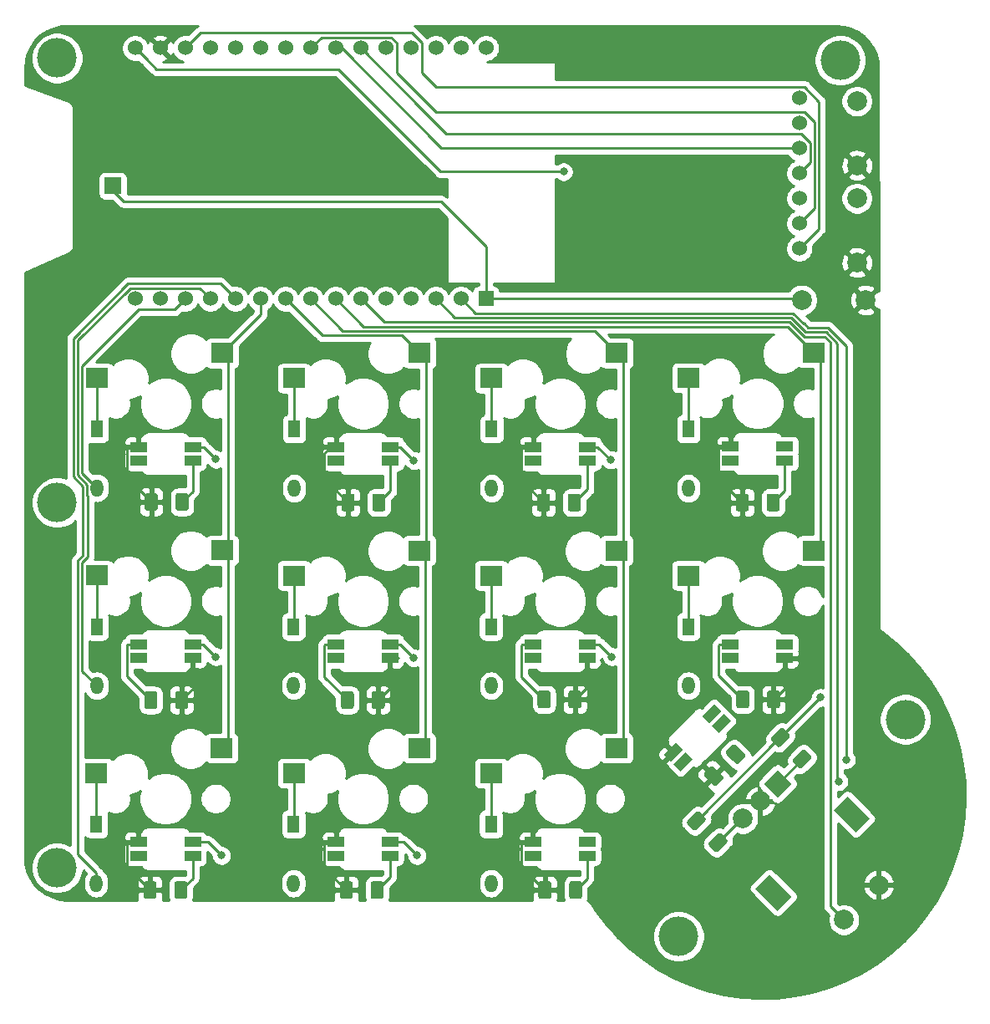
<source format=gbr>
%TF.GenerationSoftware,KiCad,Pcbnew,5.1.7-a382d34a8~88~ubuntu20.04.1*%
%TF.CreationDate,2021-05-04T18:18:29+02:00*%
%TF.ProjectId,WiFiDuck32,57694669-4475-4636-9b33-322e6b696361,2*%
%TF.SameCoordinates,Original*%
%TF.FileFunction,Copper,L2,Bot*%
%TF.FilePolarity,Positive*%
%FSLAX46Y46*%
G04 Gerber Fmt 4.6, Leading zero omitted, Abs format (unit mm)*
G04 Created by KiCad (PCBNEW 5.1.7-a382d34a8~88~ubuntu20.04.1) date 2021-05-04 18:18:29*
%MOMM*%
%LPD*%
G01*
G04 APERTURE LIST*
%TA.AperFunction,ComponentPad*%
%ADD10R,1.700000X1.700000*%
%TD*%
%TA.AperFunction,ComponentPad*%
%ADD11C,1.524000*%
%TD*%
%TA.AperFunction,SMDPad,CuDef*%
%ADD12R,2.300000X2.000000*%
%TD*%
%TA.AperFunction,ComponentPad*%
%ADD13C,4.000000*%
%TD*%
%TA.AperFunction,ComponentPad*%
%ADD14R,1.300000X1.778000*%
%TD*%
%TA.AperFunction,ComponentPad*%
%ADD15O,1.300000X1.778000*%
%TD*%
%TA.AperFunction,ComponentPad*%
%ADD16C,2.000000*%
%TD*%
%TA.AperFunction,ComponentPad*%
%ADD17C,0.100000*%
%TD*%
%TA.AperFunction,SMDPad,CuDef*%
%ADD18R,1.700000X1.000000*%
%TD*%
%TA.AperFunction,ComponentPad*%
%ADD19R,1.524000X1.524000*%
%TD*%
%TA.AperFunction,SMDPad,CuDef*%
%ADD20C,0.100000*%
%TD*%
%TA.AperFunction,ViaPad*%
%ADD21C,0.800000*%
%TD*%
%TA.AperFunction,Conductor*%
%ADD22C,0.250000*%
%TD*%
%TA.AperFunction,Conductor*%
%ADD23C,0.254000*%
%TD*%
%TA.AperFunction,Conductor*%
%ADD24C,0.100000*%
%TD*%
G04 APERTURE END LIST*
D10*
%TO.P,J_RST,1*%
%TO.N,RST*%
X31648400Y-36931600D03*
%TD*%
%TO.P,J_GND,1*%
%TO.N,GND*%
X31648400Y-34391600D03*
%TD*%
D11*
%TO.P,J1,4*%
%TO.N,TFT_MOSI*%
X101219000Y-35661600D03*
%TO.P,J1,3*%
%TO.N,TFT_SCLK*%
X101219000Y-33121600D03*
%TO.P,J1,2*%
%TO.N,+3V3*%
X101219000Y-30581600D03*
%TO.P,J1,1*%
%TO.N,GND*%
X101219000Y-28041600D03*
%TO.P,J1,5*%
%TO.N,TFT_RST*%
X101219000Y-38201600D03*
%TO.P,J1,6*%
%TO.N,TFT_DC*%
X101219000Y-40741600D03*
%TO.P,J1,7*%
%TO.N,TFT_BL*%
X101219000Y-43281600D03*
%TD*%
D12*
%TO.P,SW1,2*%
%TO.N,col1*%
X42711800Y-53888200D03*
%TO.P,SW1,1*%
%TO.N,Net-(D1-Pad1)*%
X30011800Y-56428200D03*
%TD*%
D13*
%TO.P,HOLE_M3,1*%
%TO.N,N/C*%
X111963200Y-90982800D03*
%TD*%
%TO.P,HOLE_M3,1*%
%TO.N,N/C*%
X89001600Y-112979200D03*
%TD*%
%TO.P,HOLE_M3,1*%
%TO.N,N/C*%
X26009600Y-106019600D03*
%TD*%
%TO.P,HOLE_M3,1*%
%TO.N,N/C*%
X26009600Y-69037200D03*
%TD*%
%TO.P,HOLE_M3,1*%
%TO.N,N/C*%
X26009600Y-24003000D03*
%TD*%
%TO.P,HOLE_M3,1*%
%TO.N,N/C*%
X105359200Y-24231600D03*
%TD*%
D14*
%TO.P,D1,1*%
%TO.N,Net-(D1-Pad1)*%
X30035500Y-61531500D03*
D15*
%TO.P,D1,2*%
%TO.N,row1*%
X30035500Y-67531500D03*
%TD*%
%TO.P,D5,2*%
%TO.N,row2*%
X30035500Y-87579000D03*
D14*
%TO.P,D5,1*%
%TO.N,Net-(D5-Pad1)*%
X30035500Y-81579000D03*
%TD*%
D15*
%TO.P,D9,2*%
%TO.N,row3*%
X29972000Y-107584500D03*
D14*
%TO.P,D9,1*%
%TO.N,Net-(D9-Pad1)*%
X29972000Y-101584500D03*
%TD*%
%TO.P,D2,1*%
%TO.N,Net-(D2-Pad1)*%
X50038000Y-61576500D03*
D15*
%TO.P,D2,2*%
%TO.N,row1*%
X50038000Y-67576500D03*
%TD*%
D14*
%TO.P,D6,1*%
%TO.N,Net-(D6-Pad1)*%
X49974500Y-81579000D03*
D15*
%TO.P,D6,2*%
%TO.N,row2*%
X49974500Y-87579000D03*
%TD*%
D14*
%TO.P,D10,1*%
%TO.N,Net-(D10-Pad1)*%
X49974500Y-101584500D03*
D15*
%TO.P,D10,2*%
%TO.N,row3*%
X49974500Y-107584500D03*
%TD*%
%TO.P,D3,2*%
%TO.N,row1*%
X70040500Y-67579500D03*
D14*
%TO.P,D3,1*%
%TO.N,Net-(D3-Pad1)*%
X70040500Y-61579500D03*
%TD*%
D15*
%TO.P,D7,2*%
%TO.N,row2*%
X69977000Y-87579000D03*
D14*
%TO.P,D7,1*%
%TO.N,Net-(D7-Pad1)*%
X69977000Y-81579000D03*
%TD*%
D15*
%TO.P,D11,2*%
%TO.N,row3*%
X69977000Y-107581500D03*
D14*
%TO.P,D11,1*%
%TO.N,Net-(D11-Pad1)*%
X69977000Y-101581500D03*
%TD*%
%TO.P,D4,1*%
%TO.N,Net-(D4-Pad1)*%
X89979500Y-61576500D03*
D15*
%TO.P,D4,2*%
%TO.N,row1*%
X89979500Y-67576500D03*
%TD*%
D14*
%TO.P,D8,1*%
%TO.N,Net-(D8-Pad1)*%
X89979500Y-81579000D03*
D15*
%TO.P,D8,2*%
%TO.N,row2*%
X89979500Y-87579000D03*
%TD*%
D16*
%TO.P,ENC1,S1*%
%TO.N,SW*%
X105739414Y-111286482D03*
%TO.P,ENC1,S2*%
%TO.N,GND*%
X109274948Y-107750948D03*
%TA.AperFunction,ComponentPad*%
D17*
%TO.P,ENC1,MP*%
%TO.N,N/C*%
G36*
X96759158Y-108104502D02*
G01*
X98173372Y-106690288D01*
X100436114Y-108953030D01*
X99021900Y-110367244D01*
X96759158Y-108104502D01*
G37*
%TD.AperFunction*%
%TA.AperFunction,ComponentPad*%
G36*
X104678754Y-100184906D02*
G01*
X106092968Y-98770692D01*
X108355710Y-101033434D01*
X106941496Y-102447648D01*
X104678754Y-100184906D01*
G37*
%TD.AperFunction*%
D16*
%TO.P,ENC1,B*%
%TO.N,DT*%
X95486366Y-101033434D03*
%TO.P,ENC1,C*%
%TO.N,GND*%
X97254133Y-99265667D03*
%TA.AperFunction,ComponentPad*%
D17*
%TO.P,ENC1,A*%
%TO.N,CLK*%
G36*
X97607686Y-97497900D02*
G01*
X99021900Y-96083686D01*
X100436114Y-97497900D01*
X99021900Y-98912114D01*
X97607686Y-97497900D01*
G37*
%TD.AperFunction*%
%TD*%
D18*
%TO.P,LED1,4*%
%TO.N,LED1*%
X34261800Y-64788200D03*
%TO.P,LED1,3*%
%TO.N,GND*%
X34261800Y-63388200D03*
%TO.P,LED1,1*%
%TO.N,+5V*%
X39761800Y-64788200D03*
%TO.P,LED1,2*%
%TO.N,Net-(LED1-Pad2)*%
X39761800Y-63388200D03*
%TD*%
%TO.P,LED2,2*%
%TO.N,Net-(LED2-Pad2)*%
X59773000Y-63388200D03*
%TO.P,LED2,1*%
%TO.N,+5V*%
X59773000Y-64788200D03*
%TO.P,LED2,3*%
%TO.N,GND*%
X54273000Y-63388200D03*
%TO.P,LED2,4*%
%TO.N,Net-(LED1-Pad2)*%
X54273000Y-64788200D03*
%TD*%
%TO.P,LED3,4*%
%TO.N,Net-(LED2-Pad2)*%
X74258800Y-64788200D03*
%TO.P,LED3,3*%
%TO.N,GND*%
X74258800Y-63388200D03*
%TO.P,LED3,1*%
%TO.N,+5V*%
X79758800Y-64788200D03*
%TO.P,LED3,2*%
%TO.N,Net-(LED3-Pad2)*%
X79758800Y-63388200D03*
%TD*%
%TO.P,LED4,2*%
%TO.N,Net-(LED4-Pad2)*%
X99744600Y-63362800D03*
%TO.P,LED4,1*%
%TO.N,+5V*%
X99744600Y-64762800D03*
%TO.P,LED4,3*%
%TO.N,GND*%
X94244600Y-63362800D03*
%TO.P,LED4,4*%
%TO.N,Net-(LED3-Pad2)*%
X94244600Y-64762800D03*
%TD*%
%TO.P,LED5,4*%
%TO.N,Net-(LED4-Pad2)*%
X99731900Y-83374000D03*
%TO.P,LED5,3*%
%TO.N,GND*%
X99731900Y-84774000D03*
%TO.P,LED5,1*%
%TO.N,+5V*%
X94231900Y-83374000D03*
%TO.P,LED5,2*%
%TO.N,Net-(LED5-Pad2)*%
X94231900Y-84774000D03*
%TD*%
%TO.P,LED6,2*%
%TO.N,Net-(LED6-Pad2)*%
X74233400Y-84774000D03*
%TO.P,LED6,1*%
%TO.N,+5V*%
X74233400Y-83374000D03*
%TO.P,LED6,3*%
%TO.N,GND*%
X79733400Y-84774000D03*
%TO.P,LED6,4*%
%TO.N,Net-(LED5-Pad2)*%
X79733400Y-83374000D03*
%TD*%
%TO.P,LED7,4*%
%TO.N,Net-(LED6-Pad2)*%
X59747600Y-83374000D03*
%TO.P,LED7,3*%
%TO.N,GND*%
X59747600Y-84774000D03*
%TO.P,LED7,1*%
%TO.N,+5V*%
X54247600Y-83374000D03*
%TO.P,LED7,2*%
%TO.N,Net-(LED7-Pad2)*%
X54247600Y-84774000D03*
%TD*%
%TO.P,LED8,2*%
%TO.N,Net-(LED8-Pad2)*%
X34261800Y-84761300D03*
%TO.P,LED8,1*%
%TO.N,+5V*%
X34261800Y-83361300D03*
%TO.P,LED8,3*%
%TO.N,GND*%
X39761800Y-84761300D03*
%TO.P,LED8,4*%
%TO.N,Net-(LED7-Pad2)*%
X39761800Y-83361300D03*
%TD*%
%TO.P,LED9,4*%
%TO.N,Net-(LED8-Pad2)*%
X34236400Y-104797900D03*
%TO.P,LED9,3*%
%TO.N,GND*%
X34236400Y-103397900D03*
%TO.P,LED9,1*%
%TO.N,+5V*%
X39736400Y-104797900D03*
%TO.P,LED9,2*%
%TO.N,Net-(LED10-Pad4)*%
X39736400Y-103397900D03*
%TD*%
%TO.P,LED10,2*%
%TO.N,Net-(LED10-Pad2)*%
X59760300Y-103385200D03*
%TO.P,LED10,1*%
%TO.N,+5V*%
X59760300Y-104785200D03*
%TO.P,LED10,3*%
%TO.N,GND*%
X54260300Y-103385200D03*
%TO.P,LED10,4*%
%TO.N,Net-(LED10-Pad4)*%
X54260300Y-104785200D03*
%TD*%
%TO.P,LED11,4*%
%TO.N,Net-(LED10-Pad2)*%
X74233400Y-104785200D03*
%TO.P,LED11,3*%
%TO.N,GND*%
X74233400Y-103385200D03*
%TO.P,LED11,1*%
%TO.N,+5V*%
X79733400Y-104785200D03*
%TO.P,LED11,2*%
%TO.N,Net-(LED11-Pad2)*%
X79733400Y-103385200D03*
%TD*%
%TO.P,R1,2*%
%TO.N,CLK*%
%TA.AperFunction,SMDPad,CuDef*%
G36*
G01*
X100587954Y-94994839D02*
X101471839Y-94110954D01*
G75*
G02*
X101825391Y-94110954I176776J-176776D01*
G01*
X102391078Y-94676641D01*
G75*
G02*
X102391078Y-95030193I-176776J-176776D01*
G01*
X101507193Y-95914078D01*
G75*
G02*
X101153641Y-95914078I-176776J176776D01*
G01*
X100587954Y-95348391D01*
G75*
G02*
X100587954Y-94994839I176776J176776D01*
G01*
G37*
%TD.AperFunction*%
%TO.P,R1,1*%
%TO.N,+3V3*%
%TA.AperFunction,SMDPad,CuDef*%
G36*
G01*
X98395922Y-92802807D02*
X99279807Y-91918922D01*
G75*
G02*
X99633359Y-91918922I176776J-176776D01*
G01*
X100199046Y-92484609D01*
G75*
G02*
X100199046Y-92838161I-176776J-176776D01*
G01*
X99315161Y-93722046D01*
G75*
G02*
X98961609Y-93722046I-176776J176776D01*
G01*
X98395922Y-93156359D01*
G75*
G02*
X98395922Y-92802807I176776J176776D01*
G01*
G37*
%TD.AperFunction*%
%TD*%
%TO.P,R2,1*%
%TO.N,DT*%
%TA.AperFunction,SMDPad,CuDef*%
G36*
G01*
X93882078Y-103475693D02*
X92998193Y-104359578D01*
G75*
G02*
X92644641Y-104359578I-176776J176776D01*
G01*
X92078954Y-103793891D01*
G75*
G02*
X92078954Y-103440339I176776J176776D01*
G01*
X92962839Y-102556454D01*
G75*
G02*
X93316391Y-102556454I176776J-176776D01*
G01*
X93882078Y-103122141D01*
G75*
G02*
X93882078Y-103475693I-176776J-176776D01*
G01*
G37*
%TD.AperFunction*%
%TO.P,R2,2*%
%TO.N,+3V3*%
%TA.AperFunction,SMDPad,CuDef*%
G36*
G01*
X91690046Y-101283661D02*
X90806161Y-102167546D01*
G75*
G02*
X90452609Y-102167546I-176776J176776D01*
G01*
X89886922Y-101601859D01*
G75*
G02*
X89886922Y-101248307I176776J176776D01*
G01*
X90770807Y-100364422D01*
G75*
G02*
X91124359Y-100364422I176776J-176776D01*
G01*
X91690046Y-100930109D01*
G75*
G02*
X91690046Y-101283661I-176776J-176776D01*
G01*
G37*
%TD.AperFunction*%
%TD*%
D12*
%TO.P,SW2,1*%
%TO.N,Net-(D2-Pad1)*%
X50023000Y-56428200D03*
%TO.P,SW2,2*%
%TO.N,col2*%
X62723000Y-53888200D03*
%TD*%
%TO.P,SW3,1*%
%TO.N,Net-(D3-Pad1)*%
X70008800Y-56428200D03*
%TO.P,SW3,2*%
%TO.N,col3*%
X82708800Y-53888200D03*
%TD*%
%TO.P,SW4,1*%
%TO.N,Net-(D4-Pad1)*%
X89994600Y-56402800D03*
%TO.P,SW4,2*%
%TO.N,col4*%
X102694600Y-53862800D03*
%TD*%
%TO.P,SW5,1*%
%TO.N,Net-(D5-Pad1)*%
X30011800Y-76401300D03*
%TO.P,SW5,2*%
%TO.N,col1*%
X42711800Y-73861300D03*
%TD*%
%TO.P,SW6,1*%
%TO.N,Net-(D6-Pad1)*%
X49997600Y-76414000D03*
%TO.P,SW6,2*%
%TO.N,col2*%
X62697600Y-73874000D03*
%TD*%
%TO.P,SW7,2*%
%TO.N,col3*%
X82683400Y-73874000D03*
%TO.P,SW7,1*%
%TO.N,Net-(D7-Pad1)*%
X69983400Y-76414000D03*
%TD*%
%TO.P,SW8,2*%
%TO.N,col4*%
X102681900Y-73874000D03*
%TO.P,SW8,1*%
%TO.N,Net-(D8-Pad1)*%
X89981900Y-76414000D03*
%TD*%
%TO.P,SW9,2*%
%TO.N,col1*%
X42686400Y-93897900D03*
%TO.P,SW9,1*%
%TO.N,Net-(D9-Pad1)*%
X29986400Y-96437900D03*
%TD*%
%TO.P,SW10,2*%
%TO.N,col2*%
X62710300Y-93885200D03*
%TO.P,SW10,1*%
%TO.N,Net-(D10-Pad1)*%
X50010300Y-96425200D03*
%TD*%
%TO.P,SW11,2*%
%TO.N,col3*%
X82683400Y-93885200D03*
%TO.P,SW11,1*%
%TO.N,Net-(D11-Pad1)*%
X69983400Y-96425200D03*
%TD*%
D19*
%TO.P,U2,1*%
%TO.N,RST*%
X69469000Y-48387000D03*
D11*
%TO.P,U2,2*%
%TO.N,CLK*%
X66929000Y-48387000D03*
%TO.P,U2,3*%
%TO.N,DT*%
X64389000Y-48387000D03*
%TO.P,U2,4*%
%TO.N,Net-(U2-Pad4)*%
X61849000Y-48387000D03*
%TO.P,U2,5*%
%TO.N,Net-(U2-Pad5)*%
X59309000Y-48387000D03*
%TO.P,U2,6*%
%TO.N,SW*%
X56769000Y-48387000D03*
%TO.P,U2,7*%
%TO.N,col4*%
X54229000Y-48387000D03*
%TO.P,U2,8*%
%TO.N,col3*%
X51689000Y-48387000D03*
%TO.P,U2,9*%
%TO.N,col2*%
X49149000Y-48387000D03*
%TO.P,U2,10*%
%TO.N,col1*%
X46609000Y-48387000D03*
%TO.P,U2,11*%
%TO.N,row3*%
X44069000Y-48387000D03*
%TO.P,U2,12*%
%TO.N,row2*%
X41529000Y-48387000D03*
%TO.P,U2,13*%
%TO.N,row1*%
X38989000Y-48387000D03*
%TO.P,U2,14*%
%TO.N,GND*%
X36449000Y-48387000D03*
%TO.P,U2,15*%
%TO.N,+5V*%
X33909000Y-48387000D03*
%TO.P,U2,16*%
%TO.N,+3V3*%
X33909000Y-22987000D03*
%TO.P,U2,17*%
%TO.N,GND*%
X36449000Y-22987000D03*
%TO.P,U2,18*%
%TO.N,TFT_BL*%
X38989000Y-22987000D03*
%TO.P,U2,19*%
%TO.N,LED1*%
X41529000Y-22987000D03*
%TO.P,U2,20*%
%TO.N,Net-(U2-Pad20)*%
X44069000Y-22987000D03*
%TO.P,U2,21*%
%TO.N,BTN1*%
X46609000Y-22987000D03*
%TO.P,U2,22*%
%TO.N,BTN2*%
X49149000Y-22987000D03*
%TO.P,U2,23*%
%TO.N,TFT_DC*%
X51689000Y-22987000D03*
%TO.P,U2,24*%
%TO.N,TFT_SCLK*%
X54229000Y-22987000D03*
%TO.P,U2,25*%
%TO.N,TFT_MOSI*%
X56769000Y-22987000D03*
%TO.P,U2,26*%
%TO.N,SDA*%
X59309000Y-22987000D03*
%TO.P,U2,27*%
%TO.N,Net-(U2-Pad27)*%
X61849000Y-22987000D03*
%TO.P,U2,28*%
%TO.N,Net-(U2-Pad28)*%
X64389000Y-22987000D03*
%TO.P,U2,29*%
%TO.N,SCL*%
X66929000Y-22987000D03*
%TO.P,U2,30*%
%TO.N,TFT_RST*%
X69469000Y-22987000D03*
%TD*%
%TO.P,C1,2*%
%TO.N,GND*%
%TA.AperFunction,SMDPad,CuDef*%
G36*
G01*
X36209000Y-68310998D02*
X36209000Y-69611002D01*
G75*
G02*
X35959002Y-69861000I-249998J0D01*
G01*
X35133998Y-69861000D01*
G75*
G02*
X34884000Y-69611002I0J249998D01*
G01*
X34884000Y-68310998D01*
G75*
G02*
X35133998Y-68061000I249998J0D01*
G01*
X35959002Y-68061000D01*
G75*
G02*
X36209000Y-68310998I0J-249998D01*
G01*
G37*
%TD.AperFunction*%
%TO.P,C1,1*%
%TO.N,+5V*%
%TA.AperFunction,SMDPad,CuDef*%
G36*
G01*
X39334000Y-68310998D02*
X39334000Y-69611002D01*
G75*
G02*
X39084002Y-69861000I-249998J0D01*
G01*
X38258998Y-69861000D01*
G75*
G02*
X38009000Y-69611002I0J249998D01*
G01*
X38009000Y-68310998D01*
G75*
G02*
X38258998Y-68061000I249998J0D01*
G01*
X39084002Y-68061000D01*
G75*
G02*
X39334000Y-68310998I0J-249998D01*
G01*
G37*
%TD.AperFunction*%
%TD*%
%TO.P,C2,1*%
%TO.N,+5V*%
%TA.AperFunction,SMDPad,CuDef*%
G36*
G01*
X59273000Y-68374498D02*
X59273000Y-69674502D01*
G75*
G02*
X59023002Y-69924500I-249998J0D01*
G01*
X58197998Y-69924500D01*
G75*
G02*
X57948000Y-69674502I0J249998D01*
G01*
X57948000Y-68374498D01*
G75*
G02*
X58197998Y-68124500I249998J0D01*
G01*
X59023002Y-68124500D01*
G75*
G02*
X59273000Y-68374498I0J-249998D01*
G01*
G37*
%TD.AperFunction*%
%TO.P,C2,2*%
%TO.N,GND*%
%TA.AperFunction,SMDPad,CuDef*%
G36*
G01*
X56148000Y-68374498D02*
X56148000Y-69674502D01*
G75*
G02*
X55898002Y-69924500I-249998J0D01*
G01*
X55072998Y-69924500D01*
G75*
G02*
X54823000Y-69674502I0J249998D01*
G01*
X54823000Y-68374498D01*
G75*
G02*
X55072998Y-68124500I249998J0D01*
G01*
X55898002Y-68124500D01*
G75*
G02*
X56148000Y-68374498I0J-249998D01*
G01*
G37*
%TD.AperFunction*%
%TD*%
%TO.P,C3,2*%
%TO.N,GND*%
%TA.AperFunction,SMDPad,CuDef*%
G36*
G01*
X75960000Y-68374498D02*
X75960000Y-69674502D01*
G75*
G02*
X75710002Y-69924500I-249998J0D01*
G01*
X74884998Y-69924500D01*
G75*
G02*
X74635000Y-69674502I0J249998D01*
G01*
X74635000Y-68374498D01*
G75*
G02*
X74884998Y-68124500I249998J0D01*
G01*
X75710002Y-68124500D01*
G75*
G02*
X75960000Y-68374498I0J-249998D01*
G01*
G37*
%TD.AperFunction*%
%TO.P,C3,1*%
%TO.N,+5V*%
%TA.AperFunction,SMDPad,CuDef*%
G36*
G01*
X79085000Y-68374498D02*
X79085000Y-69674502D01*
G75*
G02*
X78835002Y-69924500I-249998J0D01*
G01*
X78009998Y-69924500D01*
G75*
G02*
X77760000Y-69674502I0J249998D01*
G01*
X77760000Y-68374498D01*
G75*
G02*
X78009998Y-68124500I249998J0D01*
G01*
X78835002Y-68124500D01*
G75*
G02*
X79085000Y-68374498I0J-249998D01*
G01*
G37*
%TD.AperFunction*%
%TD*%
%TO.P,C4,1*%
%TO.N,+5V*%
%TA.AperFunction,SMDPad,CuDef*%
G36*
G01*
X99228000Y-68374498D02*
X99228000Y-69674502D01*
G75*
G02*
X98978002Y-69924500I-249998J0D01*
G01*
X98152998Y-69924500D01*
G75*
G02*
X97903000Y-69674502I0J249998D01*
G01*
X97903000Y-68374498D01*
G75*
G02*
X98152998Y-68124500I249998J0D01*
G01*
X98978002Y-68124500D01*
G75*
G02*
X99228000Y-68374498I0J-249998D01*
G01*
G37*
%TD.AperFunction*%
%TO.P,C4,2*%
%TO.N,GND*%
%TA.AperFunction,SMDPad,CuDef*%
G36*
G01*
X96103000Y-68374498D02*
X96103000Y-69674502D01*
G75*
G02*
X95853002Y-69924500I-249998J0D01*
G01*
X95027998Y-69924500D01*
G75*
G02*
X94778000Y-69674502I0J249998D01*
G01*
X94778000Y-68374498D01*
G75*
G02*
X95027998Y-68124500I249998J0D01*
G01*
X95853002Y-68124500D01*
G75*
G02*
X96103000Y-68374498I0J-249998D01*
G01*
G37*
%TD.AperFunction*%
%TD*%
%TO.P,C5,2*%
%TO.N,+5V*%
%TA.AperFunction,SMDPad,CuDef*%
G36*
G01*
X96153000Y-88313498D02*
X96153000Y-89613502D01*
G75*
G02*
X95903002Y-89863500I-249998J0D01*
G01*
X95077998Y-89863500D01*
G75*
G02*
X94828000Y-89613502I0J249998D01*
G01*
X94828000Y-88313498D01*
G75*
G02*
X95077998Y-88063500I249998J0D01*
G01*
X95903002Y-88063500D01*
G75*
G02*
X96153000Y-88313498I0J-249998D01*
G01*
G37*
%TD.AperFunction*%
%TO.P,C5,1*%
%TO.N,GND*%
%TA.AperFunction,SMDPad,CuDef*%
G36*
G01*
X99278000Y-88313498D02*
X99278000Y-89613502D01*
G75*
G02*
X99028002Y-89863500I-249998J0D01*
G01*
X98202998Y-89863500D01*
G75*
G02*
X97953000Y-89613502I0J249998D01*
G01*
X97953000Y-88313498D01*
G75*
G02*
X98202998Y-88063500I249998J0D01*
G01*
X99028002Y-88063500D01*
G75*
G02*
X99278000Y-88313498I0J-249998D01*
G01*
G37*
%TD.AperFunction*%
%TD*%
%TO.P,C6,1*%
%TO.N,GND*%
%TA.AperFunction,SMDPad,CuDef*%
G36*
G01*
X79148500Y-88313498D02*
X79148500Y-89613502D01*
G75*
G02*
X78898502Y-89863500I-249998J0D01*
G01*
X78073498Y-89863500D01*
G75*
G02*
X77823500Y-89613502I0J249998D01*
G01*
X77823500Y-88313498D01*
G75*
G02*
X78073498Y-88063500I249998J0D01*
G01*
X78898502Y-88063500D01*
G75*
G02*
X79148500Y-88313498I0J-249998D01*
G01*
G37*
%TD.AperFunction*%
%TO.P,C6,2*%
%TO.N,+5V*%
%TA.AperFunction,SMDPad,CuDef*%
G36*
G01*
X76023500Y-88313498D02*
X76023500Y-89613502D01*
G75*
G02*
X75773502Y-89863500I-249998J0D01*
G01*
X74948498Y-89863500D01*
G75*
G02*
X74698500Y-89613502I0J249998D01*
G01*
X74698500Y-88313498D01*
G75*
G02*
X74948498Y-88063500I249998J0D01*
G01*
X75773502Y-88063500D01*
G75*
G02*
X76023500Y-88313498I0J-249998D01*
G01*
G37*
%TD.AperFunction*%
%TD*%
%TO.P,C7,2*%
%TO.N,+5V*%
%TA.AperFunction,SMDPad,CuDef*%
G36*
G01*
X56084500Y-88376998D02*
X56084500Y-89677002D01*
G75*
G02*
X55834502Y-89927000I-249998J0D01*
G01*
X55009498Y-89927000D01*
G75*
G02*
X54759500Y-89677002I0J249998D01*
G01*
X54759500Y-88376998D01*
G75*
G02*
X55009498Y-88127000I249998J0D01*
G01*
X55834502Y-88127000D01*
G75*
G02*
X56084500Y-88376998I0J-249998D01*
G01*
G37*
%TD.AperFunction*%
%TO.P,C7,1*%
%TO.N,GND*%
%TA.AperFunction,SMDPad,CuDef*%
G36*
G01*
X59209500Y-88376998D02*
X59209500Y-89677002D01*
G75*
G02*
X58959502Y-89927000I-249998J0D01*
G01*
X58134498Y-89927000D01*
G75*
G02*
X57884500Y-89677002I0J249998D01*
G01*
X57884500Y-88376998D01*
G75*
G02*
X58134498Y-88127000I249998J0D01*
G01*
X58959502Y-88127000D01*
G75*
G02*
X59209500Y-88376998I0J-249998D01*
G01*
G37*
%TD.AperFunction*%
%TD*%
%TO.P,C8,1*%
%TO.N,GND*%
%TA.AperFunction,SMDPad,CuDef*%
G36*
G01*
X39284000Y-88376998D02*
X39284000Y-89677002D01*
G75*
G02*
X39034002Y-89927000I-249998J0D01*
G01*
X38208998Y-89927000D01*
G75*
G02*
X37959000Y-89677002I0J249998D01*
G01*
X37959000Y-88376998D01*
G75*
G02*
X38208998Y-88127000I249998J0D01*
G01*
X39034002Y-88127000D01*
G75*
G02*
X39284000Y-88376998I0J-249998D01*
G01*
G37*
%TD.AperFunction*%
%TO.P,C8,2*%
%TO.N,+5V*%
%TA.AperFunction,SMDPad,CuDef*%
G36*
G01*
X36159000Y-88376998D02*
X36159000Y-89677002D01*
G75*
G02*
X35909002Y-89927000I-249998J0D01*
G01*
X35083998Y-89927000D01*
G75*
G02*
X34834000Y-89677002I0J249998D01*
G01*
X34834000Y-88376998D01*
G75*
G02*
X35083998Y-88127000I249998J0D01*
G01*
X35909002Y-88127000D01*
G75*
G02*
X36159000Y-88376998I0J-249998D01*
G01*
G37*
%TD.AperFunction*%
%TD*%
%TO.P,C9,2*%
%TO.N,GND*%
%TA.AperFunction,SMDPad,CuDef*%
G36*
G01*
X36082000Y-107617498D02*
X36082000Y-108917502D01*
G75*
G02*
X35832002Y-109167500I-249998J0D01*
G01*
X35006998Y-109167500D01*
G75*
G02*
X34757000Y-108917502I0J249998D01*
G01*
X34757000Y-107617498D01*
G75*
G02*
X35006998Y-107367500I249998J0D01*
G01*
X35832002Y-107367500D01*
G75*
G02*
X36082000Y-107617498I0J-249998D01*
G01*
G37*
%TD.AperFunction*%
%TO.P,C9,1*%
%TO.N,+5V*%
%TA.AperFunction,SMDPad,CuDef*%
G36*
G01*
X39207000Y-107617498D02*
X39207000Y-108917502D01*
G75*
G02*
X38957002Y-109167500I-249998J0D01*
G01*
X38131998Y-109167500D01*
G75*
G02*
X37882000Y-108917502I0J249998D01*
G01*
X37882000Y-107617498D01*
G75*
G02*
X38131998Y-107367500I249998J0D01*
G01*
X38957002Y-107367500D01*
G75*
G02*
X39207000Y-107617498I0J-249998D01*
G01*
G37*
%TD.AperFunction*%
%TD*%
%TO.P,C10,1*%
%TO.N,+5V*%
%TA.AperFunction,SMDPad,CuDef*%
G36*
G01*
X59096000Y-107617498D02*
X59096000Y-108917502D01*
G75*
G02*
X58846002Y-109167500I-249998J0D01*
G01*
X58020998Y-109167500D01*
G75*
G02*
X57771000Y-108917502I0J249998D01*
G01*
X57771000Y-107617498D01*
G75*
G02*
X58020998Y-107367500I249998J0D01*
G01*
X58846002Y-107367500D01*
G75*
G02*
X59096000Y-107617498I0J-249998D01*
G01*
G37*
%TD.AperFunction*%
%TO.P,C10,2*%
%TO.N,GND*%
%TA.AperFunction,SMDPad,CuDef*%
G36*
G01*
X55971000Y-107617498D02*
X55971000Y-108917502D01*
G75*
G02*
X55721002Y-109167500I-249998J0D01*
G01*
X54895998Y-109167500D01*
G75*
G02*
X54646000Y-108917502I0J249998D01*
G01*
X54646000Y-107617498D01*
G75*
G02*
X54895998Y-107367500I249998J0D01*
G01*
X55721002Y-107367500D01*
G75*
G02*
X55971000Y-107617498I0J-249998D01*
G01*
G37*
%TD.AperFunction*%
%TD*%
%TO.P,C11,2*%
%TO.N,GND*%
%TA.AperFunction,SMDPad,CuDef*%
G36*
G01*
X76100500Y-107617498D02*
X76100500Y-108917502D01*
G75*
G02*
X75850502Y-109167500I-249998J0D01*
G01*
X75025498Y-109167500D01*
G75*
G02*
X74775500Y-108917502I0J249998D01*
G01*
X74775500Y-107617498D01*
G75*
G02*
X75025498Y-107367500I249998J0D01*
G01*
X75850502Y-107367500D01*
G75*
G02*
X76100500Y-107617498I0J-249998D01*
G01*
G37*
%TD.AperFunction*%
%TO.P,C11,1*%
%TO.N,+5V*%
%TA.AperFunction,SMDPad,CuDef*%
G36*
G01*
X79225500Y-107617498D02*
X79225500Y-108917502D01*
G75*
G02*
X78975502Y-109167500I-249998J0D01*
G01*
X78150498Y-109167500D01*
G75*
G02*
X77900500Y-108917502I0J249998D01*
G01*
X77900500Y-107617498D01*
G75*
G02*
X78150498Y-107367500I249998J0D01*
G01*
X78975502Y-107367500D01*
G75*
G02*
X79225500Y-107617498I0J-249998D01*
G01*
G37*
%TD.AperFunction*%
%TD*%
D16*
%TO.P,SW_BTN1,1*%
%TO.N,BTN1*%
X107061000Y-28373000D03*
%TO.P,SW_BTN1,2*%
%TO.N,GND*%
X107061000Y-34873000D03*
%TD*%
%TO.P,SW_BTN2,2*%
%TO.N,GND*%
X107061000Y-44715500D03*
%TO.P,SW_BTN2,1*%
%TO.N,BTN2*%
X107061000Y-38215500D03*
%TD*%
%TO.P,SW_RST1,1*%
%TO.N,RST*%
X101461500Y-48514000D03*
%TO.P,SW_RST1,2*%
%TO.N,GND*%
X107961500Y-48514000D03*
%TD*%
%TO.P,C12,1*%
%TO.N,+5V*%
%TA.AperFunction,SMDPad,CuDef*%
G36*
G01*
X94776191Y-93598067D02*
X95695433Y-94517309D01*
G75*
G02*
X95695433Y-94870859I-176775J-176775D01*
G01*
X95112067Y-95454225D01*
G75*
G02*
X94758517Y-95454225I-176775J176775D01*
G01*
X93839275Y-94534983D01*
G75*
G02*
X93839275Y-94181433I176775J176775D01*
G01*
X94422641Y-93598067D01*
G75*
G02*
X94776191Y-93598067I176775J-176775D01*
G01*
G37*
%TD.AperFunction*%
%TO.P,C12,2*%
%TO.N,GND*%
%TA.AperFunction,SMDPad,CuDef*%
G36*
G01*
X92566483Y-95807775D02*
X93485725Y-96727017D01*
G75*
G02*
X93485725Y-97080567I-176775J-176775D01*
G01*
X92902359Y-97663933D01*
G75*
G02*
X92548809Y-97663933I-176775J176775D01*
G01*
X91629567Y-96744691D01*
G75*
G02*
X91629567Y-96391141I176775J176775D01*
G01*
X92212933Y-95807775D01*
G75*
G02*
X92566483Y-95807775I176775J-176775D01*
G01*
G37*
%TD.AperFunction*%
%TD*%
%TA.AperFunction,SMDPad,CuDef*%
D20*
%TO.P,LED12,4*%
%TO.N,Net-(LED11-Pad2)*%
G36*
X89194445Y-96236113D02*
G01*
X88487338Y-95529006D01*
X89689419Y-94326925D01*
X90396526Y-95034032D01*
X89194445Y-96236113D01*
G37*
%TD.AperFunction*%
%TA.AperFunction,SMDPad,CuDef*%
%TO.P,LED12,3*%
%TO.N,GND*%
G36*
X88204496Y-95246164D02*
G01*
X87497389Y-94539057D01*
X88699470Y-93336976D01*
X89406577Y-94044083D01*
X88204496Y-95246164D01*
G37*
%TD.AperFunction*%
%TA.AperFunction,SMDPad,CuDef*%
%TO.P,LED12,1*%
%TO.N,+5V*%
G36*
X93083532Y-92347026D02*
G01*
X92376425Y-91639919D01*
X93578506Y-90437838D01*
X94285613Y-91144945D01*
X93083532Y-92347026D01*
G37*
%TD.AperFunction*%
%TA.AperFunction,SMDPad,CuDef*%
%TO.P,LED12,2*%
%TO.N,Net-(LED12-Pad2)*%
G36*
X92093583Y-91357077D02*
G01*
X91386476Y-90649970D01*
X92588557Y-89447889D01*
X93295664Y-90154996D01*
X92093583Y-91357077D01*
G37*
%TD.AperFunction*%
%TD*%
D21*
%TO.N,DT*%
X105219500Y-97282000D03*
%TO.N,CLK*%
X105981500Y-95059500D03*
%TO.N,LED1*%
X34261800Y-64788200D03*
%TO.N,Net-(LED1-Pad2)*%
X42100500Y-64643000D03*
X54273000Y-64788200D03*
%TO.N,Net-(LED2-Pad2)*%
X62166500Y-64770000D03*
X74258800Y-64788200D03*
%TO.N,Net-(LED3-Pad2)*%
X82105500Y-64706500D03*
X94244600Y-64762800D03*
%TO.N,Net-(LED4-Pad2)*%
X99758500Y-63309500D03*
X99731900Y-83374000D03*
%TO.N,Net-(LED5-Pad2)*%
X82232500Y-84645500D03*
X94231900Y-84774000D03*
%TO.N,Net-(LED6-Pad2)*%
X62166500Y-84772500D03*
X74233400Y-84774000D03*
%TO.N,Net-(LED7-Pad2)*%
X42100500Y-84645500D03*
X54247600Y-84774000D03*
%TO.N,Net-(LED8-Pad2)*%
X34226500Y-84836000D03*
X34236400Y-104797900D03*
%TO.N,Net-(LED10-Pad4)*%
X42672000Y-104775000D03*
X54260300Y-104785200D03*
%TO.N,Net-(LED10-Pad2)*%
X62484000Y-104775000D03*
X74233400Y-104785200D03*
%TO.N,Net-(LED11-Pad2)*%
X79756000Y-103378000D03*
X89441932Y-95281519D03*
%TO.N,GND*%
X32326580Y-27604720D03*
X46126400Y-34340800D03*
X33832800Y-45821600D03*
%TO.N,+5V*%
X78422500Y-69024500D03*
X74233400Y-83374000D03*
X75361000Y-88963500D03*
X79733400Y-104785200D03*
X59760300Y-104785200D03*
X39736400Y-104797900D03*
X35496500Y-89027000D03*
X38671500Y-68961000D03*
X39761800Y-64788200D03*
X59773000Y-64788200D03*
X58610500Y-69024500D03*
X79758800Y-64788200D03*
X99744600Y-64762800D03*
X98565500Y-69024500D03*
X94231900Y-83374000D03*
X93345000Y-91376500D03*
X95490500Y-88963500D03*
X94805500Y-94615000D03*
X78563000Y-108267500D03*
X58433500Y-108309500D03*
X38544500Y-108309500D03*
X54247600Y-83374000D03*
X55372000Y-89154000D03*
X34261800Y-83361300D03*
%TO.N,+3V3*%
X103378000Y-88773000D03*
X77343000Y-35509200D03*
%TD*%
D22*
%TO.N,Net-(D1-Pad1)*%
X30011800Y-61507800D02*
X30035500Y-61531500D01*
X30011800Y-56428200D02*
X30011800Y-61507800D01*
%TO.N,row1*%
X28536799Y-55168199D02*
X28536799Y-66032799D01*
X28536799Y-66032799D02*
X30035500Y-67531500D01*
X34230997Y-49474001D02*
X28536799Y-55168199D01*
X37901999Y-49474001D02*
X34230997Y-49474001D01*
X38989000Y-48387000D02*
X37901999Y-49474001D01*
%TO.N,row2*%
X33387239Y-47299999D02*
X28086789Y-52600449D01*
X40441999Y-47299999D02*
X33387239Y-47299999D01*
X41529000Y-48387000D02*
X40441999Y-47299999D01*
X29060490Y-67192900D02*
X29060490Y-68303490D01*
X28086790Y-66219200D02*
X29060490Y-67192900D01*
X28086789Y-52600449D02*
X28086790Y-66219200D01*
X29060490Y-68303490D02*
X29083000Y-68326000D01*
X29083000Y-68326000D02*
X29083000Y-74549000D01*
X28536799Y-86080299D02*
X30035500Y-87579000D01*
X28536799Y-75095201D02*
X28536799Y-86080299D01*
X29083000Y-74549000D02*
X28536799Y-75095201D01*
%TO.N,Net-(D2-Pad1)*%
X50023000Y-61561500D02*
X50038000Y-61576500D01*
X50023000Y-56428200D02*
X50023000Y-61561500D01*
%TO.N,row3*%
X27636781Y-66405601D02*
X28610480Y-67379300D01*
X28610480Y-67379300D02*
X28610481Y-68489891D01*
X27636780Y-52414050D02*
X27636781Y-66405601D01*
X42531989Y-46849989D02*
X33200838Y-46849990D01*
X28610481Y-68489891D02*
X28632990Y-68512400D01*
X33200838Y-46849990D02*
X27636780Y-52414050D01*
X44069000Y-48387000D02*
X42531989Y-46849989D01*
X28086789Y-104655787D02*
X29972000Y-106540998D01*
X28086789Y-74908801D02*
X28086789Y-104655787D01*
X29972000Y-106540998D02*
X29972000Y-107584500D01*
X28632990Y-74362600D02*
X28086789Y-74908801D01*
X28632990Y-68512400D02*
X28632990Y-74362600D01*
%TO.N,Net-(D3-Pad1)*%
X70008800Y-61547800D02*
X70040500Y-61579500D01*
X70008800Y-56428200D02*
X70008800Y-61547800D01*
%TO.N,Net-(D4-Pad1)*%
X89994600Y-61561400D02*
X89979500Y-61576500D01*
X89994600Y-56402800D02*
X89994600Y-61561400D01*
%TO.N,Net-(D5-Pad1)*%
X30011800Y-81555300D02*
X30035500Y-81579000D01*
X30011800Y-76401300D02*
X30011800Y-81555300D01*
%TO.N,Net-(D6-Pad1)*%
X49997600Y-81555900D02*
X49974500Y-81579000D01*
X49997600Y-76414000D02*
X49997600Y-81555900D01*
%TO.N,Net-(D7-Pad1)*%
X69983400Y-81572600D02*
X69977000Y-81579000D01*
X69983400Y-76414000D02*
X69983400Y-81572600D01*
%TO.N,Net-(D8-Pad1)*%
X89981900Y-81576600D02*
X89979500Y-81579000D01*
X89981900Y-76414000D02*
X89981900Y-81576600D01*
%TO.N,Net-(D9-Pad1)*%
X29986400Y-101570100D02*
X29972000Y-101584500D01*
X29986400Y-96437900D02*
X29986400Y-101570100D01*
%TO.N,Net-(D10-Pad1)*%
X50010300Y-101548700D02*
X49974500Y-101584500D01*
X50010300Y-96425200D02*
X50010300Y-101548700D01*
%TO.N,Net-(D11-Pad1)*%
X69983400Y-101575100D02*
X69977000Y-101581500D01*
X69983400Y-96425200D02*
X69983400Y-101575100D01*
%TO.N,SW*%
X59135169Y-50753169D02*
X100221380Y-50753170D01*
X56769000Y-48387000D02*
X59135169Y-50753169D01*
X100221380Y-50753170D02*
X101727855Y-52259645D01*
X104353744Y-109900812D02*
X105739414Y-111286482D01*
X104353744Y-52786942D02*
X104353744Y-109900812D01*
X103826447Y-52259645D02*
X104353744Y-52786942D01*
X101727855Y-52259645D02*
X103826447Y-52259645D01*
%TO.N,DT*%
X101855560Y-51750940D02*
X103954152Y-51750940D01*
X64389000Y-48387000D02*
X66305161Y-50303161D01*
X103954152Y-51750940D02*
X105092500Y-52889288D01*
X100407781Y-50303161D02*
X101855560Y-51750940D01*
X66305161Y-50303161D02*
X100407781Y-50303161D01*
X105092500Y-52889288D02*
X105092500Y-93599000D01*
X105092500Y-97155000D02*
X105219500Y-97282000D01*
X105092500Y-93599000D02*
X105092500Y-97155000D01*
X95405098Y-101033434D02*
X95486366Y-101033434D01*
X92980516Y-103458016D02*
X95405098Y-101033434D01*
%TO.N,CLK*%
X68395152Y-49853152D02*
X100594182Y-49853152D01*
X66929000Y-48387000D02*
X68395152Y-49853152D01*
X100594182Y-49853152D02*
X101665765Y-50924735D01*
X101724735Y-50924735D02*
X102100930Y-51300930D01*
X101665765Y-50924735D02*
X101724735Y-50924735D01*
X104140553Y-51300931D02*
X105981500Y-53141878D01*
X102100930Y-51300930D02*
X104140553Y-51300931D01*
X105981500Y-53141878D02*
X105981500Y-95059500D01*
X101489516Y-95030284D02*
X101489516Y-95012516D01*
X99021900Y-97497900D02*
X101489516Y-95030284D01*
%TO.N,LED1*%
X34261800Y-64788200D02*
X33726798Y-64788200D01*
%TO.N,Net-(LED1-Pad2)*%
X40845700Y-63388200D02*
X42100500Y-64643000D01*
X39761800Y-63388200D02*
X40845700Y-63388200D01*
%TO.N,Net-(LED2-Pad2)*%
X60784700Y-63388200D02*
X62166500Y-64770000D01*
X59773000Y-63388200D02*
X60784700Y-63388200D01*
%TO.N,Net-(LED3-Pad2)*%
X80787200Y-63388200D02*
X82105500Y-64706500D01*
X79758800Y-63388200D02*
X80787200Y-63388200D01*
%TO.N,Net-(LED4-Pad2)*%
X99744600Y-63323400D02*
X99758500Y-63309500D01*
X99744600Y-63362800D02*
X99744600Y-63323400D01*
%TO.N,Net-(LED5-Pad2)*%
X80961000Y-83374000D02*
X82232500Y-84645500D01*
X79733400Y-83374000D02*
X80961000Y-83374000D01*
%TO.N,Net-(LED6-Pad2)*%
X60768000Y-83374000D02*
X62166500Y-84772500D01*
X59747600Y-83374000D02*
X60768000Y-83374000D01*
%TO.N,Net-(LED7-Pad2)*%
X40816300Y-83361300D02*
X42100500Y-84645500D01*
X39761800Y-83361300D02*
X40816300Y-83361300D01*
%TO.N,Net-(LED8-Pad2)*%
X34261800Y-84800700D02*
X34226500Y-84836000D01*
X34261800Y-84761300D02*
X34261800Y-84800700D01*
%TO.N,Net-(LED10-Pad4)*%
X41294900Y-103397900D02*
X42672000Y-104775000D01*
X39736400Y-103397900D02*
X41294900Y-103397900D01*
%TO.N,Net-(LED10-Pad2)*%
X61094200Y-103385200D02*
X62484000Y-104775000D01*
X59760300Y-103385200D02*
X61094200Y-103385200D01*
%TO.N,Net-(LED11-Pad2)*%
X79748800Y-103385200D02*
X79756000Y-103378000D01*
X79733400Y-103385200D02*
X79748800Y-103385200D01*
%TO.N,col1*%
X43366801Y-73206299D02*
X42711800Y-73861300D01*
X43366801Y-54543201D02*
X43366801Y-73206299D01*
X42711800Y-53888200D02*
X43366801Y-54543201D01*
X43366801Y-93217499D02*
X42686400Y-93897900D01*
X43366801Y-74516301D02*
X43366801Y-93217499D01*
X42711800Y-73861300D02*
X43366801Y-74516301D01*
X46609000Y-49991000D02*
X42711800Y-53888200D01*
X46609000Y-48387000D02*
X46609000Y-49991000D01*
%TO.N,col2*%
X63378001Y-73193599D02*
X62697600Y-73874000D01*
X63378001Y-54543201D02*
X63378001Y-73193599D01*
X62723000Y-53888200D02*
X63378001Y-54543201D01*
X63352601Y-93242899D02*
X62710300Y-93885200D01*
X63352601Y-74529001D02*
X63352601Y-93242899D01*
X62697600Y-73874000D02*
X63352601Y-74529001D01*
X60937999Y-52103199D02*
X62723000Y-53888200D01*
X52865199Y-52103199D02*
X60937999Y-52103199D01*
X49149000Y-48387000D02*
X52865199Y-52103199D01*
%TO.N,col3*%
X83363801Y-73193599D02*
X82683400Y-73874000D01*
X83363801Y-54543201D02*
X83363801Y-73193599D01*
X82708800Y-53888200D02*
X83363801Y-54543201D01*
X83338401Y-93230199D02*
X82683400Y-93885200D01*
X83338401Y-74529001D02*
X83338401Y-93230199D01*
X82683400Y-73874000D02*
X83338401Y-74529001D01*
X80473789Y-51653189D02*
X82708800Y-53888200D01*
X54955189Y-51653189D02*
X80473789Y-51653189D01*
X51689000Y-48387000D02*
X54955189Y-51653189D01*
%TO.N,col4*%
X103349601Y-73206299D02*
X102681900Y-73874000D01*
X103349601Y-54517801D02*
X103349601Y-73206299D01*
X102694600Y-53862800D02*
X103349601Y-54517801D01*
X100034979Y-51203179D02*
X102694600Y-53862800D01*
X57045179Y-51203179D02*
X100034979Y-51203179D01*
X54229000Y-48387000D02*
X57045179Y-51203179D01*
%TO.N,GND*%
X59747600Y-84774000D02*
X60580500Y-84774000D01*
X59747600Y-84774000D02*
X60517000Y-84774000D01*
X33086799Y-63463201D02*
X33161800Y-63388200D01*
X33161800Y-63388200D02*
X34261800Y-63388200D01*
X33086799Y-66501299D02*
X33086799Y-63463201D01*
X35546500Y-68961000D02*
X33086799Y-66501299D01*
X53737998Y-63388200D02*
X54273000Y-63388200D01*
X53097999Y-64028199D02*
X53737998Y-63388200D01*
X53097999Y-66636999D02*
X53097999Y-64028199D01*
X55485500Y-69024500D02*
X53097999Y-66636999D01*
X73083799Y-66810799D02*
X75297500Y-69024500D01*
X73083799Y-63463201D02*
X73083799Y-66810799D01*
X73158800Y-63388200D02*
X73083799Y-63463201D01*
X74258800Y-63388200D02*
X73158800Y-63388200D01*
X93069599Y-66653599D02*
X95440500Y-69024500D01*
X93069599Y-63437801D02*
X93069599Y-66653599D01*
X93144600Y-63362800D02*
X93069599Y-63437801D01*
X94244600Y-63362800D02*
X93144600Y-63362800D01*
X99731900Y-87847100D02*
X98615500Y-88963500D01*
X99731900Y-84774000D02*
X99731900Y-87847100D01*
X79733400Y-87716100D02*
X78486000Y-88963500D01*
X79733400Y-84774000D02*
X79733400Y-87716100D01*
X59747600Y-87826400D02*
X58547000Y-89027000D01*
X59747600Y-84774000D02*
X59747600Y-87826400D01*
X39761800Y-87886700D02*
X39761800Y-84761300D01*
X38621500Y-89027000D02*
X39761800Y-87886700D01*
X33061399Y-105909399D02*
X35419500Y-108267500D01*
X33061399Y-103472901D02*
X33061399Y-105909399D01*
X33136400Y-103397900D02*
X33061399Y-103472901D01*
X34236400Y-103397900D02*
X33136400Y-103397900D01*
X53085299Y-106044299D02*
X55308500Y-108267500D01*
X53085299Y-103460201D02*
X53085299Y-106044299D01*
X53160300Y-103385200D02*
X53085299Y-103460201D01*
X54260300Y-103385200D02*
X53160300Y-103385200D01*
X73058399Y-105887899D02*
X75438000Y-108267500D01*
X73058399Y-103460201D02*
X73058399Y-105887899D01*
X73133400Y-103385200D02*
X73058399Y-103460201D01*
X74233400Y-103385200D02*
X73133400Y-103385200D01*
X32326580Y-33677230D02*
X31640213Y-34363597D01*
X32326580Y-27604720D02*
X32326580Y-33677230D01*
X31648400Y-34355410D02*
X32326580Y-33677230D01*
X31648400Y-34391600D02*
X31648400Y-34355410D01*
%TO.N,+5V*%
X59773000Y-65232686D02*
X59773000Y-64788200D01*
X39761800Y-64788200D02*
X40150200Y-64788200D01*
X99744600Y-64762800D02*
X99941800Y-64762800D01*
X34261800Y-83361300D02*
X33513800Y-83361300D01*
X39761800Y-67870700D02*
X39761800Y-64788200D01*
X38671500Y-68961000D02*
X39761800Y-67870700D01*
X59773000Y-67862000D02*
X59773000Y-64788200D01*
X58610500Y-69024500D02*
X59773000Y-67862000D01*
X79758800Y-67688200D02*
X78422500Y-69024500D01*
X79758800Y-64788200D02*
X79758800Y-67688200D01*
X99744600Y-67845400D02*
X98565500Y-69024500D01*
X99744600Y-64762800D02*
X99744600Y-67845400D01*
X93056899Y-83449001D02*
X93056899Y-86529899D01*
X93056899Y-86529899D02*
X95490500Y-88963500D01*
X93131900Y-83374000D02*
X93056899Y-83449001D01*
X94231900Y-83374000D02*
X93131900Y-83374000D01*
X73058399Y-83449001D02*
X73058399Y-86660899D01*
X73133400Y-83374000D02*
X73058399Y-83449001D01*
X73058399Y-86660899D02*
X75361000Y-88963500D01*
X74233400Y-83374000D02*
X73133400Y-83374000D01*
X53072599Y-86677599D02*
X55422000Y-89027000D01*
X53072599Y-83449001D02*
X53072599Y-86677599D01*
X53147600Y-83374000D02*
X53072599Y-83449001D01*
X54247600Y-83374000D02*
X53147600Y-83374000D01*
X33086799Y-86617299D02*
X35496500Y-89027000D01*
X33086799Y-83436301D02*
X33086799Y-86617299D01*
X33161800Y-83361300D02*
X33086799Y-83436301D01*
X34261800Y-83361300D02*
X33161800Y-83361300D01*
X39736400Y-107075600D02*
X39736400Y-104797900D01*
X38544500Y-108267500D02*
X39736400Y-107075600D01*
X59760300Y-106940700D02*
X58433500Y-108267500D01*
X59760300Y-104785200D02*
X59760300Y-106940700D01*
X79733400Y-107097100D02*
X78563000Y-108267500D01*
X79733400Y-104785200D02*
X79733400Y-107097100D01*
X93331019Y-91390481D02*
X93345000Y-91376500D01*
X93331019Y-91392432D02*
X93331019Y-91390481D01*
X94767354Y-94576854D02*
X94805500Y-94615000D01*
X94767354Y-94526146D02*
X94767354Y-94576854D01*
X58433500Y-108267500D02*
X58433500Y-108309500D01*
X38544500Y-108267500D02*
X38544500Y-108309500D01*
X55422000Y-89104000D02*
X55372000Y-89154000D01*
X55422000Y-89027000D02*
X55422000Y-89104000D01*
%TO.N,+3V3*%
X99233984Y-92820484D02*
X99297484Y-92820484D01*
X90788484Y-101265984D02*
X99233984Y-92820484D01*
X103344968Y-88773000D02*
X103378000Y-88773000D01*
X99297484Y-92820484D02*
X103344968Y-88773000D01*
X34361001Y-23439001D02*
X33909000Y-22987000D01*
X33909000Y-22987000D02*
X34996001Y-24074001D01*
X34996001Y-24074001D02*
X36042600Y-25120600D01*
X36042600Y-25120600D02*
X54483000Y-25120600D01*
X54483000Y-25120600D02*
X64871600Y-35509200D01*
X64871600Y-35509200D02*
X77317600Y-35509200D01*
X77317600Y-35509200D02*
X77343000Y-35509200D01*
%TO.N,RST*%
X101334500Y-48387000D02*
X101461500Y-48514000D01*
X69469000Y-48387000D02*
X101334500Y-48387000D01*
X31668216Y-36931600D02*
X31640213Y-36903597D01*
X69469000Y-43095238D02*
X69469000Y-48387000D01*
X64910761Y-38536999D02*
X69469000Y-43095238D01*
X32771199Y-38536999D02*
X64910761Y-38536999D01*
X31648400Y-37414200D02*
X32771199Y-38536999D01*
X31648400Y-36931600D02*
X31648400Y-37414200D01*
%TO.N,TFT_BL*%
X40526011Y-21449989D02*
X38989000Y-22987000D01*
X61920751Y-21449989D02*
X40526011Y-21449989D01*
X62936001Y-22465239D02*
X61920751Y-21449989D01*
X62936001Y-25471001D02*
X62936001Y-22465239D01*
X64389000Y-26924000D02*
X62936001Y-25471001D01*
X103206021Y-41294579D02*
X101219000Y-43281600D01*
X103206021Y-28419859D02*
X103206021Y-41294579D01*
X101710162Y-26924000D02*
X103206021Y-28419859D01*
X64389000Y-26924000D02*
X101710162Y-26924000D01*
%TO.N,TFT_DC*%
X52776001Y-21899999D02*
X51689000Y-22987000D01*
X59830761Y-21899999D02*
X52776001Y-21899999D01*
X60396001Y-22465239D02*
X59830761Y-21899999D01*
X60396001Y-25471001D02*
X60396001Y-22465239D01*
X64389000Y-29464000D02*
X60396001Y-25471001D01*
X102756011Y-39204589D02*
X101219000Y-40741600D01*
X102756011Y-30509849D02*
X102756011Y-39204589D01*
X101710162Y-29464000D02*
X102756011Y-30509849D01*
X64389000Y-29464000D02*
X101710162Y-29464000D01*
%TO.N,TFT_SCLK*%
X64944962Y-33121600D02*
X101219000Y-33121600D01*
X54810362Y-22987000D02*
X64944962Y-33121600D01*
X54229000Y-22987000D02*
X54810362Y-22987000D01*
%TO.N,TFT_MOSI*%
X65450601Y-31668601D02*
X63080900Y-29298900D01*
X102306001Y-32599839D02*
X101374763Y-31668601D01*
X101374763Y-31668601D02*
X65450601Y-31668601D01*
X102306001Y-34574599D02*
X102306001Y-32599839D01*
X101219000Y-35661600D02*
X102306001Y-34574599D01*
X63080900Y-29298900D02*
X56769000Y-22987000D01*
X63301999Y-29519999D02*
X63080900Y-29298900D01*
%TD*%
D23*
%TO.N,GND*%
X40263494Y-20735425D02*
X40233764Y-20744443D01*
X40101735Y-20815015D01*
X39986010Y-20909988D01*
X39962212Y-20938986D01*
X39280570Y-21620628D01*
X39126592Y-21590000D01*
X38851408Y-21590000D01*
X38581510Y-21643686D01*
X38327273Y-21748995D01*
X38098465Y-21901880D01*
X37903880Y-22096465D01*
X37750995Y-22325273D01*
X37721308Y-22396943D01*
X37716636Y-22383977D01*
X37654656Y-22268020D01*
X37414565Y-22201040D01*
X36628605Y-22987000D01*
X37414565Y-23772960D01*
X37654656Y-23705980D01*
X37718485Y-23570240D01*
X37750995Y-23648727D01*
X37903880Y-23877535D01*
X38098465Y-24072120D01*
X38327273Y-24225005D01*
X38581510Y-24330314D01*
X38733768Y-24360600D01*
X36708965Y-24360600D01*
X36793133Y-24347922D01*
X37052023Y-24254636D01*
X37167980Y-24192656D01*
X37234960Y-23952565D01*
X36449000Y-23166605D01*
X36434858Y-23180748D01*
X36255253Y-23001143D01*
X36269395Y-22987000D01*
X35483435Y-22201040D01*
X35243344Y-22268020D01*
X35179515Y-22403760D01*
X35147005Y-22325273D01*
X34994120Y-22096465D01*
X34919090Y-22021435D01*
X35663040Y-22021435D01*
X36449000Y-22807395D01*
X37234960Y-22021435D01*
X37167980Y-21781344D01*
X36918952Y-21664244D01*
X36651865Y-21597977D01*
X36376983Y-21585090D01*
X36104867Y-21626078D01*
X35845977Y-21719364D01*
X35730020Y-21781344D01*
X35663040Y-22021435D01*
X34919090Y-22021435D01*
X34799535Y-21901880D01*
X34570727Y-21748995D01*
X34316490Y-21643686D01*
X34046592Y-21590000D01*
X33771408Y-21590000D01*
X33501510Y-21643686D01*
X33247273Y-21748995D01*
X33018465Y-21901880D01*
X32823880Y-22096465D01*
X32670995Y-22325273D01*
X32565686Y-22579510D01*
X32512000Y-22849408D01*
X32512000Y-23124592D01*
X32565686Y-23394490D01*
X32670995Y-23648727D01*
X32823880Y-23877535D01*
X33018465Y-24072120D01*
X33247273Y-24225005D01*
X33501510Y-24330314D01*
X33771408Y-24384000D01*
X34046592Y-24384000D01*
X34200570Y-24353372D01*
X34484998Y-24637800D01*
X34485003Y-24637804D01*
X35478800Y-25631602D01*
X35502599Y-25660601D01*
X35531597Y-25684399D01*
X35618324Y-25755574D01*
X35750353Y-25826146D01*
X35893614Y-25869603D01*
X36042600Y-25884277D01*
X36079933Y-25880600D01*
X54168199Y-25880600D01*
X64307801Y-36020203D01*
X64331599Y-36049201D01*
X64360597Y-36072999D01*
X64447323Y-36144174D01*
X64519207Y-36182597D01*
X64579353Y-36214746D01*
X64722614Y-36258203D01*
X64834267Y-36269200D01*
X64834277Y-36269200D01*
X64871599Y-36272876D01*
X64908922Y-36269200D01*
X65532000Y-36269200D01*
X65532000Y-38083437D01*
X65474565Y-38026002D01*
X65450762Y-37996998D01*
X65335037Y-37902025D01*
X65203008Y-37831453D01*
X65059747Y-37787996D01*
X64948094Y-37776999D01*
X64948083Y-37776999D01*
X64910761Y-37773323D01*
X64873439Y-37776999D01*
X33136472Y-37776999D01*
X33136472Y-36081600D01*
X33124212Y-35957118D01*
X33087902Y-35837420D01*
X33028937Y-35727106D01*
X32949585Y-35630415D01*
X32852894Y-35551063D01*
X32742580Y-35492098D01*
X32622882Y-35455788D01*
X32498400Y-35443528D01*
X30798400Y-35443528D01*
X30673918Y-35455788D01*
X30554220Y-35492098D01*
X30443906Y-35551063D01*
X30347215Y-35630415D01*
X30267863Y-35727106D01*
X30208898Y-35837420D01*
X30172588Y-35957118D01*
X30160328Y-36081600D01*
X30160328Y-37781600D01*
X30172588Y-37906082D01*
X30208898Y-38025780D01*
X30267863Y-38136094D01*
X30347215Y-38232785D01*
X30443906Y-38312137D01*
X30554220Y-38371102D01*
X30673918Y-38407412D01*
X30798400Y-38419672D01*
X31579071Y-38419672D01*
X32207399Y-39048001D01*
X32231198Y-39077000D01*
X32260196Y-39100798D01*
X32346923Y-39171973D01*
X32478952Y-39242545D01*
X32622213Y-39286002D01*
X32771199Y-39300676D01*
X32808532Y-39296999D01*
X64595960Y-39296999D01*
X65532000Y-40233040D01*
X65532000Y-46736000D01*
X65534440Y-46760776D01*
X65541667Y-46784601D01*
X65553403Y-46806557D01*
X65569197Y-46825803D01*
X65588443Y-46841597D01*
X65610399Y-46853333D01*
X65634224Y-46860560D01*
X65659000Y-46863000D01*
X68709001Y-46863000D01*
X68709001Y-46986928D01*
X68707000Y-46986928D01*
X68582518Y-46999188D01*
X68462820Y-47035498D01*
X68352506Y-47094463D01*
X68255815Y-47173815D01*
X68176463Y-47270506D01*
X68117498Y-47380820D01*
X68081188Y-47500518D01*
X68072920Y-47584465D01*
X68014120Y-47496465D01*
X67819535Y-47301880D01*
X67590727Y-47148995D01*
X67336490Y-47043686D01*
X67066592Y-46990000D01*
X66791408Y-46990000D01*
X66521510Y-47043686D01*
X66267273Y-47148995D01*
X66038465Y-47301880D01*
X65843880Y-47496465D01*
X65690995Y-47725273D01*
X65659000Y-47802515D01*
X65627005Y-47725273D01*
X65474120Y-47496465D01*
X65279535Y-47301880D01*
X65050727Y-47148995D01*
X64796490Y-47043686D01*
X64526592Y-46990000D01*
X64251408Y-46990000D01*
X63981510Y-47043686D01*
X63727273Y-47148995D01*
X63498465Y-47301880D01*
X63303880Y-47496465D01*
X63150995Y-47725273D01*
X63119000Y-47802515D01*
X63087005Y-47725273D01*
X62934120Y-47496465D01*
X62739535Y-47301880D01*
X62510727Y-47148995D01*
X62256490Y-47043686D01*
X61986592Y-46990000D01*
X61711408Y-46990000D01*
X61441510Y-47043686D01*
X61187273Y-47148995D01*
X60958465Y-47301880D01*
X60763880Y-47496465D01*
X60610995Y-47725273D01*
X60579000Y-47802515D01*
X60547005Y-47725273D01*
X60394120Y-47496465D01*
X60199535Y-47301880D01*
X59970727Y-47148995D01*
X59716490Y-47043686D01*
X59446592Y-46990000D01*
X59171408Y-46990000D01*
X58901510Y-47043686D01*
X58647273Y-47148995D01*
X58418465Y-47301880D01*
X58223880Y-47496465D01*
X58070995Y-47725273D01*
X58039000Y-47802515D01*
X58007005Y-47725273D01*
X57854120Y-47496465D01*
X57659535Y-47301880D01*
X57430727Y-47148995D01*
X57176490Y-47043686D01*
X56906592Y-46990000D01*
X56631408Y-46990000D01*
X56361510Y-47043686D01*
X56107273Y-47148995D01*
X55878465Y-47301880D01*
X55683880Y-47496465D01*
X55530995Y-47725273D01*
X55499000Y-47802515D01*
X55467005Y-47725273D01*
X55314120Y-47496465D01*
X55119535Y-47301880D01*
X54890727Y-47148995D01*
X54636490Y-47043686D01*
X54366592Y-46990000D01*
X54091408Y-46990000D01*
X53821510Y-47043686D01*
X53567273Y-47148995D01*
X53338465Y-47301880D01*
X53143880Y-47496465D01*
X52990995Y-47725273D01*
X52959000Y-47802515D01*
X52927005Y-47725273D01*
X52774120Y-47496465D01*
X52579535Y-47301880D01*
X52350727Y-47148995D01*
X52096490Y-47043686D01*
X51826592Y-46990000D01*
X51551408Y-46990000D01*
X51281510Y-47043686D01*
X51027273Y-47148995D01*
X50798465Y-47301880D01*
X50603880Y-47496465D01*
X50450995Y-47725273D01*
X50419000Y-47802515D01*
X50387005Y-47725273D01*
X50234120Y-47496465D01*
X50039535Y-47301880D01*
X49810727Y-47148995D01*
X49556490Y-47043686D01*
X49286592Y-46990000D01*
X49011408Y-46990000D01*
X48741510Y-47043686D01*
X48487273Y-47148995D01*
X48258465Y-47301880D01*
X48063880Y-47496465D01*
X47910995Y-47725273D01*
X47879000Y-47802515D01*
X47847005Y-47725273D01*
X47694120Y-47496465D01*
X47499535Y-47301880D01*
X47270727Y-47148995D01*
X47016490Y-47043686D01*
X46746592Y-46990000D01*
X46471408Y-46990000D01*
X46201510Y-47043686D01*
X45947273Y-47148995D01*
X45718465Y-47301880D01*
X45523880Y-47496465D01*
X45370995Y-47725273D01*
X45339000Y-47802515D01*
X45307005Y-47725273D01*
X45154120Y-47496465D01*
X44959535Y-47301880D01*
X44730727Y-47148995D01*
X44476490Y-47043686D01*
X44206592Y-46990000D01*
X43931408Y-46990000D01*
X43777430Y-47020628D01*
X43095787Y-46338986D01*
X43071989Y-46309988D01*
X43006453Y-46256204D01*
X42956265Y-46215015D01*
X42824235Y-46144443D01*
X42680974Y-46100986D01*
X42569321Y-46089989D01*
X42569311Y-46089989D01*
X42531989Y-46086313D01*
X42494666Y-46089989D01*
X33238173Y-46089991D01*
X33200838Y-46086314D01*
X33051852Y-46100987D01*
X32908591Y-46144444D01*
X32776562Y-46215016D01*
X32689835Y-46286191D01*
X32689830Y-46286196D01*
X32660837Y-46309990D01*
X32637043Y-46338983D01*
X27125777Y-51850252D01*
X27096779Y-51874050D01*
X27001806Y-51989775D01*
X26931234Y-52121804D01*
X26887777Y-52265065D01*
X26876780Y-52376718D01*
X26876780Y-52376728D01*
X26873104Y-52414050D01*
X26876780Y-52451373D01*
X26876782Y-66368269D01*
X26873105Y-66405601D01*
X26876782Y-66442933D01*
X26876782Y-66442934D01*
X26882744Y-66503461D01*
X26887190Y-66548606D01*
X26778201Y-66503461D01*
X26269125Y-66402200D01*
X25750075Y-66402200D01*
X25240999Y-66503461D01*
X24761459Y-66702093D01*
X24329885Y-66990462D01*
X23962862Y-67357485D01*
X23674493Y-67789059D01*
X23475861Y-68268599D01*
X23374600Y-68777675D01*
X23374600Y-69296725D01*
X23475861Y-69805801D01*
X23674493Y-70285341D01*
X23962862Y-70716915D01*
X24329885Y-71083938D01*
X24761459Y-71372307D01*
X25240999Y-71570939D01*
X25750075Y-71672200D01*
X26269125Y-71672200D01*
X26778201Y-71570939D01*
X27257741Y-71372307D01*
X27689315Y-71083938D01*
X27872990Y-70900263D01*
X27872991Y-74047797D01*
X27575791Y-74344998D01*
X27546788Y-74368800D01*
X27509693Y-74414001D01*
X27451815Y-74484525D01*
X27423897Y-74536756D01*
X27381243Y-74616555D01*
X27337786Y-74759816D01*
X27326789Y-74871469D01*
X27326789Y-74871479D01*
X27323113Y-74908801D01*
X27326789Y-74946123D01*
X27326790Y-103730630D01*
X27257741Y-103684493D01*
X26778201Y-103485861D01*
X26269125Y-103384600D01*
X25750075Y-103384600D01*
X25240999Y-103485861D01*
X24761459Y-103684493D01*
X24329885Y-103972862D01*
X23962862Y-104339885D01*
X23674493Y-104771459D01*
X23475861Y-105250999D01*
X23374600Y-105760075D01*
X23374600Y-106279125D01*
X23475861Y-106788201D01*
X23674493Y-107267741D01*
X23962862Y-107699315D01*
X24329885Y-108066338D01*
X24761459Y-108354707D01*
X25240999Y-108553339D01*
X25750075Y-108654600D01*
X26269125Y-108654600D01*
X26778201Y-108553339D01*
X27257741Y-108354707D01*
X27689315Y-108066338D01*
X28056338Y-107699315D01*
X28344707Y-107267741D01*
X28543339Y-106788201D01*
X28643061Y-106286861D01*
X28937133Y-106580933D01*
X28898392Y-106628138D01*
X28779071Y-106851373D01*
X28705593Y-107093596D01*
X28687000Y-107282377D01*
X28687000Y-107886622D01*
X28705593Y-108075403D01*
X28779071Y-108317626D01*
X28898392Y-108540861D01*
X29058972Y-108736528D01*
X29254638Y-108897108D01*
X29477873Y-109016429D01*
X29720096Y-109089907D01*
X29972000Y-109114717D01*
X30223903Y-109089907D01*
X30466126Y-109016429D01*
X30689361Y-108897108D01*
X30885028Y-108736528D01*
X31045608Y-108540862D01*
X31164929Y-108317627D01*
X31238407Y-108075404D01*
X31257000Y-107886623D01*
X31257000Y-107367500D01*
X34118928Y-107367500D01*
X34122000Y-107981750D01*
X34280750Y-108140500D01*
X35292500Y-108140500D01*
X35292500Y-106891250D01*
X35546500Y-106891250D01*
X35546500Y-108140500D01*
X36558250Y-108140500D01*
X36717000Y-107981750D01*
X36720072Y-107367500D01*
X36707812Y-107243018D01*
X36671502Y-107123320D01*
X36612537Y-107013006D01*
X36533185Y-106916315D01*
X36436494Y-106836963D01*
X36326180Y-106777998D01*
X36206482Y-106741688D01*
X36082000Y-106729428D01*
X35705250Y-106732500D01*
X35546500Y-106891250D01*
X35292500Y-106891250D01*
X35133750Y-106732500D01*
X34757000Y-106729428D01*
X34632518Y-106741688D01*
X34512820Y-106777998D01*
X34402506Y-106836963D01*
X34305815Y-106916315D01*
X34226463Y-107013006D01*
X34167498Y-107123320D01*
X34131188Y-107243018D01*
X34118928Y-107367500D01*
X31257000Y-107367500D01*
X31257000Y-107282378D01*
X31238407Y-107093597D01*
X31164929Y-106851374D01*
X31045608Y-106628138D01*
X30885028Y-106432472D01*
X30689362Y-106271892D01*
X30683637Y-106268832D01*
X30677546Y-106248751D01*
X30656964Y-106210245D01*
X30606974Y-106116721D01*
X30535799Y-106029995D01*
X30512001Y-106000997D01*
X30483004Y-105977200D01*
X28846789Y-104340986D01*
X28846789Y-102895409D01*
X28870815Y-102924685D01*
X28967506Y-103004037D01*
X29077820Y-103063002D01*
X29197518Y-103099312D01*
X29322000Y-103111572D01*
X30622000Y-103111572D01*
X30746482Y-103099312D01*
X30866180Y-103063002D01*
X30976494Y-103004037D01*
X31073185Y-102924685D01*
X31095166Y-102897900D01*
X32748328Y-102897900D01*
X32751400Y-103112150D01*
X32910150Y-103270900D01*
X34109400Y-103270900D01*
X34109400Y-102421650D01*
X33950650Y-102262900D01*
X33386400Y-102259828D01*
X33261918Y-102272088D01*
X33142220Y-102308398D01*
X33031906Y-102367363D01*
X32935215Y-102446715D01*
X32855863Y-102543406D01*
X32796898Y-102653720D01*
X32760588Y-102773418D01*
X32748328Y-102897900D01*
X31095166Y-102897900D01*
X31152537Y-102827994D01*
X31211502Y-102717680D01*
X31247812Y-102597982D01*
X31260072Y-102473500D01*
X31260072Y-100695500D01*
X31247812Y-100571018D01*
X31211502Y-100451320D01*
X31207613Y-100444045D01*
X31444073Y-100541989D01*
X31750291Y-100602900D01*
X32062509Y-100602900D01*
X32368727Y-100541989D01*
X32657179Y-100422509D01*
X32916779Y-100249050D01*
X33137550Y-100028279D01*
X33311009Y-99768679D01*
X33430489Y-99480227D01*
X33491400Y-99174009D01*
X33491400Y-98861791D01*
X33439791Y-98602335D01*
X33799156Y-98530853D01*
X34187702Y-98369912D01*
X34410148Y-98221278D01*
X34404583Y-98234714D01*
X34301400Y-98753451D01*
X34301400Y-99282349D01*
X34404583Y-99801086D01*
X34606983Y-100289725D01*
X34900824Y-100729488D01*
X35274812Y-101103476D01*
X35714575Y-101397317D01*
X36203214Y-101599717D01*
X36721951Y-101702900D01*
X37250849Y-101702900D01*
X37769586Y-101599717D01*
X38258225Y-101397317D01*
X38697988Y-101103476D01*
X39071976Y-100729488D01*
X39365817Y-100289725D01*
X39568217Y-99801086D01*
X39671400Y-99282349D01*
X39671400Y-98861791D01*
X40481400Y-98861791D01*
X40481400Y-99174009D01*
X40542311Y-99480227D01*
X40661791Y-99768679D01*
X40835250Y-100028279D01*
X41056021Y-100249050D01*
X41315621Y-100422509D01*
X41604073Y-100541989D01*
X41910291Y-100602900D01*
X42222509Y-100602900D01*
X42528727Y-100541989D01*
X42817179Y-100422509D01*
X43076779Y-100249050D01*
X43297550Y-100028279D01*
X43471009Y-99768679D01*
X43590489Y-99480227D01*
X43651400Y-99174009D01*
X43651400Y-98861791D01*
X43590489Y-98555573D01*
X43471009Y-98267121D01*
X43297550Y-98007521D01*
X43076779Y-97786750D01*
X42817179Y-97613291D01*
X42528727Y-97493811D01*
X42222509Y-97432900D01*
X41910291Y-97432900D01*
X41604073Y-97493811D01*
X41315621Y-97613291D01*
X41056021Y-97786750D01*
X40835250Y-98007521D01*
X40661791Y-98267121D01*
X40542311Y-98555573D01*
X40481400Y-98861791D01*
X39671400Y-98861791D01*
X39671400Y-98753451D01*
X39568217Y-98234714D01*
X39365817Y-97746075D01*
X39071976Y-97306312D01*
X38697988Y-96932324D01*
X38258225Y-96638483D01*
X37769586Y-96436083D01*
X37250849Y-96332900D01*
X36721951Y-96332900D01*
X36203214Y-96436083D01*
X35714575Y-96638483D01*
X35274812Y-96932324D01*
X35259863Y-96947273D01*
X35311400Y-96688179D01*
X35311400Y-96267621D01*
X35229353Y-95855144D01*
X35068412Y-95466598D01*
X34834763Y-95116917D01*
X34537383Y-94819537D01*
X34187702Y-94585888D01*
X33799156Y-94424947D01*
X33386679Y-94342900D01*
X32966121Y-94342900D01*
X32553644Y-94424947D01*
X32165098Y-94585888D01*
X31815417Y-94819537D01*
X31614925Y-95020029D01*
X31587585Y-94986715D01*
X31490894Y-94907363D01*
X31380580Y-94848398D01*
X31260882Y-94812088D01*
X31136400Y-94799828D01*
X28846789Y-94799828D01*
X28846789Y-88320017D01*
X28961892Y-88535361D01*
X29122472Y-88731028D01*
X29318138Y-88891608D01*
X29541373Y-89010929D01*
X29783596Y-89084407D01*
X30035500Y-89109217D01*
X30287403Y-89084407D01*
X30529626Y-89010929D01*
X30752861Y-88891608D01*
X30948528Y-88731028D01*
X31109108Y-88535362D01*
X31228429Y-88312127D01*
X31301907Y-88069904D01*
X31320500Y-87881123D01*
X31320500Y-87276878D01*
X31301907Y-87088097D01*
X31228429Y-86845874D01*
X31109108Y-86622638D01*
X30948528Y-86426972D01*
X30752862Y-86266392D01*
X30529627Y-86147071D01*
X30287404Y-86073593D01*
X30035500Y-86048783D01*
X29783597Y-86073593D01*
X29646487Y-86115185D01*
X29296799Y-85765498D01*
X29296799Y-83097336D01*
X29385500Y-83106072D01*
X30685500Y-83106072D01*
X30809982Y-83093812D01*
X30929680Y-83057502D01*
X31039994Y-82998537D01*
X31136685Y-82919185D01*
X31216037Y-82822494D01*
X31275002Y-82712180D01*
X31311312Y-82592482D01*
X31323572Y-82468000D01*
X31323572Y-80690000D01*
X31311312Y-80565518D01*
X31275002Y-80445820D01*
X31260597Y-80418870D01*
X31469473Y-80505389D01*
X31775691Y-80566300D01*
X32087909Y-80566300D01*
X32394127Y-80505389D01*
X32682579Y-80385909D01*
X32942179Y-80212450D01*
X33162950Y-79991679D01*
X33336409Y-79732079D01*
X33455889Y-79443627D01*
X33516800Y-79137409D01*
X33516800Y-78825191D01*
X33465191Y-78565735D01*
X33824556Y-78494253D01*
X34213102Y-78333312D01*
X34435548Y-78184678D01*
X34429983Y-78198114D01*
X34326800Y-78716851D01*
X34326800Y-79245749D01*
X34429983Y-79764486D01*
X34632383Y-80253125D01*
X34926224Y-80692888D01*
X35300212Y-81066876D01*
X35739975Y-81360717D01*
X36228614Y-81563117D01*
X36747351Y-81666300D01*
X37276249Y-81666300D01*
X37794986Y-81563117D01*
X38283625Y-81360717D01*
X38723388Y-81066876D01*
X39097376Y-80692888D01*
X39391217Y-80253125D01*
X39593617Y-79764486D01*
X39696800Y-79245749D01*
X39696800Y-78716851D01*
X39593617Y-78198114D01*
X39391217Y-77709475D01*
X39097376Y-77269712D01*
X38723388Y-76895724D01*
X38283625Y-76601883D01*
X37794986Y-76399483D01*
X37276249Y-76296300D01*
X36747351Y-76296300D01*
X36228614Y-76399483D01*
X35739975Y-76601883D01*
X35300212Y-76895724D01*
X35285263Y-76910673D01*
X35336800Y-76651579D01*
X35336800Y-76231021D01*
X35254753Y-75818544D01*
X35093812Y-75429998D01*
X34860163Y-75080317D01*
X34562783Y-74782937D01*
X34213102Y-74549288D01*
X33824556Y-74388347D01*
X33412079Y-74306300D01*
X32991521Y-74306300D01*
X32579044Y-74388347D01*
X32190498Y-74549288D01*
X31840817Y-74782937D01*
X31640325Y-74983429D01*
X31612985Y-74950115D01*
X31516294Y-74870763D01*
X31405980Y-74811798D01*
X31286282Y-74775488D01*
X31161800Y-74763228D01*
X29812212Y-74763228D01*
X29832003Y-74697986D01*
X29843000Y-74586333D01*
X29843000Y-74586323D01*
X29846676Y-74549000D01*
X29843000Y-74511677D01*
X29843000Y-69861000D01*
X34245928Y-69861000D01*
X34258188Y-69985482D01*
X34294498Y-70105180D01*
X34353463Y-70215494D01*
X34432815Y-70312185D01*
X34529506Y-70391537D01*
X34639820Y-70450502D01*
X34759518Y-70486812D01*
X34884000Y-70499072D01*
X35260750Y-70496000D01*
X35419500Y-70337250D01*
X35419500Y-69088000D01*
X35673500Y-69088000D01*
X35673500Y-70337250D01*
X35832250Y-70496000D01*
X36209000Y-70499072D01*
X36333482Y-70486812D01*
X36453180Y-70450502D01*
X36563494Y-70391537D01*
X36660185Y-70312185D01*
X36739537Y-70215494D01*
X36798502Y-70105180D01*
X36834812Y-69985482D01*
X36847072Y-69861000D01*
X36844000Y-69246750D01*
X36685250Y-69088000D01*
X35673500Y-69088000D01*
X35419500Y-69088000D01*
X34407750Y-69088000D01*
X34249000Y-69246750D01*
X34245928Y-69861000D01*
X29843000Y-69861000D01*
X29843000Y-69042758D01*
X30035500Y-69061717D01*
X30287403Y-69036907D01*
X30529626Y-68963429D01*
X30752861Y-68844108D01*
X30948528Y-68683528D01*
X31109108Y-68487862D01*
X31228429Y-68264627D01*
X31290198Y-68061000D01*
X34245928Y-68061000D01*
X34249000Y-68675250D01*
X34407750Y-68834000D01*
X35419500Y-68834000D01*
X35419500Y-67584750D01*
X35673500Y-67584750D01*
X35673500Y-68834000D01*
X36685250Y-68834000D01*
X36844000Y-68675250D01*
X36847072Y-68061000D01*
X36834812Y-67936518D01*
X36798502Y-67816820D01*
X36739537Y-67706506D01*
X36660185Y-67609815D01*
X36563494Y-67530463D01*
X36453180Y-67471498D01*
X36333482Y-67435188D01*
X36209000Y-67422928D01*
X35832250Y-67426000D01*
X35673500Y-67584750D01*
X35419500Y-67584750D01*
X35260750Y-67426000D01*
X34884000Y-67422928D01*
X34759518Y-67435188D01*
X34639820Y-67471498D01*
X34529506Y-67530463D01*
X34432815Y-67609815D01*
X34353463Y-67706506D01*
X34294498Y-67816820D01*
X34258188Y-67936518D01*
X34245928Y-68061000D01*
X31290198Y-68061000D01*
X31301907Y-68022404D01*
X31320500Y-67833623D01*
X31320500Y-67229378D01*
X31301907Y-67040597D01*
X31228429Y-66798374D01*
X31109108Y-66575138D01*
X30948528Y-66379472D01*
X30752862Y-66218892D01*
X30529627Y-66099571D01*
X30287404Y-66026093D01*
X30035500Y-66001283D01*
X29783597Y-66026093D01*
X29646487Y-66067685D01*
X29296799Y-65717998D01*
X29296799Y-63049836D01*
X29385500Y-63058572D01*
X30685500Y-63058572D01*
X30809982Y-63046312D01*
X30929680Y-63010002D01*
X31039994Y-62951037D01*
X31116561Y-62888200D01*
X32773728Y-62888200D01*
X32776800Y-63102450D01*
X32935550Y-63261200D01*
X34134800Y-63261200D01*
X34134800Y-62411950D01*
X33976050Y-62253200D01*
X33411800Y-62250128D01*
X33287318Y-62262388D01*
X33167620Y-62298698D01*
X33057306Y-62357663D01*
X32960615Y-62437015D01*
X32881263Y-62533706D01*
X32822298Y-62644020D01*
X32785988Y-62763718D01*
X32773728Y-62888200D01*
X31116561Y-62888200D01*
X31136685Y-62871685D01*
X31216037Y-62774994D01*
X31275002Y-62664680D01*
X31311312Y-62544982D01*
X31323572Y-62420500D01*
X31323572Y-60642500D01*
X31311312Y-60518018D01*
X31293534Y-60459413D01*
X31469473Y-60532289D01*
X31775691Y-60593200D01*
X32087909Y-60593200D01*
X32394127Y-60532289D01*
X32682579Y-60412809D01*
X32942179Y-60239350D01*
X33162950Y-60018579D01*
X33336409Y-59758979D01*
X33455889Y-59470527D01*
X33516800Y-59164309D01*
X33516800Y-58852091D01*
X33465191Y-58592635D01*
X33824556Y-58521153D01*
X34213102Y-58360212D01*
X34435548Y-58211578D01*
X34429983Y-58225014D01*
X34326800Y-58743751D01*
X34326800Y-59272649D01*
X34429983Y-59791386D01*
X34632383Y-60280025D01*
X34926224Y-60719788D01*
X35300212Y-61093776D01*
X35739975Y-61387617D01*
X36228614Y-61590017D01*
X36747351Y-61693200D01*
X37276249Y-61693200D01*
X37794986Y-61590017D01*
X38283625Y-61387617D01*
X38723388Y-61093776D01*
X39097376Y-60719788D01*
X39391217Y-60280025D01*
X39593617Y-59791386D01*
X39696800Y-59272649D01*
X39696800Y-58743751D01*
X39593617Y-58225014D01*
X39391217Y-57736375D01*
X39097376Y-57296612D01*
X38723388Y-56922624D01*
X38283625Y-56628783D01*
X37794986Y-56426383D01*
X37276249Y-56323200D01*
X36747351Y-56323200D01*
X36228614Y-56426383D01*
X35739975Y-56628783D01*
X35300212Y-56922624D01*
X35285263Y-56937573D01*
X35336800Y-56678479D01*
X35336800Y-56257921D01*
X35254753Y-55845444D01*
X35093812Y-55456898D01*
X34860163Y-55107217D01*
X34562783Y-54809837D01*
X34213102Y-54576188D01*
X33824556Y-54415247D01*
X33412079Y-54333200D01*
X32991521Y-54333200D01*
X32579044Y-54415247D01*
X32190498Y-54576188D01*
X31840817Y-54809837D01*
X31640325Y-55010329D01*
X31612985Y-54977015D01*
X31516294Y-54897663D01*
X31405980Y-54838698D01*
X31286282Y-54802388D01*
X31161800Y-54790128D01*
X29989671Y-54790128D01*
X34545799Y-50234001D01*
X37864677Y-50234001D01*
X37901999Y-50237677D01*
X37939321Y-50234001D01*
X37939332Y-50234001D01*
X38050985Y-50223004D01*
X38194246Y-50179547D01*
X38326275Y-50108975D01*
X38442000Y-50014002D01*
X38465803Y-49984999D01*
X38697429Y-49753372D01*
X38851408Y-49784000D01*
X39126592Y-49784000D01*
X39396490Y-49730314D01*
X39650727Y-49625005D01*
X39879535Y-49472120D01*
X40074120Y-49277535D01*
X40227005Y-49048727D01*
X40259000Y-48971485D01*
X40290995Y-49048727D01*
X40443880Y-49277535D01*
X40638465Y-49472120D01*
X40867273Y-49625005D01*
X41121510Y-49730314D01*
X41391408Y-49784000D01*
X41666592Y-49784000D01*
X41936490Y-49730314D01*
X42190727Y-49625005D01*
X42419535Y-49472120D01*
X42614120Y-49277535D01*
X42767005Y-49048727D01*
X42799000Y-48971485D01*
X42830995Y-49048727D01*
X42983880Y-49277535D01*
X43178465Y-49472120D01*
X43407273Y-49625005D01*
X43661510Y-49730314D01*
X43931408Y-49784000D01*
X44206592Y-49784000D01*
X44476490Y-49730314D01*
X44730727Y-49625005D01*
X44959535Y-49472120D01*
X45154120Y-49277535D01*
X45307005Y-49048727D01*
X45339000Y-48971485D01*
X45370995Y-49048727D01*
X45523880Y-49277535D01*
X45718465Y-49472120D01*
X45849001Y-49559341D01*
X45849001Y-49676197D01*
X43275071Y-52250128D01*
X41561800Y-52250128D01*
X41437318Y-52262388D01*
X41317620Y-52298698D01*
X41207306Y-52357663D01*
X41110615Y-52437015D01*
X41096798Y-52453852D01*
X40912783Y-52269837D01*
X40563102Y-52036188D01*
X40174556Y-51875247D01*
X39762079Y-51793200D01*
X39341521Y-51793200D01*
X38929044Y-51875247D01*
X38540498Y-52036188D01*
X38190817Y-52269837D01*
X37893437Y-52567217D01*
X37659788Y-52916898D01*
X37498847Y-53305444D01*
X37416800Y-53717921D01*
X37416800Y-54138479D01*
X37498847Y-54550956D01*
X37659788Y-54939502D01*
X37893437Y-55289183D01*
X38190817Y-55586563D01*
X38540498Y-55820212D01*
X38929044Y-55981153D01*
X39341521Y-56063200D01*
X39762079Y-56063200D01*
X40174556Y-55981153D01*
X40563102Y-55820212D01*
X40912783Y-55586563D01*
X41137718Y-55361628D01*
X41207306Y-55418737D01*
X41317620Y-55477702D01*
X41437318Y-55514012D01*
X41561800Y-55526272D01*
X42606801Y-55526272D01*
X42606801Y-57505929D01*
X42554127Y-57484111D01*
X42247909Y-57423200D01*
X41935691Y-57423200D01*
X41629473Y-57484111D01*
X41341021Y-57603591D01*
X41081421Y-57777050D01*
X40860650Y-57997821D01*
X40687191Y-58257421D01*
X40567711Y-58545873D01*
X40506800Y-58852091D01*
X40506800Y-59164309D01*
X40567711Y-59470527D01*
X40687191Y-59758979D01*
X40860650Y-60018579D01*
X41081421Y-60239350D01*
X41341021Y-60412809D01*
X41629473Y-60532289D01*
X41935691Y-60593200D01*
X42247909Y-60593200D01*
X42554127Y-60532289D01*
X42606801Y-60510471D01*
X42606801Y-63736516D01*
X42590756Y-63725795D01*
X42402398Y-63647774D01*
X42202439Y-63608000D01*
X42140302Y-63608000D01*
X41409504Y-62877203D01*
X41385701Y-62848199D01*
X41269976Y-62753226D01*
X41227550Y-62730549D01*
X41201302Y-62644020D01*
X41142337Y-62533706D01*
X41062985Y-62437015D01*
X40966294Y-62357663D01*
X40855980Y-62298698D01*
X40736282Y-62262388D01*
X40611800Y-62250128D01*
X39445874Y-62250128D01*
X39392467Y-62150211D01*
X39305617Y-62044383D01*
X39199789Y-61957533D01*
X39079052Y-61892998D01*
X38948044Y-61853257D01*
X38845935Y-61843200D01*
X38845934Y-61843200D01*
X38811800Y-61839838D01*
X38777665Y-61843200D01*
X35245935Y-61843200D01*
X35211800Y-61839838D01*
X35177666Y-61843200D01*
X35177665Y-61843200D01*
X35075556Y-61853257D01*
X34944548Y-61892998D01*
X34823811Y-61957533D01*
X34717983Y-62044383D01*
X34631133Y-62150211D01*
X34576168Y-62253044D01*
X34547550Y-62253200D01*
X34388800Y-62411950D01*
X34388800Y-63261200D01*
X34408800Y-63261200D01*
X34408800Y-63515200D01*
X34388800Y-63515200D01*
X34388800Y-63535200D01*
X34134800Y-63535200D01*
X34134800Y-63515200D01*
X32935550Y-63515200D01*
X32776800Y-63673950D01*
X32773728Y-63888200D01*
X32785988Y-64012682D01*
X32808896Y-64088200D01*
X32785988Y-64163718D01*
X32773728Y-64288200D01*
X32773728Y-65288200D01*
X32785988Y-65412682D01*
X32822298Y-65532380D01*
X32881263Y-65642694D01*
X32960615Y-65739385D01*
X33057306Y-65818737D01*
X33167620Y-65877702D01*
X33287318Y-65914012D01*
X33411800Y-65926272D01*
X34577726Y-65926272D01*
X34631133Y-66026189D01*
X34717983Y-66132017D01*
X34792861Y-66193467D01*
X34823811Y-66218867D01*
X34944548Y-66283402D01*
X35075556Y-66323143D01*
X35211800Y-66336562D01*
X35245934Y-66333200D01*
X38777666Y-66333200D01*
X38811800Y-66336562D01*
X38948044Y-66323143D01*
X39001801Y-66306836D01*
X39001800Y-67422928D01*
X38258998Y-67422928D01*
X38085744Y-67439992D01*
X37919148Y-67490528D01*
X37765613Y-67572595D01*
X37631038Y-67683038D01*
X37520595Y-67817613D01*
X37438528Y-67971148D01*
X37387992Y-68137744D01*
X37370928Y-68310998D01*
X37370928Y-69611002D01*
X37387992Y-69784256D01*
X37438528Y-69950852D01*
X37520595Y-70104387D01*
X37631038Y-70238962D01*
X37765613Y-70349405D01*
X37919148Y-70431472D01*
X38085744Y-70482008D01*
X38258998Y-70499072D01*
X39084002Y-70499072D01*
X39257256Y-70482008D01*
X39423852Y-70431472D01*
X39577387Y-70349405D01*
X39711962Y-70238962D01*
X39822405Y-70104387D01*
X39904472Y-69950852D01*
X39955008Y-69784256D01*
X39972072Y-69611002D01*
X39972072Y-68735230D01*
X40272804Y-68434498D01*
X40301801Y-68410701D01*
X40340608Y-68363415D01*
X40396774Y-68294977D01*
X40467346Y-68162947D01*
X40474991Y-68137744D01*
X40510803Y-68019686D01*
X40521800Y-67908033D01*
X40521800Y-67908024D01*
X40525476Y-67870701D01*
X40521800Y-67833378D01*
X40521800Y-65926272D01*
X40611800Y-65926272D01*
X40736282Y-65914012D01*
X40855980Y-65877702D01*
X40966294Y-65818737D01*
X41062985Y-65739385D01*
X41142337Y-65642694D01*
X41201302Y-65532380D01*
X41237612Y-65412682D01*
X41249872Y-65288200D01*
X41249872Y-65232896D01*
X41296563Y-65302774D01*
X41440726Y-65446937D01*
X41610244Y-65560205D01*
X41798602Y-65638226D01*
X41998561Y-65678000D01*
X42202439Y-65678000D01*
X42402398Y-65638226D01*
X42590756Y-65560205D01*
X42606802Y-65549484D01*
X42606802Y-72223228D01*
X41561800Y-72223228D01*
X41437318Y-72235488D01*
X41317620Y-72271798D01*
X41207306Y-72330763D01*
X41110615Y-72410115D01*
X41096798Y-72426952D01*
X40912783Y-72242937D01*
X40563102Y-72009288D01*
X40174556Y-71848347D01*
X39762079Y-71766300D01*
X39341521Y-71766300D01*
X38929044Y-71848347D01*
X38540498Y-72009288D01*
X38190817Y-72242937D01*
X37893437Y-72540317D01*
X37659788Y-72889998D01*
X37498847Y-73278544D01*
X37416800Y-73691021D01*
X37416800Y-74111579D01*
X37498847Y-74524056D01*
X37659788Y-74912602D01*
X37893437Y-75262283D01*
X38190817Y-75559663D01*
X38540498Y-75793312D01*
X38929044Y-75954253D01*
X39341521Y-76036300D01*
X39762079Y-76036300D01*
X40174556Y-75954253D01*
X40563102Y-75793312D01*
X40912783Y-75559663D01*
X41137718Y-75334728D01*
X41207306Y-75391837D01*
X41317620Y-75450802D01*
X41437318Y-75487112D01*
X41561800Y-75499372D01*
X42606801Y-75499372D01*
X42606801Y-77479029D01*
X42554127Y-77457211D01*
X42247909Y-77396300D01*
X41935691Y-77396300D01*
X41629473Y-77457211D01*
X41341021Y-77576691D01*
X41081421Y-77750150D01*
X40860650Y-77970921D01*
X40687191Y-78230521D01*
X40567711Y-78518973D01*
X40506800Y-78825191D01*
X40506800Y-79137409D01*
X40567711Y-79443627D01*
X40687191Y-79732079D01*
X40860650Y-79991679D01*
X41081421Y-80212450D01*
X41341021Y-80385909D01*
X41629473Y-80505389D01*
X41935691Y-80566300D01*
X42247909Y-80566300D01*
X42554127Y-80505389D01*
X42606801Y-80483571D01*
X42606801Y-83739016D01*
X42590756Y-83728295D01*
X42402398Y-83650274D01*
X42202439Y-83610500D01*
X42140302Y-83610500D01*
X41380104Y-82850303D01*
X41356301Y-82821299D01*
X41240576Y-82726326D01*
X41233240Y-82722405D01*
X41201302Y-82617120D01*
X41142337Y-82506806D01*
X41062985Y-82410115D01*
X40966294Y-82330763D01*
X40855980Y-82271798D01*
X40736282Y-82235488D01*
X40611800Y-82223228D01*
X39445874Y-82223228D01*
X39392467Y-82123311D01*
X39305617Y-82017483D01*
X39199789Y-81930633D01*
X39079052Y-81866098D01*
X38948044Y-81826357D01*
X38845935Y-81816300D01*
X38845934Y-81816300D01*
X38811800Y-81812938D01*
X38777665Y-81816300D01*
X35245935Y-81816300D01*
X35211800Y-81812938D01*
X35177666Y-81816300D01*
X35177665Y-81816300D01*
X35075556Y-81826357D01*
X34944548Y-81866098D01*
X34823811Y-81930633D01*
X34717983Y-82017483D01*
X34631133Y-82123311D01*
X34577726Y-82223228D01*
X33411800Y-82223228D01*
X33287318Y-82235488D01*
X33167620Y-82271798D01*
X33057306Y-82330763D01*
X32960615Y-82410115D01*
X32881263Y-82506806D01*
X32822298Y-82617120D01*
X32799166Y-82693377D01*
X32737524Y-82726326D01*
X32621799Y-82821299D01*
X32597999Y-82850299D01*
X32575799Y-82872499D01*
X32546798Y-82896300D01*
X32502954Y-82949725D01*
X32451825Y-83012025D01*
X32399530Y-83109862D01*
X32381253Y-83144055D01*
X32337796Y-83287316D01*
X32326799Y-83398969D01*
X32326799Y-83398979D01*
X32323123Y-83436301D01*
X32326799Y-83473624D01*
X32326800Y-86579967D01*
X32323123Y-86617299D01*
X32326800Y-86654632D01*
X32337797Y-86766285D01*
X32343736Y-86785862D01*
X32381253Y-86909545D01*
X32451825Y-87041575D01*
X32523000Y-87128301D01*
X32546799Y-87157300D01*
X32575797Y-87181098D01*
X34195928Y-88801230D01*
X34195928Y-89677002D01*
X34212992Y-89850256D01*
X34263528Y-90016852D01*
X34345595Y-90170387D01*
X34456038Y-90304962D01*
X34590613Y-90415405D01*
X34744148Y-90497472D01*
X34910744Y-90548008D01*
X35083998Y-90565072D01*
X35909002Y-90565072D01*
X36082256Y-90548008D01*
X36248852Y-90497472D01*
X36402387Y-90415405D01*
X36536962Y-90304962D01*
X36647405Y-90170387D01*
X36729472Y-90016852D01*
X36756728Y-89927000D01*
X37320928Y-89927000D01*
X37333188Y-90051482D01*
X37369498Y-90171180D01*
X37428463Y-90281494D01*
X37507815Y-90378185D01*
X37604506Y-90457537D01*
X37714820Y-90516502D01*
X37834518Y-90552812D01*
X37959000Y-90565072D01*
X38335750Y-90562000D01*
X38494500Y-90403250D01*
X38494500Y-89154000D01*
X38748500Y-89154000D01*
X38748500Y-90403250D01*
X38907250Y-90562000D01*
X39284000Y-90565072D01*
X39408482Y-90552812D01*
X39528180Y-90516502D01*
X39638494Y-90457537D01*
X39735185Y-90378185D01*
X39814537Y-90281494D01*
X39873502Y-90171180D01*
X39909812Y-90051482D01*
X39922072Y-89927000D01*
X39919000Y-89312750D01*
X39760250Y-89154000D01*
X38748500Y-89154000D01*
X38494500Y-89154000D01*
X37482750Y-89154000D01*
X37324000Y-89312750D01*
X37320928Y-89927000D01*
X36756728Y-89927000D01*
X36780008Y-89850256D01*
X36797072Y-89677002D01*
X36797072Y-88376998D01*
X36780008Y-88203744D01*
X36756729Y-88127000D01*
X37320928Y-88127000D01*
X37324000Y-88741250D01*
X37482750Y-88900000D01*
X38494500Y-88900000D01*
X38494500Y-87650750D01*
X38748500Y-87650750D01*
X38748500Y-88900000D01*
X39760250Y-88900000D01*
X39919000Y-88741250D01*
X39922072Y-88127000D01*
X39909812Y-88002518D01*
X39873502Y-87882820D01*
X39814537Y-87772506D01*
X39735185Y-87675815D01*
X39638494Y-87596463D01*
X39528180Y-87537498D01*
X39408482Y-87501188D01*
X39284000Y-87488928D01*
X38907250Y-87492000D01*
X38748500Y-87650750D01*
X38494500Y-87650750D01*
X38335750Y-87492000D01*
X37959000Y-87488928D01*
X37834518Y-87501188D01*
X37714820Y-87537498D01*
X37604506Y-87596463D01*
X37507815Y-87675815D01*
X37428463Y-87772506D01*
X37369498Y-87882820D01*
X37333188Y-88002518D01*
X37320928Y-88127000D01*
X36756729Y-88127000D01*
X36729472Y-88037148D01*
X36647405Y-87883613D01*
X36536962Y-87749038D01*
X36402387Y-87638595D01*
X36248852Y-87556528D01*
X36082256Y-87505992D01*
X35909002Y-87488928D01*
X35083998Y-87488928D01*
X35037782Y-87493480D01*
X33846799Y-86302498D01*
X33846799Y-85899372D01*
X34577726Y-85899372D01*
X34631133Y-85999289D01*
X34717983Y-86105117D01*
X34808878Y-86179712D01*
X34823811Y-86191967D01*
X34944548Y-86256502D01*
X35075556Y-86296243D01*
X35211800Y-86309662D01*
X35245934Y-86306300D01*
X38777666Y-86306300D01*
X38811800Y-86309662D01*
X38948044Y-86296243D01*
X39079052Y-86256502D01*
X39199789Y-86191967D01*
X39305617Y-86105117D01*
X39392467Y-85999289D01*
X39447432Y-85896456D01*
X39476050Y-85896300D01*
X39634800Y-85737550D01*
X39634800Y-84888300D01*
X39614800Y-84888300D01*
X39614800Y-84634300D01*
X39634800Y-84634300D01*
X39634800Y-84614300D01*
X39888800Y-84614300D01*
X39888800Y-84634300D01*
X39908800Y-84634300D01*
X39908800Y-84888300D01*
X39888800Y-84888300D01*
X39888800Y-85737550D01*
X40047550Y-85896300D01*
X40611800Y-85899372D01*
X40736282Y-85887112D01*
X40855980Y-85850802D01*
X40966294Y-85791837D01*
X41062985Y-85712485D01*
X41142337Y-85615794D01*
X41201302Y-85505480D01*
X41237612Y-85385782D01*
X41249872Y-85261300D01*
X41249492Y-85234828D01*
X41296563Y-85305274D01*
X41440726Y-85449437D01*
X41610244Y-85562705D01*
X41798602Y-85640726D01*
X41998561Y-85680500D01*
X42202439Y-85680500D01*
X42402398Y-85640726D01*
X42590756Y-85562705D01*
X42606802Y-85551984D01*
X42606802Y-92259828D01*
X41536400Y-92259828D01*
X41411918Y-92272088D01*
X41292220Y-92308398D01*
X41181906Y-92367363D01*
X41085215Y-92446715D01*
X41071398Y-92463552D01*
X40887383Y-92279537D01*
X40537702Y-92045888D01*
X40149156Y-91884947D01*
X39736679Y-91802900D01*
X39316121Y-91802900D01*
X38903644Y-91884947D01*
X38515098Y-92045888D01*
X38165417Y-92279537D01*
X37868037Y-92576917D01*
X37634388Y-92926598D01*
X37473447Y-93315144D01*
X37391400Y-93727621D01*
X37391400Y-94148179D01*
X37473447Y-94560656D01*
X37634388Y-94949202D01*
X37868037Y-95298883D01*
X38165417Y-95596263D01*
X38515098Y-95829912D01*
X38903644Y-95990853D01*
X39316121Y-96072900D01*
X39736679Y-96072900D01*
X40149156Y-95990853D01*
X40537702Y-95829912D01*
X40887383Y-95596263D01*
X41112318Y-95371328D01*
X41181906Y-95428437D01*
X41292220Y-95487402D01*
X41411918Y-95523712D01*
X41536400Y-95535972D01*
X43836400Y-95535972D01*
X43960882Y-95523712D01*
X44080580Y-95487402D01*
X44190894Y-95428437D01*
X44194838Y-95425200D01*
X48222228Y-95425200D01*
X48222228Y-97425200D01*
X48234488Y-97549682D01*
X48270798Y-97669380D01*
X48329763Y-97779694D01*
X48409115Y-97876385D01*
X48505806Y-97955737D01*
X48616120Y-98014702D01*
X48735818Y-98051012D01*
X48860300Y-98063272D01*
X49250300Y-98063272D01*
X49250301Y-100064736D01*
X49200018Y-100069688D01*
X49080320Y-100105998D01*
X48970006Y-100164963D01*
X48873315Y-100244315D01*
X48793963Y-100341006D01*
X48734998Y-100451320D01*
X48698688Y-100571018D01*
X48686428Y-100695500D01*
X48686428Y-102473500D01*
X48698688Y-102597982D01*
X48734998Y-102717680D01*
X48793963Y-102827994D01*
X48873315Y-102924685D01*
X48970006Y-103004037D01*
X49080320Y-103063002D01*
X49200018Y-103099312D01*
X49324500Y-103111572D01*
X50624500Y-103111572D01*
X50748982Y-103099312D01*
X50868680Y-103063002D01*
X50978994Y-103004037D01*
X51075685Y-102924685D01*
X51108089Y-102885200D01*
X52772228Y-102885200D01*
X52775300Y-103099450D01*
X52934050Y-103258200D01*
X54133300Y-103258200D01*
X54133300Y-102408950D01*
X53974550Y-102250200D01*
X53410300Y-102247128D01*
X53285818Y-102259388D01*
X53166120Y-102295698D01*
X53055806Y-102354663D01*
X52959115Y-102434015D01*
X52879763Y-102530706D01*
X52820798Y-102641020D01*
X52784488Y-102760718D01*
X52772228Y-102885200D01*
X51108089Y-102885200D01*
X51155037Y-102827994D01*
X51214002Y-102717680D01*
X51250312Y-102597982D01*
X51262572Y-102473500D01*
X51262572Y-100695500D01*
X51250312Y-100571018D01*
X51214002Y-100451320D01*
X51195309Y-100416349D01*
X51467973Y-100529289D01*
X51774191Y-100590200D01*
X52086409Y-100590200D01*
X52392627Y-100529289D01*
X52681079Y-100409809D01*
X52940679Y-100236350D01*
X53161450Y-100015579D01*
X53334909Y-99755979D01*
X53454389Y-99467527D01*
X53515300Y-99161309D01*
X53515300Y-98849091D01*
X53463691Y-98589635D01*
X53823056Y-98518153D01*
X54211602Y-98357212D01*
X54434048Y-98208578D01*
X54428483Y-98222014D01*
X54325300Y-98740751D01*
X54325300Y-99269649D01*
X54428483Y-99788386D01*
X54630883Y-100277025D01*
X54924724Y-100716788D01*
X55298712Y-101090776D01*
X55738475Y-101384617D01*
X56227114Y-101587017D01*
X56745851Y-101690200D01*
X57274749Y-101690200D01*
X57793486Y-101587017D01*
X58282125Y-101384617D01*
X58721888Y-101090776D01*
X59095876Y-100716788D01*
X59389717Y-100277025D01*
X59592117Y-99788386D01*
X59695300Y-99269649D01*
X59695300Y-98849091D01*
X60505300Y-98849091D01*
X60505300Y-99161309D01*
X60566211Y-99467527D01*
X60685691Y-99755979D01*
X60859150Y-100015579D01*
X61079921Y-100236350D01*
X61339521Y-100409809D01*
X61627973Y-100529289D01*
X61934191Y-100590200D01*
X62246409Y-100590200D01*
X62552627Y-100529289D01*
X62841079Y-100409809D01*
X63100679Y-100236350D01*
X63321450Y-100015579D01*
X63494909Y-99755979D01*
X63614389Y-99467527D01*
X63675300Y-99161309D01*
X63675300Y-98849091D01*
X63614389Y-98542873D01*
X63494909Y-98254421D01*
X63321450Y-97994821D01*
X63100679Y-97774050D01*
X62841079Y-97600591D01*
X62552627Y-97481111D01*
X62246409Y-97420200D01*
X61934191Y-97420200D01*
X61627973Y-97481111D01*
X61339521Y-97600591D01*
X61079921Y-97774050D01*
X60859150Y-97994821D01*
X60685691Y-98254421D01*
X60566211Y-98542873D01*
X60505300Y-98849091D01*
X59695300Y-98849091D01*
X59695300Y-98740751D01*
X59592117Y-98222014D01*
X59389717Y-97733375D01*
X59095876Y-97293612D01*
X58721888Y-96919624D01*
X58282125Y-96625783D01*
X57793486Y-96423383D01*
X57274749Y-96320200D01*
X56745851Y-96320200D01*
X56227114Y-96423383D01*
X55738475Y-96625783D01*
X55298712Y-96919624D01*
X55283763Y-96934573D01*
X55335300Y-96675479D01*
X55335300Y-96254921D01*
X55253253Y-95842444D01*
X55092312Y-95453898D01*
X54858663Y-95104217D01*
X54561283Y-94806837D01*
X54211602Y-94573188D01*
X53823056Y-94412247D01*
X53410579Y-94330200D01*
X52990021Y-94330200D01*
X52577544Y-94412247D01*
X52188998Y-94573188D01*
X51839317Y-94806837D01*
X51638825Y-95007329D01*
X51611485Y-94974015D01*
X51514794Y-94894663D01*
X51404480Y-94835698D01*
X51284782Y-94799388D01*
X51160300Y-94787128D01*
X48860300Y-94787128D01*
X48735818Y-94799388D01*
X48616120Y-94835698D01*
X48505806Y-94894663D01*
X48409115Y-94974015D01*
X48329763Y-95070706D01*
X48270798Y-95181020D01*
X48234488Y-95300718D01*
X48222228Y-95425200D01*
X44194838Y-95425200D01*
X44287585Y-95349085D01*
X44366937Y-95252394D01*
X44425902Y-95142080D01*
X44462212Y-95022382D01*
X44474472Y-94897900D01*
X44474472Y-92897900D01*
X44462212Y-92773418D01*
X44425902Y-92653720D01*
X44366937Y-92543406D01*
X44287585Y-92446715D01*
X44190894Y-92367363D01*
X44126801Y-92333104D01*
X44126801Y-87276877D01*
X48689500Y-87276877D01*
X48689500Y-87881122D01*
X48708093Y-88069903D01*
X48781571Y-88312126D01*
X48900892Y-88535361D01*
X49061472Y-88731028D01*
X49257138Y-88891608D01*
X49480373Y-89010929D01*
X49722596Y-89084407D01*
X49974500Y-89109217D01*
X50226403Y-89084407D01*
X50468626Y-89010929D01*
X50691861Y-88891608D01*
X50887528Y-88731028D01*
X51048108Y-88535362D01*
X51167429Y-88312127D01*
X51240907Y-88069904D01*
X51259500Y-87881123D01*
X51259500Y-87276878D01*
X51240907Y-87088097D01*
X51167429Y-86845874D01*
X51048108Y-86622638D01*
X50887528Y-86426972D01*
X50691862Y-86266392D01*
X50468627Y-86147071D01*
X50226404Y-86073593D01*
X49974500Y-86048783D01*
X49722597Y-86073593D01*
X49480374Y-86147071D01*
X49257139Y-86266392D01*
X49061473Y-86426972D01*
X48900892Y-86622638D01*
X48781571Y-86845873D01*
X48708093Y-87088096D01*
X48689500Y-87276877D01*
X44126801Y-87276877D01*
X44126801Y-75439673D01*
X44174830Y-75414000D01*
X48209528Y-75414000D01*
X48209528Y-77414000D01*
X48221788Y-77538482D01*
X48258098Y-77658180D01*
X48317063Y-77768494D01*
X48396415Y-77865185D01*
X48493106Y-77944537D01*
X48603420Y-78003502D01*
X48723118Y-78039812D01*
X48847600Y-78052072D01*
X49237600Y-78052072D01*
X49237601Y-80060487D01*
X49200018Y-80064188D01*
X49080320Y-80100498D01*
X48970006Y-80159463D01*
X48873315Y-80238815D01*
X48793963Y-80335506D01*
X48734998Y-80445820D01*
X48698688Y-80565518D01*
X48686428Y-80690000D01*
X48686428Y-82468000D01*
X48698688Y-82592482D01*
X48734998Y-82712180D01*
X48793963Y-82822494D01*
X48873315Y-82919185D01*
X48970006Y-82998537D01*
X49080320Y-83057502D01*
X49200018Y-83093812D01*
X49324500Y-83106072D01*
X50624500Y-83106072D01*
X50748982Y-83093812D01*
X50868680Y-83057502D01*
X50978994Y-82998537D01*
X51075685Y-82919185D01*
X51155037Y-82822494D01*
X51214002Y-82712180D01*
X51250312Y-82592482D01*
X51262572Y-82468000D01*
X51262572Y-80690000D01*
X51250312Y-80565518D01*
X51214002Y-80445820D01*
X51195007Y-80410284D01*
X51455273Y-80518089D01*
X51761491Y-80579000D01*
X52073709Y-80579000D01*
X52379927Y-80518089D01*
X52668379Y-80398609D01*
X52927979Y-80225150D01*
X53148750Y-80004379D01*
X53322209Y-79744779D01*
X53441689Y-79456327D01*
X53502600Y-79150109D01*
X53502600Y-78837891D01*
X53450991Y-78578435D01*
X53810356Y-78506953D01*
X54198902Y-78346012D01*
X54421348Y-78197378D01*
X54415783Y-78210814D01*
X54312600Y-78729551D01*
X54312600Y-79258449D01*
X54415783Y-79777186D01*
X54618183Y-80265825D01*
X54912024Y-80705588D01*
X55286012Y-81079576D01*
X55725775Y-81373417D01*
X56214414Y-81575817D01*
X56733151Y-81679000D01*
X57262049Y-81679000D01*
X57780786Y-81575817D01*
X58269425Y-81373417D01*
X58709188Y-81079576D01*
X59083176Y-80705588D01*
X59377017Y-80265825D01*
X59579417Y-79777186D01*
X59682600Y-79258449D01*
X59682600Y-78729551D01*
X59579417Y-78210814D01*
X59377017Y-77722175D01*
X59083176Y-77282412D01*
X58709188Y-76908424D01*
X58269425Y-76614583D01*
X57780786Y-76412183D01*
X57262049Y-76309000D01*
X56733151Y-76309000D01*
X56214414Y-76412183D01*
X55725775Y-76614583D01*
X55286012Y-76908424D01*
X55271063Y-76923373D01*
X55322600Y-76664279D01*
X55322600Y-76243721D01*
X55240553Y-75831244D01*
X55079612Y-75442698D01*
X54845963Y-75093017D01*
X54548583Y-74795637D01*
X54198902Y-74561988D01*
X53810356Y-74401047D01*
X53397879Y-74319000D01*
X52977321Y-74319000D01*
X52564844Y-74401047D01*
X52176298Y-74561988D01*
X51826617Y-74795637D01*
X51626125Y-74996129D01*
X51598785Y-74962815D01*
X51502094Y-74883463D01*
X51391780Y-74824498D01*
X51272082Y-74788188D01*
X51147600Y-74775928D01*
X48847600Y-74775928D01*
X48723118Y-74788188D01*
X48603420Y-74824498D01*
X48493106Y-74883463D01*
X48396415Y-74962815D01*
X48317063Y-75059506D01*
X48258098Y-75169820D01*
X48221788Y-75289518D01*
X48209528Y-75414000D01*
X44174830Y-75414000D01*
X44216294Y-75391837D01*
X44312985Y-75312485D01*
X44392337Y-75215794D01*
X44451302Y-75105480D01*
X44487612Y-74985782D01*
X44499872Y-74861300D01*
X44499872Y-72861300D01*
X44487612Y-72736818D01*
X44451302Y-72617120D01*
X44392337Y-72506806D01*
X44312985Y-72410115D01*
X44216294Y-72330763D01*
X44126801Y-72282927D01*
X44126801Y-69924500D01*
X54184928Y-69924500D01*
X54197188Y-70048982D01*
X54233498Y-70168680D01*
X54292463Y-70278994D01*
X54371815Y-70375685D01*
X54468506Y-70455037D01*
X54578820Y-70514002D01*
X54698518Y-70550312D01*
X54823000Y-70562572D01*
X55199750Y-70559500D01*
X55358500Y-70400750D01*
X55358500Y-69151500D01*
X55612500Y-69151500D01*
X55612500Y-70400750D01*
X55771250Y-70559500D01*
X56148000Y-70562572D01*
X56272482Y-70550312D01*
X56392180Y-70514002D01*
X56502494Y-70455037D01*
X56599185Y-70375685D01*
X56678537Y-70278994D01*
X56737502Y-70168680D01*
X56773812Y-70048982D01*
X56786072Y-69924500D01*
X56783000Y-69310250D01*
X56624250Y-69151500D01*
X55612500Y-69151500D01*
X55358500Y-69151500D01*
X54346750Y-69151500D01*
X54188000Y-69310250D01*
X54184928Y-69924500D01*
X44126801Y-69924500D01*
X44126801Y-67274377D01*
X48753000Y-67274377D01*
X48753000Y-67878622D01*
X48771593Y-68067403D01*
X48845071Y-68309626D01*
X48964392Y-68532861D01*
X49124972Y-68728528D01*
X49320638Y-68889108D01*
X49543873Y-69008429D01*
X49786096Y-69081907D01*
X50038000Y-69106717D01*
X50289903Y-69081907D01*
X50532126Y-69008429D01*
X50755361Y-68889108D01*
X50951028Y-68728528D01*
X51111608Y-68532862D01*
X51230929Y-68309627D01*
X51287087Y-68124500D01*
X54184928Y-68124500D01*
X54188000Y-68738750D01*
X54346750Y-68897500D01*
X55358500Y-68897500D01*
X55358500Y-67648250D01*
X55612500Y-67648250D01*
X55612500Y-68897500D01*
X56624250Y-68897500D01*
X56783000Y-68738750D01*
X56786072Y-68124500D01*
X56773812Y-68000018D01*
X56737502Y-67880320D01*
X56678537Y-67770006D01*
X56599185Y-67673315D01*
X56502494Y-67593963D01*
X56392180Y-67534998D01*
X56272482Y-67498688D01*
X56148000Y-67486428D01*
X55771250Y-67489500D01*
X55612500Y-67648250D01*
X55358500Y-67648250D01*
X55199750Y-67489500D01*
X54823000Y-67486428D01*
X54698518Y-67498688D01*
X54578820Y-67534998D01*
X54468506Y-67593963D01*
X54371815Y-67673315D01*
X54292463Y-67770006D01*
X54233498Y-67880320D01*
X54197188Y-68000018D01*
X54184928Y-68124500D01*
X51287087Y-68124500D01*
X51304407Y-68067404D01*
X51323000Y-67878623D01*
X51323000Y-67274378D01*
X51304407Y-67085597D01*
X51230929Y-66843374D01*
X51111608Y-66620138D01*
X50951028Y-66424472D01*
X50755362Y-66263892D01*
X50532127Y-66144571D01*
X50289904Y-66071093D01*
X50038000Y-66046283D01*
X49786097Y-66071093D01*
X49543874Y-66144571D01*
X49320639Y-66263892D01*
X49124973Y-66424472D01*
X48964392Y-66620138D01*
X48845071Y-66843373D01*
X48771593Y-67085596D01*
X48753000Y-67274377D01*
X44126801Y-67274377D01*
X44126801Y-55466573D01*
X44198590Y-55428200D01*
X48234928Y-55428200D01*
X48234928Y-57428200D01*
X48247188Y-57552682D01*
X48283498Y-57672380D01*
X48342463Y-57782694D01*
X48421815Y-57879385D01*
X48518506Y-57958737D01*
X48628820Y-58017702D01*
X48748518Y-58054012D01*
X48873000Y-58066272D01*
X49263000Y-58066272D01*
X49263001Y-60061845D01*
X49143820Y-60097998D01*
X49033506Y-60156963D01*
X48936815Y-60236315D01*
X48857463Y-60333006D01*
X48798498Y-60443320D01*
X48762188Y-60563018D01*
X48749928Y-60687500D01*
X48749928Y-62465500D01*
X48762188Y-62589982D01*
X48798498Y-62709680D01*
X48857463Y-62819994D01*
X48936815Y-62916685D01*
X49033506Y-62996037D01*
X49143820Y-63055002D01*
X49263518Y-63091312D01*
X49388000Y-63103572D01*
X50688000Y-63103572D01*
X50812482Y-63091312D01*
X50932180Y-63055002D01*
X51042494Y-62996037D01*
X51139185Y-62916685D01*
X51162561Y-62888200D01*
X52784928Y-62888200D01*
X52788000Y-63102450D01*
X52946750Y-63261200D01*
X54146000Y-63261200D01*
X54146000Y-62411950D01*
X53987250Y-62253200D01*
X53423000Y-62250128D01*
X53298518Y-62262388D01*
X53178820Y-62298698D01*
X53068506Y-62357663D01*
X52971815Y-62437015D01*
X52892463Y-62533706D01*
X52833498Y-62644020D01*
X52797188Y-62763718D01*
X52784928Y-62888200D01*
X51162561Y-62888200D01*
X51218537Y-62819994D01*
X51277502Y-62709680D01*
X51313812Y-62589982D01*
X51326072Y-62465500D01*
X51326072Y-60687500D01*
X51313812Y-60563018D01*
X51279172Y-60448825D01*
X51480673Y-60532289D01*
X51786891Y-60593200D01*
X52099109Y-60593200D01*
X52405327Y-60532289D01*
X52693779Y-60412809D01*
X52953379Y-60239350D01*
X53174150Y-60018579D01*
X53347609Y-59758979D01*
X53467089Y-59470527D01*
X53528000Y-59164309D01*
X53528000Y-58852091D01*
X53476391Y-58592635D01*
X53835756Y-58521153D01*
X54224302Y-58360212D01*
X54446748Y-58211578D01*
X54441183Y-58225014D01*
X54338000Y-58743751D01*
X54338000Y-59272649D01*
X54441183Y-59791386D01*
X54643583Y-60280025D01*
X54937424Y-60719788D01*
X55311412Y-61093776D01*
X55751175Y-61387617D01*
X56239814Y-61590017D01*
X56758551Y-61693200D01*
X57287449Y-61693200D01*
X57806186Y-61590017D01*
X58294825Y-61387617D01*
X58734588Y-61093776D01*
X59108576Y-60719788D01*
X59402417Y-60280025D01*
X59604817Y-59791386D01*
X59708000Y-59272649D01*
X59708000Y-58743751D01*
X59604817Y-58225014D01*
X59402417Y-57736375D01*
X59108576Y-57296612D01*
X58734588Y-56922624D01*
X58294825Y-56628783D01*
X57806186Y-56426383D01*
X57287449Y-56323200D01*
X56758551Y-56323200D01*
X56239814Y-56426383D01*
X55751175Y-56628783D01*
X55311412Y-56922624D01*
X55296463Y-56937573D01*
X55348000Y-56678479D01*
X55348000Y-56257921D01*
X55265953Y-55845444D01*
X55105012Y-55456898D01*
X54871363Y-55107217D01*
X54573983Y-54809837D01*
X54224302Y-54576188D01*
X53835756Y-54415247D01*
X53423279Y-54333200D01*
X53002721Y-54333200D01*
X52590244Y-54415247D01*
X52201698Y-54576188D01*
X51852017Y-54809837D01*
X51651525Y-55010329D01*
X51624185Y-54977015D01*
X51527494Y-54897663D01*
X51417180Y-54838698D01*
X51297482Y-54802388D01*
X51173000Y-54790128D01*
X48873000Y-54790128D01*
X48748518Y-54802388D01*
X48628820Y-54838698D01*
X48518506Y-54897663D01*
X48421815Y-54977015D01*
X48342463Y-55073706D01*
X48283498Y-55184020D01*
X48247188Y-55303718D01*
X48234928Y-55428200D01*
X44198590Y-55428200D01*
X44216294Y-55418737D01*
X44312985Y-55339385D01*
X44392337Y-55242694D01*
X44451302Y-55132380D01*
X44487612Y-55012682D01*
X44499872Y-54888200D01*
X44499872Y-53174929D01*
X47120003Y-50554799D01*
X47149001Y-50531001D01*
X47206512Y-50460924D01*
X47243974Y-50415277D01*
X47314546Y-50283247D01*
X47316311Y-50277428D01*
X47358003Y-50139986D01*
X47369000Y-50028333D01*
X47369000Y-50028324D01*
X47372676Y-49991001D01*
X47369000Y-49953678D01*
X47369000Y-49559341D01*
X47499535Y-49472120D01*
X47694120Y-49277535D01*
X47847005Y-49048727D01*
X47879000Y-48971485D01*
X47910995Y-49048727D01*
X48063880Y-49277535D01*
X48258465Y-49472120D01*
X48487273Y-49625005D01*
X48741510Y-49730314D01*
X49011408Y-49784000D01*
X49286592Y-49784000D01*
X49440571Y-49753372D01*
X52301399Y-52614201D01*
X52325198Y-52643200D01*
X52354196Y-52666998D01*
X52440922Y-52738173D01*
X52532162Y-52786942D01*
X52572952Y-52808745D01*
X52716213Y-52852202D01*
X52827866Y-52863199D01*
X52827875Y-52863199D01*
X52865198Y-52866875D01*
X52902521Y-52863199D01*
X57706868Y-52863199D01*
X57670988Y-52916898D01*
X57510047Y-53305444D01*
X57428000Y-53717921D01*
X57428000Y-54138479D01*
X57510047Y-54550956D01*
X57670988Y-54939502D01*
X57904637Y-55289183D01*
X58202017Y-55586563D01*
X58551698Y-55820212D01*
X58940244Y-55981153D01*
X59352721Y-56063200D01*
X59773279Y-56063200D01*
X60185756Y-55981153D01*
X60574302Y-55820212D01*
X60923983Y-55586563D01*
X61148918Y-55361628D01*
X61218506Y-55418737D01*
X61328820Y-55477702D01*
X61448518Y-55514012D01*
X61573000Y-55526272D01*
X62618001Y-55526272D01*
X62618001Y-57505929D01*
X62565327Y-57484111D01*
X62259109Y-57423200D01*
X61946891Y-57423200D01*
X61640673Y-57484111D01*
X61352221Y-57603591D01*
X61092621Y-57777050D01*
X60871850Y-57997821D01*
X60698391Y-58257421D01*
X60578911Y-58545873D01*
X60518000Y-58852091D01*
X60518000Y-59164309D01*
X60578911Y-59470527D01*
X60698391Y-59758979D01*
X60871850Y-60018579D01*
X61092621Y-60239350D01*
X61352221Y-60412809D01*
X61640673Y-60532289D01*
X61946891Y-60593200D01*
X62259109Y-60593200D01*
X62565327Y-60532289D01*
X62618001Y-60510471D01*
X62618001Y-63836742D01*
X62468398Y-63774774D01*
X62268439Y-63735000D01*
X62206302Y-63735000D01*
X61348504Y-62877203D01*
X61324701Y-62848199D01*
X61251191Y-62787871D01*
X61248812Y-62763718D01*
X61212502Y-62644020D01*
X61153537Y-62533706D01*
X61074185Y-62437015D01*
X60977494Y-62357663D01*
X60867180Y-62298698D01*
X60747482Y-62262388D01*
X60623000Y-62250128D01*
X59457074Y-62250128D01*
X59403667Y-62150211D01*
X59316817Y-62044383D01*
X59210989Y-61957533D01*
X59090252Y-61892998D01*
X58959244Y-61853257D01*
X58857135Y-61843200D01*
X58857134Y-61843200D01*
X58823000Y-61839838D01*
X58788865Y-61843200D01*
X55257135Y-61843200D01*
X55223000Y-61839838D01*
X55188866Y-61843200D01*
X55188865Y-61843200D01*
X55086756Y-61853257D01*
X54955748Y-61892998D01*
X54835011Y-61957533D01*
X54729183Y-62044383D01*
X54642333Y-62150211D01*
X54587368Y-62253044D01*
X54558750Y-62253200D01*
X54400000Y-62411950D01*
X54400000Y-63261200D01*
X54420000Y-63261200D01*
X54420000Y-63515200D01*
X54400000Y-63515200D01*
X54400000Y-63535200D01*
X54146000Y-63535200D01*
X54146000Y-63515200D01*
X52946750Y-63515200D01*
X52788000Y-63673950D01*
X52784928Y-63888200D01*
X52797188Y-64012682D01*
X52820096Y-64088200D01*
X52797188Y-64163718D01*
X52784928Y-64288200D01*
X52784928Y-65288200D01*
X52797188Y-65412682D01*
X52833498Y-65532380D01*
X52892463Y-65642694D01*
X52971815Y-65739385D01*
X53068506Y-65818737D01*
X53178820Y-65877702D01*
X53298518Y-65914012D01*
X53423000Y-65926272D01*
X54588926Y-65926272D01*
X54642333Y-66026189D01*
X54729183Y-66132017D01*
X54804061Y-66193467D01*
X54835011Y-66218867D01*
X54955748Y-66283402D01*
X55086756Y-66323143D01*
X55223000Y-66336562D01*
X55257134Y-66333200D01*
X58788866Y-66333200D01*
X58823000Y-66336562D01*
X58959244Y-66323143D01*
X59013001Y-66306836D01*
X59013000Y-67486428D01*
X58197998Y-67486428D01*
X58024744Y-67503492D01*
X57858148Y-67554028D01*
X57704613Y-67636095D01*
X57570038Y-67746538D01*
X57459595Y-67881113D01*
X57377528Y-68034648D01*
X57326992Y-68201244D01*
X57309928Y-68374498D01*
X57309928Y-69674502D01*
X57326992Y-69847756D01*
X57377528Y-70014352D01*
X57459595Y-70167887D01*
X57570038Y-70302462D01*
X57704613Y-70412905D01*
X57858148Y-70494972D01*
X58024744Y-70545508D01*
X58197998Y-70562572D01*
X59023002Y-70562572D01*
X59196256Y-70545508D01*
X59362852Y-70494972D01*
X59516387Y-70412905D01*
X59650962Y-70302462D01*
X59761405Y-70167887D01*
X59843472Y-70014352D01*
X59894008Y-69847756D01*
X59911072Y-69674502D01*
X59911072Y-68798730D01*
X60284004Y-68425798D01*
X60313001Y-68402001D01*
X60407974Y-68286276D01*
X60478546Y-68154247D01*
X60522003Y-68010986D01*
X60533000Y-67899333D01*
X60533000Y-67899324D01*
X60536676Y-67862001D01*
X60533000Y-67824678D01*
X60533000Y-65926272D01*
X60623000Y-65926272D01*
X60747482Y-65914012D01*
X60867180Y-65877702D01*
X60977494Y-65818737D01*
X61074185Y-65739385D01*
X61153537Y-65642694D01*
X61212502Y-65532380D01*
X61248812Y-65412682D01*
X61261072Y-65288200D01*
X61261072Y-65277882D01*
X61362563Y-65429774D01*
X61506726Y-65573937D01*
X61676244Y-65687205D01*
X61864602Y-65765226D01*
X62064561Y-65805000D01*
X62268439Y-65805000D01*
X62468398Y-65765226D01*
X62618002Y-65703258D01*
X62618002Y-72235928D01*
X61547600Y-72235928D01*
X61423118Y-72248188D01*
X61303420Y-72284498D01*
X61193106Y-72343463D01*
X61096415Y-72422815D01*
X61082598Y-72439652D01*
X60898583Y-72255637D01*
X60548902Y-72021988D01*
X60160356Y-71861047D01*
X59747879Y-71779000D01*
X59327321Y-71779000D01*
X58914844Y-71861047D01*
X58526298Y-72021988D01*
X58176617Y-72255637D01*
X57879237Y-72553017D01*
X57645588Y-72902698D01*
X57484647Y-73291244D01*
X57402600Y-73703721D01*
X57402600Y-74124279D01*
X57484647Y-74536756D01*
X57645588Y-74925302D01*
X57879237Y-75274983D01*
X58176617Y-75572363D01*
X58526298Y-75806012D01*
X58914844Y-75966953D01*
X59327321Y-76049000D01*
X59747879Y-76049000D01*
X60160356Y-75966953D01*
X60548902Y-75806012D01*
X60898583Y-75572363D01*
X61123518Y-75347428D01*
X61193106Y-75404537D01*
X61303420Y-75463502D01*
X61423118Y-75499812D01*
X61547600Y-75512072D01*
X62592601Y-75512072D01*
X62592601Y-77491729D01*
X62539927Y-77469911D01*
X62233709Y-77409000D01*
X61921491Y-77409000D01*
X61615273Y-77469911D01*
X61326821Y-77589391D01*
X61067221Y-77762850D01*
X60846450Y-77983621D01*
X60672991Y-78243221D01*
X60553511Y-78531673D01*
X60492600Y-78837891D01*
X60492600Y-79150109D01*
X60553511Y-79456327D01*
X60672991Y-79744779D01*
X60846450Y-80004379D01*
X61067221Y-80225150D01*
X61326821Y-80398609D01*
X61615273Y-80518089D01*
X61921491Y-80579000D01*
X62233709Y-80579000D01*
X62539927Y-80518089D01*
X62592601Y-80496271D01*
X62592601Y-83828721D01*
X62468398Y-83777274D01*
X62268439Y-83737500D01*
X62206302Y-83737500D01*
X61331804Y-82863003D01*
X61308001Y-82833999D01*
X61225026Y-82765903D01*
X61223412Y-82749518D01*
X61187102Y-82629820D01*
X61128137Y-82519506D01*
X61048785Y-82422815D01*
X60952094Y-82343463D01*
X60841780Y-82284498D01*
X60722082Y-82248188D01*
X60597600Y-82235928D01*
X59431674Y-82235928D01*
X59378267Y-82136011D01*
X59291417Y-82030183D01*
X59185589Y-81943333D01*
X59064852Y-81878798D01*
X58933844Y-81839057D01*
X58831735Y-81829000D01*
X58831734Y-81829000D01*
X58797600Y-81825638D01*
X58763465Y-81829000D01*
X55231735Y-81829000D01*
X55197600Y-81825638D01*
X55163466Y-81829000D01*
X55163465Y-81829000D01*
X55061356Y-81839057D01*
X54930348Y-81878798D01*
X54809611Y-81943333D01*
X54703783Y-82030183D01*
X54616933Y-82136011D01*
X54563526Y-82235928D01*
X53397600Y-82235928D01*
X53273118Y-82248188D01*
X53153420Y-82284498D01*
X53043106Y-82343463D01*
X52946415Y-82422815D01*
X52867063Y-82519506D01*
X52808098Y-82629820D01*
X52784966Y-82706077D01*
X52723324Y-82739026D01*
X52607599Y-82833999D01*
X52583799Y-82862999D01*
X52561599Y-82885199D01*
X52532598Y-82909000D01*
X52477470Y-82976175D01*
X52437625Y-83024725D01*
X52407143Y-83081753D01*
X52367053Y-83156755D01*
X52323596Y-83300016D01*
X52312599Y-83411669D01*
X52312599Y-83411679D01*
X52308923Y-83449001D01*
X52312599Y-83486324D01*
X52312600Y-86640267D01*
X52308923Y-86677599D01*
X52312600Y-86714932D01*
X52323597Y-86826585D01*
X52329448Y-86845873D01*
X52367053Y-86969845D01*
X52437625Y-87101875D01*
X52480997Y-87154723D01*
X52532599Y-87217600D01*
X52561597Y-87241398D01*
X54121428Y-88801230D01*
X54121428Y-89677002D01*
X54138492Y-89850256D01*
X54189028Y-90016852D01*
X54271095Y-90170387D01*
X54381538Y-90304962D01*
X54516113Y-90415405D01*
X54669648Y-90497472D01*
X54836244Y-90548008D01*
X55009498Y-90565072D01*
X55834502Y-90565072D01*
X56007756Y-90548008D01*
X56174352Y-90497472D01*
X56327887Y-90415405D01*
X56462462Y-90304962D01*
X56572905Y-90170387D01*
X56654972Y-90016852D01*
X56682228Y-89927000D01*
X57246428Y-89927000D01*
X57258688Y-90051482D01*
X57294998Y-90171180D01*
X57353963Y-90281494D01*
X57433315Y-90378185D01*
X57530006Y-90457537D01*
X57640320Y-90516502D01*
X57760018Y-90552812D01*
X57884500Y-90565072D01*
X58261250Y-90562000D01*
X58420000Y-90403250D01*
X58420000Y-89154000D01*
X58674000Y-89154000D01*
X58674000Y-90403250D01*
X58832750Y-90562000D01*
X59209500Y-90565072D01*
X59333982Y-90552812D01*
X59453680Y-90516502D01*
X59563994Y-90457537D01*
X59660685Y-90378185D01*
X59740037Y-90281494D01*
X59799002Y-90171180D01*
X59835312Y-90051482D01*
X59847572Y-89927000D01*
X59844500Y-89312750D01*
X59685750Y-89154000D01*
X58674000Y-89154000D01*
X58420000Y-89154000D01*
X57408250Y-89154000D01*
X57249500Y-89312750D01*
X57246428Y-89927000D01*
X56682228Y-89927000D01*
X56705508Y-89850256D01*
X56722572Y-89677002D01*
X56722572Y-88376998D01*
X56705508Y-88203744D01*
X56682229Y-88127000D01*
X57246428Y-88127000D01*
X57249500Y-88741250D01*
X57408250Y-88900000D01*
X58420000Y-88900000D01*
X58420000Y-87650750D01*
X58674000Y-87650750D01*
X58674000Y-88900000D01*
X59685750Y-88900000D01*
X59844500Y-88741250D01*
X59847572Y-88127000D01*
X59835312Y-88002518D01*
X59799002Y-87882820D01*
X59740037Y-87772506D01*
X59660685Y-87675815D01*
X59563994Y-87596463D01*
X59453680Y-87537498D01*
X59333982Y-87501188D01*
X59209500Y-87488928D01*
X58832750Y-87492000D01*
X58674000Y-87650750D01*
X58420000Y-87650750D01*
X58261250Y-87492000D01*
X57884500Y-87488928D01*
X57760018Y-87501188D01*
X57640320Y-87537498D01*
X57530006Y-87596463D01*
X57433315Y-87675815D01*
X57353963Y-87772506D01*
X57294998Y-87882820D01*
X57258688Y-88002518D01*
X57246428Y-88127000D01*
X56682229Y-88127000D01*
X56654972Y-88037148D01*
X56572905Y-87883613D01*
X56462462Y-87749038D01*
X56327887Y-87638595D01*
X56174352Y-87556528D01*
X56007756Y-87505992D01*
X55834502Y-87488928D01*
X55009498Y-87488928D01*
X54963281Y-87493480D01*
X53832599Y-86362798D01*
X53832599Y-85912072D01*
X54563526Y-85912072D01*
X54616933Y-86011989D01*
X54703783Y-86117817D01*
X54779203Y-86179712D01*
X54809611Y-86204667D01*
X54930348Y-86269202D01*
X55061356Y-86308943D01*
X55197600Y-86322362D01*
X55231734Y-86319000D01*
X58763466Y-86319000D01*
X58797600Y-86322362D01*
X58933844Y-86308943D01*
X59064852Y-86269202D01*
X59185589Y-86204667D01*
X59291417Y-86117817D01*
X59378267Y-86011989D01*
X59433232Y-85909156D01*
X59461850Y-85909000D01*
X59620600Y-85750250D01*
X59620600Y-84901000D01*
X59600600Y-84901000D01*
X59600600Y-84647000D01*
X59620600Y-84647000D01*
X59620600Y-84627000D01*
X59874600Y-84627000D01*
X59874600Y-84647000D01*
X59894600Y-84647000D01*
X59894600Y-84901000D01*
X59874600Y-84901000D01*
X59874600Y-85750250D01*
X60033350Y-85909000D01*
X60597600Y-85912072D01*
X60722082Y-85899812D01*
X60841780Y-85863502D01*
X60952094Y-85804537D01*
X61048785Y-85725185D01*
X61128137Y-85628494D01*
X61187102Y-85518180D01*
X61223412Y-85398482D01*
X61235672Y-85274000D01*
X61235017Y-85228285D01*
X61249295Y-85262756D01*
X61362563Y-85432274D01*
X61506726Y-85576437D01*
X61676244Y-85689705D01*
X61864602Y-85767726D01*
X62064561Y-85807500D01*
X62268439Y-85807500D01*
X62468398Y-85767726D01*
X62592602Y-85716279D01*
X62592602Y-92247128D01*
X61560300Y-92247128D01*
X61435818Y-92259388D01*
X61316120Y-92295698D01*
X61205806Y-92354663D01*
X61109115Y-92434015D01*
X61095298Y-92450852D01*
X60911283Y-92266837D01*
X60561602Y-92033188D01*
X60173056Y-91872247D01*
X59760579Y-91790200D01*
X59340021Y-91790200D01*
X58927544Y-91872247D01*
X58538998Y-92033188D01*
X58189317Y-92266837D01*
X57891937Y-92564217D01*
X57658288Y-92913898D01*
X57497347Y-93302444D01*
X57415300Y-93714921D01*
X57415300Y-94135479D01*
X57497347Y-94547956D01*
X57658288Y-94936502D01*
X57891937Y-95286183D01*
X58189317Y-95583563D01*
X58538998Y-95817212D01*
X58927544Y-95978153D01*
X59340021Y-96060200D01*
X59760579Y-96060200D01*
X60173056Y-95978153D01*
X60561602Y-95817212D01*
X60911283Y-95583563D01*
X61136218Y-95358628D01*
X61205806Y-95415737D01*
X61316120Y-95474702D01*
X61435818Y-95511012D01*
X61560300Y-95523272D01*
X63860300Y-95523272D01*
X63984782Y-95511012D01*
X64104480Y-95474702D01*
X64197090Y-95425200D01*
X68195328Y-95425200D01*
X68195328Y-97425200D01*
X68207588Y-97549682D01*
X68243898Y-97669380D01*
X68302863Y-97779694D01*
X68382215Y-97876385D01*
X68478906Y-97955737D01*
X68589220Y-98014702D01*
X68708918Y-98051012D01*
X68833400Y-98063272D01*
X69223400Y-98063272D01*
X69223401Y-100064631D01*
X69202518Y-100066688D01*
X69082820Y-100102998D01*
X68972506Y-100161963D01*
X68875815Y-100241315D01*
X68796463Y-100338006D01*
X68737498Y-100448320D01*
X68701188Y-100568018D01*
X68688928Y-100692500D01*
X68688928Y-102470500D01*
X68701188Y-102594982D01*
X68737498Y-102714680D01*
X68796463Y-102824994D01*
X68875815Y-102921685D01*
X68972506Y-103001037D01*
X69082820Y-103060002D01*
X69202518Y-103096312D01*
X69327000Y-103108572D01*
X70627000Y-103108572D01*
X70751482Y-103096312D01*
X70871180Y-103060002D01*
X70981494Y-103001037D01*
X71078185Y-102921685D01*
X71108127Y-102885200D01*
X72745328Y-102885200D01*
X72748400Y-103099450D01*
X72907150Y-103258200D01*
X74106400Y-103258200D01*
X74106400Y-102408950D01*
X73947650Y-102250200D01*
X73383400Y-102247128D01*
X73258918Y-102259388D01*
X73139220Y-102295698D01*
X73028906Y-102354663D01*
X72932215Y-102434015D01*
X72852863Y-102530706D01*
X72793898Y-102641020D01*
X72757588Y-102760718D01*
X72745328Y-102885200D01*
X71108127Y-102885200D01*
X71157537Y-102824994D01*
X71216502Y-102714680D01*
X71252812Y-102594982D01*
X71265072Y-102470500D01*
X71265072Y-100692500D01*
X71252812Y-100568018D01*
X71216502Y-100448320D01*
X71208229Y-100432842D01*
X71441073Y-100529289D01*
X71747291Y-100590200D01*
X72059509Y-100590200D01*
X72365727Y-100529289D01*
X72654179Y-100409809D01*
X72913779Y-100236350D01*
X73134550Y-100015579D01*
X73308009Y-99755979D01*
X73427489Y-99467527D01*
X73488400Y-99161309D01*
X73488400Y-98849091D01*
X73436791Y-98589635D01*
X73796156Y-98518153D01*
X74184702Y-98357212D01*
X74407148Y-98208578D01*
X74401583Y-98222014D01*
X74298400Y-98740751D01*
X74298400Y-99269649D01*
X74401583Y-99788386D01*
X74603983Y-100277025D01*
X74897824Y-100716788D01*
X75271812Y-101090776D01*
X75711575Y-101384617D01*
X76200214Y-101587017D01*
X76718951Y-101690200D01*
X77247849Y-101690200D01*
X77766586Y-101587017D01*
X78255225Y-101384617D01*
X78694988Y-101090776D01*
X79068976Y-100716788D01*
X79362817Y-100277025D01*
X79565217Y-99788386D01*
X79668400Y-99269649D01*
X79668400Y-98849091D01*
X80478400Y-98849091D01*
X80478400Y-99161309D01*
X80539311Y-99467527D01*
X80658791Y-99755979D01*
X80832250Y-100015579D01*
X81053021Y-100236350D01*
X81312621Y-100409809D01*
X81601073Y-100529289D01*
X81907291Y-100590200D01*
X82219509Y-100590200D01*
X82525727Y-100529289D01*
X82814179Y-100409809D01*
X83073779Y-100236350D01*
X83294550Y-100015579D01*
X83468009Y-99755979D01*
X83587489Y-99467527D01*
X83648400Y-99161309D01*
X83648400Y-98849091D01*
X83587489Y-98542873D01*
X83468009Y-98254421D01*
X83294550Y-97994821D01*
X83073779Y-97774050D01*
X82814179Y-97600591D01*
X82525727Y-97481111D01*
X82219509Y-97420200D01*
X81907291Y-97420200D01*
X81601073Y-97481111D01*
X81312621Y-97600591D01*
X81053021Y-97774050D01*
X80832250Y-97994821D01*
X80658791Y-98254421D01*
X80539311Y-98542873D01*
X80478400Y-98849091D01*
X79668400Y-98849091D01*
X79668400Y-98740751D01*
X79565217Y-98222014D01*
X79362817Y-97733375D01*
X79068976Y-97293612D01*
X78694988Y-96919624D01*
X78255225Y-96625783D01*
X77766586Y-96423383D01*
X77247849Y-96320200D01*
X76718951Y-96320200D01*
X76200214Y-96423383D01*
X75711575Y-96625783D01*
X75271812Y-96919624D01*
X75256863Y-96934573D01*
X75308400Y-96675479D01*
X75308400Y-96254921D01*
X75226353Y-95842444D01*
X75065412Y-95453898D01*
X74831763Y-95104217D01*
X74534383Y-94806837D01*
X74184702Y-94573188D01*
X73796156Y-94412247D01*
X73383679Y-94330200D01*
X72963121Y-94330200D01*
X72550644Y-94412247D01*
X72162098Y-94573188D01*
X71812417Y-94806837D01*
X71611925Y-95007329D01*
X71584585Y-94974015D01*
X71487894Y-94894663D01*
X71377580Y-94835698D01*
X71257882Y-94799388D01*
X71133400Y-94787128D01*
X68833400Y-94787128D01*
X68708918Y-94799388D01*
X68589220Y-94835698D01*
X68478906Y-94894663D01*
X68382215Y-94974015D01*
X68302863Y-95070706D01*
X68243898Y-95181020D01*
X68207588Y-95300718D01*
X68195328Y-95425200D01*
X64197090Y-95425200D01*
X64214794Y-95415737D01*
X64311485Y-95336385D01*
X64390837Y-95239694D01*
X64449802Y-95129380D01*
X64486112Y-95009682D01*
X64498372Y-94885200D01*
X64498372Y-92885200D01*
X64486112Y-92760718D01*
X64449802Y-92641020D01*
X64390837Y-92530706D01*
X64311485Y-92434015D01*
X64214794Y-92354663D01*
X64112601Y-92300039D01*
X64112601Y-87276877D01*
X68692000Y-87276877D01*
X68692000Y-87881122D01*
X68710593Y-88069903D01*
X68784071Y-88312126D01*
X68903392Y-88535361D01*
X69063972Y-88731028D01*
X69259638Y-88891608D01*
X69482873Y-89010929D01*
X69725096Y-89084407D01*
X69977000Y-89109217D01*
X70228903Y-89084407D01*
X70471126Y-89010929D01*
X70694361Y-88891608D01*
X70890028Y-88731028D01*
X71050608Y-88535362D01*
X71169929Y-88312127D01*
X71243407Y-88069904D01*
X71262000Y-87881123D01*
X71262000Y-87276878D01*
X71243407Y-87088097D01*
X71169929Y-86845874D01*
X71050608Y-86622638D01*
X70890028Y-86426972D01*
X70694362Y-86266392D01*
X70471127Y-86147071D01*
X70228904Y-86073593D01*
X69977000Y-86048783D01*
X69725097Y-86073593D01*
X69482874Y-86147071D01*
X69259639Y-86266392D01*
X69063973Y-86426972D01*
X68903392Y-86622638D01*
X68784071Y-86845873D01*
X68710593Y-87088096D01*
X68692000Y-87276877D01*
X64112601Y-87276877D01*
X64112601Y-75452373D01*
X64184390Y-75414000D01*
X68195328Y-75414000D01*
X68195328Y-77414000D01*
X68207588Y-77538482D01*
X68243898Y-77658180D01*
X68302863Y-77768494D01*
X68382215Y-77865185D01*
X68478906Y-77944537D01*
X68589220Y-78003502D01*
X68708918Y-78039812D01*
X68833400Y-78052072D01*
X69223400Y-78052072D01*
X69223401Y-80062131D01*
X69202518Y-80064188D01*
X69082820Y-80100498D01*
X68972506Y-80159463D01*
X68875815Y-80238815D01*
X68796463Y-80335506D01*
X68737498Y-80445820D01*
X68701188Y-80565518D01*
X68688928Y-80690000D01*
X68688928Y-82468000D01*
X68701188Y-82592482D01*
X68737498Y-82712180D01*
X68796463Y-82822494D01*
X68875815Y-82919185D01*
X68972506Y-82998537D01*
X69082820Y-83057502D01*
X69202518Y-83093812D01*
X69327000Y-83106072D01*
X70627000Y-83106072D01*
X70751482Y-83093812D01*
X70871180Y-83057502D01*
X70981494Y-82998537D01*
X71078185Y-82919185D01*
X71157537Y-82822494D01*
X71216502Y-82712180D01*
X71252812Y-82592482D01*
X71265072Y-82468000D01*
X71265072Y-80690000D01*
X71252812Y-80565518D01*
X71216502Y-80445820D01*
X71202256Y-80419168D01*
X71441073Y-80518089D01*
X71747291Y-80579000D01*
X72059509Y-80579000D01*
X72365727Y-80518089D01*
X72654179Y-80398609D01*
X72913779Y-80225150D01*
X73134550Y-80004379D01*
X73308009Y-79744779D01*
X73427489Y-79456327D01*
X73488400Y-79150109D01*
X73488400Y-78837891D01*
X73436791Y-78578435D01*
X73796156Y-78506953D01*
X74184702Y-78346012D01*
X74407148Y-78197378D01*
X74401583Y-78210814D01*
X74298400Y-78729551D01*
X74298400Y-79258449D01*
X74401583Y-79777186D01*
X74603983Y-80265825D01*
X74897824Y-80705588D01*
X75271812Y-81079576D01*
X75711575Y-81373417D01*
X76200214Y-81575817D01*
X76718951Y-81679000D01*
X77247849Y-81679000D01*
X77766586Y-81575817D01*
X78255225Y-81373417D01*
X78694988Y-81079576D01*
X79068976Y-80705588D01*
X79362817Y-80265825D01*
X79565217Y-79777186D01*
X79668400Y-79258449D01*
X79668400Y-78729551D01*
X79565217Y-78210814D01*
X79362817Y-77722175D01*
X79068976Y-77282412D01*
X78694988Y-76908424D01*
X78255225Y-76614583D01*
X77766586Y-76412183D01*
X77247849Y-76309000D01*
X76718951Y-76309000D01*
X76200214Y-76412183D01*
X75711575Y-76614583D01*
X75271812Y-76908424D01*
X75256863Y-76923373D01*
X75308400Y-76664279D01*
X75308400Y-76243721D01*
X75226353Y-75831244D01*
X75065412Y-75442698D01*
X74831763Y-75093017D01*
X74534383Y-74795637D01*
X74184702Y-74561988D01*
X73796156Y-74401047D01*
X73383679Y-74319000D01*
X72963121Y-74319000D01*
X72550644Y-74401047D01*
X72162098Y-74561988D01*
X71812417Y-74795637D01*
X71611925Y-74996129D01*
X71584585Y-74962815D01*
X71487894Y-74883463D01*
X71377580Y-74824498D01*
X71257882Y-74788188D01*
X71133400Y-74775928D01*
X68833400Y-74775928D01*
X68708918Y-74788188D01*
X68589220Y-74824498D01*
X68478906Y-74883463D01*
X68382215Y-74962815D01*
X68302863Y-75059506D01*
X68243898Y-75169820D01*
X68207588Y-75289518D01*
X68195328Y-75414000D01*
X64184390Y-75414000D01*
X64202094Y-75404537D01*
X64298785Y-75325185D01*
X64378137Y-75228494D01*
X64437102Y-75118180D01*
X64473412Y-74998482D01*
X64485672Y-74874000D01*
X64485672Y-72874000D01*
X64473412Y-72749518D01*
X64437102Y-72629820D01*
X64378137Y-72519506D01*
X64298785Y-72422815D01*
X64202094Y-72343463D01*
X64138001Y-72309204D01*
X64138001Y-69924500D01*
X73996928Y-69924500D01*
X74009188Y-70048982D01*
X74045498Y-70168680D01*
X74104463Y-70278994D01*
X74183815Y-70375685D01*
X74280506Y-70455037D01*
X74390820Y-70514002D01*
X74510518Y-70550312D01*
X74635000Y-70562572D01*
X75011750Y-70559500D01*
X75170500Y-70400750D01*
X75170500Y-69151500D01*
X75424500Y-69151500D01*
X75424500Y-70400750D01*
X75583250Y-70559500D01*
X75960000Y-70562572D01*
X76084482Y-70550312D01*
X76204180Y-70514002D01*
X76314494Y-70455037D01*
X76411185Y-70375685D01*
X76490537Y-70278994D01*
X76549502Y-70168680D01*
X76585812Y-70048982D01*
X76598072Y-69924500D01*
X76595000Y-69310250D01*
X76436250Y-69151500D01*
X75424500Y-69151500D01*
X75170500Y-69151500D01*
X74158750Y-69151500D01*
X74000000Y-69310250D01*
X73996928Y-69924500D01*
X64138001Y-69924500D01*
X64138001Y-67277377D01*
X68755500Y-67277377D01*
X68755500Y-67881622D01*
X68774093Y-68070403D01*
X68847571Y-68312626D01*
X68966892Y-68535861D01*
X69127472Y-68731528D01*
X69323138Y-68892108D01*
X69546373Y-69011429D01*
X69788596Y-69084907D01*
X70040500Y-69109717D01*
X70292403Y-69084907D01*
X70534626Y-69011429D01*
X70757861Y-68892108D01*
X70953528Y-68731528D01*
X71114108Y-68535862D01*
X71233429Y-68312627D01*
X71290497Y-68124500D01*
X73996928Y-68124500D01*
X74000000Y-68738750D01*
X74158750Y-68897500D01*
X75170500Y-68897500D01*
X75170500Y-67648250D01*
X75424500Y-67648250D01*
X75424500Y-68897500D01*
X76436250Y-68897500D01*
X76595000Y-68738750D01*
X76598072Y-68124500D01*
X76585812Y-68000018D01*
X76549502Y-67880320D01*
X76490537Y-67770006D01*
X76411185Y-67673315D01*
X76314494Y-67593963D01*
X76204180Y-67534998D01*
X76084482Y-67498688D01*
X75960000Y-67486428D01*
X75583250Y-67489500D01*
X75424500Y-67648250D01*
X75170500Y-67648250D01*
X75011750Y-67489500D01*
X74635000Y-67486428D01*
X74510518Y-67498688D01*
X74390820Y-67534998D01*
X74280506Y-67593963D01*
X74183815Y-67673315D01*
X74104463Y-67770006D01*
X74045498Y-67880320D01*
X74009188Y-68000018D01*
X73996928Y-68124500D01*
X71290497Y-68124500D01*
X71306907Y-68070404D01*
X71325500Y-67881623D01*
X71325500Y-67277378D01*
X71306907Y-67088597D01*
X71233429Y-66846374D01*
X71114108Y-66623138D01*
X70953528Y-66427472D01*
X70757862Y-66266892D01*
X70534627Y-66147571D01*
X70292404Y-66074093D01*
X70040500Y-66049283D01*
X69788597Y-66074093D01*
X69546374Y-66147571D01*
X69323139Y-66266892D01*
X69127473Y-66427472D01*
X68966892Y-66623138D01*
X68847571Y-66846373D01*
X68774093Y-67088596D01*
X68755500Y-67277377D01*
X64138001Y-67277377D01*
X64138001Y-55466573D01*
X64209790Y-55428200D01*
X68220728Y-55428200D01*
X68220728Y-57428200D01*
X68232988Y-57552682D01*
X68269298Y-57672380D01*
X68328263Y-57782694D01*
X68407615Y-57879385D01*
X68504306Y-57958737D01*
X68614620Y-58017702D01*
X68734318Y-58054012D01*
X68858800Y-58066272D01*
X69248800Y-58066272D01*
X69248801Y-60069911D01*
X69146320Y-60100998D01*
X69036006Y-60159963D01*
X68939315Y-60239315D01*
X68859963Y-60336006D01*
X68800998Y-60446320D01*
X68764688Y-60566018D01*
X68752428Y-60690500D01*
X68752428Y-62468500D01*
X68764688Y-62592982D01*
X68800998Y-62712680D01*
X68859963Y-62822994D01*
X68939315Y-62919685D01*
X69036006Y-62999037D01*
X69146320Y-63058002D01*
X69266018Y-63094312D01*
X69390500Y-63106572D01*
X70690500Y-63106572D01*
X70814982Y-63094312D01*
X70934680Y-63058002D01*
X71044994Y-62999037D01*
X71141685Y-62919685D01*
X71167523Y-62888200D01*
X72770728Y-62888200D01*
X72773800Y-63102450D01*
X72932550Y-63261200D01*
X74131800Y-63261200D01*
X74131800Y-62411950D01*
X73973050Y-62253200D01*
X73408800Y-62250128D01*
X73284318Y-62262388D01*
X73164620Y-62298698D01*
X73054306Y-62357663D01*
X72957615Y-62437015D01*
X72878263Y-62533706D01*
X72819298Y-62644020D01*
X72782988Y-62763718D01*
X72770728Y-62888200D01*
X71167523Y-62888200D01*
X71221037Y-62822994D01*
X71280002Y-62712680D01*
X71316312Y-62592982D01*
X71328572Y-62468500D01*
X71328572Y-60690500D01*
X71316312Y-60566018D01*
X71283031Y-60456305D01*
X71466473Y-60532289D01*
X71772691Y-60593200D01*
X72084909Y-60593200D01*
X72391127Y-60532289D01*
X72679579Y-60412809D01*
X72939179Y-60239350D01*
X73159950Y-60018579D01*
X73333409Y-59758979D01*
X73452889Y-59470527D01*
X73513800Y-59164309D01*
X73513800Y-58852091D01*
X73462191Y-58592635D01*
X73821556Y-58521153D01*
X74210102Y-58360212D01*
X74432548Y-58211578D01*
X74426983Y-58225014D01*
X74323800Y-58743751D01*
X74323800Y-59272649D01*
X74426983Y-59791386D01*
X74629383Y-60280025D01*
X74923224Y-60719788D01*
X75297212Y-61093776D01*
X75736975Y-61387617D01*
X76225614Y-61590017D01*
X76744351Y-61693200D01*
X77273249Y-61693200D01*
X77791986Y-61590017D01*
X78280625Y-61387617D01*
X78720388Y-61093776D01*
X79094376Y-60719788D01*
X79388217Y-60280025D01*
X79590617Y-59791386D01*
X79693800Y-59272649D01*
X79693800Y-58743751D01*
X79590617Y-58225014D01*
X79388217Y-57736375D01*
X79094376Y-57296612D01*
X78720388Y-56922624D01*
X78280625Y-56628783D01*
X77791986Y-56426383D01*
X77273249Y-56323200D01*
X76744351Y-56323200D01*
X76225614Y-56426383D01*
X75736975Y-56628783D01*
X75297212Y-56922624D01*
X75282263Y-56937573D01*
X75333800Y-56678479D01*
X75333800Y-56257921D01*
X75251753Y-55845444D01*
X75090812Y-55456898D01*
X74857163Y-55107217D01*
X74559783Y-54809837D01*
X74210102Y-54576188D01*
X73821556Y-54415247D01*
X73409079Y-54333200D01*
X72988521Y-54333200D01*
X72576044Y-54415247D01*
X72187498Y-54576188D01*
X71837817Y-54809837D01*
X71637325Y-55010329D01*
X71609985Y-54977015D01*
X71513294Y-54897663D01*
X71402980Y-54838698D01*
X71283282Y-54802388D01*
X71158800Y-54790128D01*
X68858800Y-54790128D01*
X68734318Y-54802388D01*
X68614620Y-54838698D01*
X68504306Y-54897663D01*
X68407615Y-54977015D01*
X68328263Y-55073706D01*
X68269298Y-55184020D01*
X68232988Y-55303718D01*
X68220728Y-55428200D01*
X64209790Y-55428200D01*
X64227494Y-55418737D01*
X64324185Y-55339385D01*
X64403537Y-55242694D01*
X64462502Y-55132380D01*
X64498812Y-55012682D01*
X64511072Y-54888200D01*
X64511072Y-52888200D01*
X64498812Y-52763718D01*
X64462502Y-52644020D01*
X64403537Y-52533706D01*
X64324185Y-52437015D01*
X64295153Y-52413189D01*
X78044465Y-52413189D01*
X77890437Y-52567217D01*
X77656788Y-52916898D01*
X77495847Y-53305444D01*
X77413800Y-53717921D01*
X77413800Y-54138479D01*
X77495847Y-54550956D01*
X77656788Y-54939502D01*
X77890437Y-55289183D01*
X78187817Y-55586563D01*
X78537498Y-55820212D01*
X78926044Y-55981153D01*
X79338521Y-56063200D01*
X79759079Y-56063200D01*
X80171556Y-55981153D01*
X80560102Y-55820212D01*
X80909783Y-55586563D01*
X81134718Y-55361628D01*
X81204306Y-55418737D01*
X81314620Y-55477702D01*
X81434318Y-55514012D01*
X81558800Y-55526272D01*
X82603801Y-55526272D01*
X82603801Y-57505929D01*
X82551127Y-57484111D01*
X82244909Y-57423200D01*
X81932691Y-57423200D01*
X81626473Y-57484111D01*
X81338021Y-57603591D01*
X81078421Y-57777050D01*
X80857650Y-57997821D01*
X80684191Y-58257421D01*
X80564711Y-58545873D01*
X80503800Y-58852091D01*
X80503800Y-59164309D01*
X80564711Y-59470527D01*
X80684191Y-59758979D01*
X80857650Y-60018579D01*
X81078421Y-60239350D01*
X81338021Y-60412809D01*
X81626473Y-60532289D01*
X81932691Y-60593200D01*
X82244909Y-60593200D01*
X82551127Y-60532289D01*
X82603801Y-60510471D01*
X82603801Y-63794671D01*
X82595756Y-63789295D01*
X82407398Y-63711274D01*
X82207439Y-63671500D01*
X82145302Y-63671500D01*
X81351004Y-62877203D01*
X81327201Y-62848199D01*
X81235522Y-62772960D01*
X81234612Y-62763718D01*
X81198302Y-62644020D01*
X81139337Y-62533706D01*
X81059985Y-62437015D01*
X80963294Y-62357663D01*
X80852980Y-62298698D01*
X80733282Y-62262388D01*
X80608800Y-62250128D01*
X79442874Y-62250128D01*
X79389467Y-62150211D01*
X79302617Y-62044383D01*
X79196789Y-61957533D01*
X79076052Y-61892998D01*
X78945044Y-61853257D01*
X78842935Y-61843200D01*
X78842934Y-61843200D01*
X78808800Y-61839838D01*
X78774665Y-61843200D01*
X75242935Y-61843200D01*
X75208800Y-61839838D01*
X75174666Y-61843200D01*
X75174665Y-61843200D01*
X75072556Y-61853257D01*
X74941548Y-61892998D01*
X74820811Y-61957533D01*
X74714983Y-62044383D01*
X74628133Y-62150211D01*
X74573168Y-62253044D01*
X74544550Y-62253200D01*
X74385800Y-62411950D01*
X74385800Y-63261200D01*
X74405800Y-63261200D01*
X74405800Y-63515200D01*
X74385800Y-63515200D01*
X74385800Y-63535200D01*
X74131800Y-63535200D01*
X74131800Y-63515200D01*
X72932550Y-63515200D01*
X72773800Y-63673950D01*
X72770728Y-63888200D01*
X72782988Y-64012682D01*
X72805896Y-64088200D01*
X72782988Y-64163718D01*
X72770728Y-64288200D01*
X72770728Y-65288200D01*
X72782988Y-65412682D01*
X72819298Y-65532380D01*
X72878263Y-65642694D01*
X72957615Y-65739385D01*
X73054306Y-65818737D01*
X73164620Y-65877702D01*
X73284318Y-65914012D01*
X73408800Y-65926272D01*
X74574726Y-65926272D01*
X74628133Y-66026189D01*
X74714983Y-66132017D01*
X74789861Y-66193467D01*
X74820811Y-66218867D01*
X74941548Y-66283402D01*
X75072556Y-66323143D01*
X75208800Y-66336562D01*
X75242934Y-66333200D01*
X78774666Y-66333200D01*
X78808800Y-66336562D01*
X78945044Y-66323143D01*
X78998801Y-66306836D01*
X78998801Y-67373397D01*
X78881218Y-67490980D01*
X78835002Y-67486428D01*
X78009998Y-67486428D01*
X77836744Y-67503492D01*
X77670148Y-67554028D01*
X77516613Y-67636095D01*
X77382038Y-67746538D01*
X77271595Y-67881113D01*
X77189528Y-68034648D01*
X77138992Y-68201244D01*
X77121928Y-68374498D01*
X77121928Y-69674502D01*
X77138992Y-69847756D01*
X77189528Y-70014352D01*
X77271595Y-70167887D01*
X77382038Y-70302462D01*
X77516613Y-70412905D01*
X77670148Y-70494972D01*
X77836744Y-70545508D01*
X78009998Y-70562572D01*
X78835002Y-70562572D01*
X79008256Y-70545508D01*
X79174852Y-70494972D01*
X79328387Y-70412905D01*
X79462962Y-70302462D01*
X79573405Y-70167887D01*
X79655472Y-70014352D01*
X79706008Y-69847756D01*
X79723072Y-69674502D01*
X79723072Y-68798730D01*
X80269803Y-68251999D01*
X80298801Y-68228201D01*
X80393774Y-68112476D01*
X80464346Y-67980447D01*
X80507803Y-67837186D01*
X80518800Y-67725533D01*
X80522477Y-67688200D01*
X80518800Y-67650867D01*
X80518800Y-65926272D01*
X80608800Y-65926272D01*
X80733282Y-65914012D01*
X80852980Y-65877702D01*
X80963294Y-65818737D01*
X81059985Y-65739385D01*
X81139337Y-65642694D01*
X81198302Y-65532380D01*
X81234612Y-65412682D01*
X81246872Y-65288200D01*
X81246872Y-65284423D01*
X81301563Y-65366274D01*
X81445726Y-65510437D01*
X81615244Y-65623705D01*
X81803602Y-65701726D01*
X82003561Y-65741500D01*
X82207439Y-65741500D01*
X82407398Y-65701726D01*
X82595756Y-65623705D01*
X82603802Y-65618329D01*
X82603802Y-72235928D01*
X81533400Y-72235928D01*
X81408918Y-72248188D01*
X81289220Y-72284498D01*
X81178906Y-72343463D01*
X81082215Y-72422815D01*
X81068398Y-72439652D01*
X80884383Y-72255637D01*
X80534702Y-72021988D01*
X80146156Y-71861047D01*
X79733679Y-71779000D01*
X79313121Y-71779000D01*
X78900644Y-71861047D01*
X78512098Y-72021988D01*
X78162417Y-72255637D01*
X77865037Y-72553017D01*
X77631388Y-72902698D01*
X77470447Y-73291244D01*
X77388400Y-73703721D01*
X77388400Y-74124279D01*
X77470447Y-74536756D01*
X77631388Y-74925302D01*
X77865037Y-75274983D01*
X78162417Y-75572363D01*
X78512098Y-75806012D01*
X78900644Y-75966953D01*
X79313121Y-76049000D01*
X79733679Y-76049000D01*
X80146156Y-75966953D01*
X80534702Y-75806012D01*
X80884383Y-75572363D01*
X81109318Y-75347428D01*
X81178906Y-75404537D01*
X81289220Y-75463502D01*
X81408918Y-75499812D01*
X81533400Y-75512072D01*
X82578401Y-75512072D01*
X82578401Y-77491729D01*
X82525727Y-77469911D01*
X82219509Y-77409000D01*
X81907291Y-77409000D01*
X81601073Y-77469911D01*
X81312621Y-77589391D01*
X81053021Y-77762850D01*
X80832250Y-77983621D01*
X80658791Y-78243221D01*
X80539311Y-78531673D01*
X80478400Y-78837891D01*
X80478400Y-79150109D01*
X80539311Y-79456327D01*
X80658791Y-79744779D01*
X80832250Y-80004379D01*
X81053021Y-80225150D01*
X81312621Y-80398609D01*
X81601073Y-80518089D01*
X81907291Y-80579000D01*
X82219509Y-80579000D01*
X82525727Y-80518089D01*
X82578401Y-80496271D01*
X82578401Y-83668501D01*
X82534398Y-83650274D01*
X82334439Y-83610500D01*
X82272302Y-83610500D01*
X81524804Y-82863003D01*
X81501001Y-82833999D01*
X81385276Y-82739026D01*
X81253247Y-82668454D01*
X81177667Y-82645527D01*
X81172902Y-82629820D01*
X81113937Y-82519506D01*
X81034585Y-82422815D01*
X80937894Y-82343463D01*
X80827580Y-82284498D01*
X80707882Y-82248188D01*
X80583400Y-82235928D01*
X79417474Y-82235928D01*
X79364067Y-82136011D01*
X79277217Y-82030183D01*
X79171389Y-81943333D01*
X79050652Y-81878798D01*
X78919644Y-81839057D01*
X78817535Y-81829000D01*
X78817534Y-81829000D01*
X78783400Y-81825638D01*
X78749265Y-81829000D01*
X75217535Y-81829000D01*
X75183400Y-81825638D01*
X75149266Y-81829000D01*
X75149265Y-81829000D01*
X75047156Y-81839057D01*
X74916148Y-81878798D01*
X74795411Y-81943333D01*
X74689583Y-82030183D01*
X74602733Y-82136011D01*
X74549326Y-82235928D01*
X73383400Y-82235928D01*
X73258918Y-82248188D01*
X73139220Y-82284498D01*
X73028906Y-82343463D01*
X72932215Y-82422815D01*
X72852863Y-82519506D01*
X72793898Y-82629820D01*
X72770766Y-82706077D01*
X72709124Y-82739026D01*
X72593399Y-82833999D01*
X72569599Y-82862999D01*
X72547399Y-82885199D01*
X72518398Y-82909000D01*
X72463270Y-82976175D01*
X72423425Y-83024725D01*
X72392943Y-83081753D01*
X72352853Y-83156755D01*
X72309396Y-83300016D01*
X72298399Y-83411669D01*
X72298399Y-83411679D01*
X72294723Y-83449001D01*
X72298399Y-83486324D01*
X72298400Y-86623567D01*
X72294723Y-86660899D01*
X72298400Y-86698232D01*
X72309397Y-86809885D01*
X72314463Y-86826585D01*
X72352853Y-86953145D01*
X72423425Y-87085175D01*
X72481482Y-87155917D01*
X72518399Y-87200900D01*
X72547397Y-87224698D01*
X74060428Y-88737730D01*
X74060428Y-89613502D01*
X74077492Y-89786756D01*
X74128028Y-89953352D01*
X74210095Y-90106887D01*
X74320538Y-90241462D01*
X74455113Y-90351905D01*
X74608648Y-90433972D01*
X74775244Y-90484508D01*
X74948498Y-90501572D01*
X75773502Y-90501572D01*
X75946756Y-90484508D01*
X76113352Y-90433972D01*
X76266887Y-90351905D01*
X76401462Y-90241462D01*
X76511905Y-90106887D01*
X76593972Y-89953352D01*
X76621228Y-89863500D01*
X77185428Y-89863500D01*
X77197688Y-89987982D01*
X77233998Y-90107680D01*
X77292963Y-90217994D01*
X77372315Y-90314685D01*
X77469006Y-90394037D01*
X77579320Y-90453002D01*
X77699018Y-90489312D01*
X77823500Y-90501572D01*
X78200250Y-90498500D01*
X78359000Y-90339750D01*
X78359000Y-89090500D01*
X78613000Y-89090500D01*
X78613000Y-90339750D01*
X78771750Y-90498500D01*
X79148500Y-90501572D01*
X79272982Y-90489312D01*
X79392680Y-90453002D01*
X79502994Y-90394037D01*
X79599685Y-90314685D01*
X79679037Y-90217994D01*
X79738002Y-90107680D01*
X79774312Y-89987982D01*
X79786572Y-89863500D01*
X79783500Y-89249250D01*
X79624750Y-89090500D01*
X78613000Y-89090500D01*
X78359000Y-89090500D01*
X77347250Y-89090500D01*
X77188500Y-89249250D01*
X77185428Y-89863500D01*
X76621228Y-89863500D01*
X76644508Y-89786756D01*
X76661572Y-89613502D01*
X76661572Y-88313498D01*
X76644508Y-88140244D01*
X76621229Y-88063500D01*
X77185428Y-88063500D01*
X77188500Y-88677750D01*
X77347250Y-88836500D01*
X78359000Y-88836500D01*
X78359000Y-87587250D01*
X78613000Y-87587250D01*
X78613000Y-88836500D01*
X79624750Y-88836500D01*
X79783500Y-88677750D01*
X79786572Y-88063500D01*
X79774312Y-87939018D01*
X79738002Y-87819320D01*
X79679037Y-87709006D01*
X79599685Y-87612315D01*
X79502994Y-87532963D01*
X79392680Y-87473998D01*
X79272982Y-87437688D01*
X79148500Y-87425428D01*
X78771750Y-87428500D01*
X78613000Y-87587250D01*
X78359000Y-87587250D01*
X78200250Y-87428500D01*
X77823500Y-87425428D01*
X77699018Y-87437688D01*
X77579320Y-87473998D01*
X77469006Y-87532963D01*
X77372315Y-87612315D01*
X77292963Y-87709006D01*
X77233998Y-87819320D01*
X77197688Y-87939018D01*
X77185428Y-88063500D01*
X76621229Y-88063500D01*
X76593972Y-87973648D01*
X76511905Y-87820113D01*
X76401462Y-87685538D01*
X76266887Y-87575095D01*
X76113352Y-87493028D01*
X75946756Y-87442492D01*
X75773502Y-87425428D01*
X74948498Y-87425428D01*
X74902281Y-87429980D01*
X73818399Y-86346098D01*
X73818399Y-85912072D01*
X74549326Y-85912072D01*
X74602733Y-86011989D01*
X74689583Y-86117817D01*
X74765003Y-86179712D01*
X74795411Y-86204667D01*
X74916148Y-86269202D01*
X75047156Y-86308943D01*
X75183400Y-86322362D01*
X75217534Y-86319000D01*
X78749266Y-86319000D01*
X78783400Y-86322362D01*
X78919644Y-86308943D01*
X79050652Y-86269202D01*
X79171389Y-86204667D01*
X79277217Y-86117817D01*
X79364067Y-86011989D01*
X79419032Y-85909156D01*
X79447650Y-85909000D01*
X79606400Y-85750250D01*
X79606400Y-84901000D01*
X79586400Y-84901000D01*
X79586400Y-84647000D01*
X79606400Y-84647000D01*
X79606400Y-84627000D01*
X79860400Y-84627000D01*
X79860400Y-84647000D01*
X79880400Y-84647000D01*
X79880400Y-84901000D01*
X79860400Y-84901000D01*
X79860400Y-85750250D01*
X80019150Y-85909000D01*
X80583400Y-85912072D01*
X80707882Y-85899812D01*
X80827580Y-85863502D01*
X80937894Y-85804537D01*
X81034585Y-85725185D01*
X81113937Y-85628494D01*
X81172902Y-85518180D01*
X81209212Y-85398482D01*
X81221472Y-85274000D01*
X81218400Y-85059750D01*
X81059652Y-84901002D01*
X81218400Y-84901002D01*
X81218400Y-84852511D01*
X81237274Y-84947398D01*
X81315295Y-85135756D01*
X81428563Y-85305274D01*
X81572726Y-85449437D01*
X81742244Y-85562705D01*
X81930602Y-85640726D01*
X82130561Y-85680500D01*
X82334439Y-85680500D01*
X82534398Y-85640726D01*
X82578402Y-85622499D01*
X82578402Y-92247128D01*
X81533400Y-92247128D01*
X81408918Y-92259388D01*
X81289220Y-92295698D01*
X81178906Y-92354663D01*
X81082215Y-92434015D01*
X81068398Y-92450852D01*
X80884383Y-92266837D01*
X80534702Y-92033188D01*
X80146156Y-91872247D01*
X79733679Y-91790200D01*
X79313121Y-91790200D01*
X78900644Y-91872247D01*
X78512098Y-92033188D01*
X78162417Y-92266837D01*
X77865037Y-92564217D01*
X77631388Y-92913898D01*
X77470447Y-93302444D01*
X77388400Y-93714921D01*
X77388400Y-94135479D01*
X77470447Y-94547956D01*
X77631388Y-94936502D01*
X77865037Y-95286183D01*
X78162417Y-95583563D01*
X78512098Y-95817212D01*
X78900644Y-95978153D01*
X79313121Y-96060200D01*
X79733679Y-96060200D01*
X80146156Y-95978153D01*
X80534702Y-95817212D01*
X80884383Y-95583563D01*
X81109318Y-95358628D01*
X81178906Y-95415737D01*
X81289220Y-95474702D01*
X81408918Y-95511012D01*
X81533400Y-95523272D01*
X83833400Y-95523272D01*
X83957882Y-95511012D01*
X84077580Y-95474702D01*
X84187894Y-95415737D01*
X84284585Y-95336385D01*
X84298710Y-95319173D01*
X87603985Y-95319173D01*
X87603985Y-95543679D01*
X87753311Y-95697349D01*
X87850002Y-95776702D01*
X87919600Y-95813903D01*
X87956801Y-95883500D01*
X88036153Y-95980191D01*
X88743260Y-96687298D01*
X88839951Y-96766650D01*
X88950265Y-96825615D01*
X89069963Y-96861925D01*
X89194445Y-96874185D01*
X89318927Y-96861925D01*
X89438625Y-96825615D01*
X89548939Y-96766650D01*
X89645630Y-96687298D01*
X89765012Y-96567916D01*
X90814720Y-96567916D01*
X90826980Y-96692397D01*
X90863289Y-96812096D01*
X90922254Y-96922410D01*
X91001607Y-97019101D01*
X91438119Y-97451269D01*
X91662626Y-97451269D01*
X92378041Y-96735854D01*
X91494688Y-95852501D01*
X91270181Y-95852501D01*
X91001607Y-96116731D01*
X90922254Y-96213422D01*
X90863289Y-96323737D01*
X90826980Y-96443435D01*
X90814720Y-96567916D01*
X89765012Y-96567916D01*
X90470064Y-95862864D01*
X90578480Y-95895752D01*
X90714724Y-95909171D01*
X90850967Y-95895752D01*
X90981975Y-95856011D01*
X91102712Y-95791475D01*
X91120713Y-95776702D01*
X91182026Y-95726385D01*
X91182030Y-95726381D01*
X91208540Y-95704625D01*
X91230296Y-95678115D01*
X91460022Y-95448389D01*
X91674293Y-95448389D01*
X91674293Y-95672896D01*
X92557646Y-96556249D01*
X93273061Y-95840834D01*
X93273061Y-95616327D01*
X92840893Y-95179815D01*
X92744202Y-95100462D01*
X92633888Y-95041497D01*
X92514189Y-95005188D01*
X92389708Y-94992928D01*
X92265227Y-95005188D01*
X92145529Y-95041497D01*
X92035214Y-95100462D01*
X91938523Y-95179815D01*
X91674293Y-95448389D01*
X91460022Y-95448389D01*
X93727620Y-93180791D01*
X93754125Y-93159040D01*
X93775876Y-93132536D01*
X93775885Y-93132527D01*
X93840976Y-93053213D01*
X93905511Y-92932475D01*
X93945252Y-92801468D01*
X93958671Y-92665224D01*
X93945252Y-92528980D01*
X93912364Y-92420564D01*
X94736798Y-91596130D01*
X94816150Y-91499439D01*
X94875115Y-91389125D01*
X94911425Y-91269427D01*
X94923685Y-91144945D01*
X94911425Y-91020463D01*
X94875115Y-90900765D01*
X94816150Y-90790451D01*
X94736798Y-90693760D01*
X94029691Y-89986653D01*
X93933000Y-89907301D01*
X93863402Y-89870100D01*
X93826201Y-89800502D01*
X93746849Y-89703811D01*
X93039742Y-88996704D01*
X92943051Y-88917352D01*
X92832737Y-88858387D01*
X92713039Y-88822077D01*
X92588557Y-88809817D01*
X92464075Y-88822077D01*
X92344377Y-88858387D01*
X92234063Y-88917352D01*
X92137372Y-88996704D01*
X91312938Y-89821138D01*
X91204522Y-89788250D01*
X91068278Y-89774831D01*
X90932034Y-89788250D01*
X90801027Y-89827991D01*
X90680289Y-89892526D01*
X90600975Y-89957617D01*
X90600966Y-89957626D01*
X90574462Y-89979377D01*
X90552711Y-90005882D01*
X88055387Y-92503206D01*
X88028877Y-92524962D01*
X88007121Y-92551472D01*
X88007117Y-92551476D01*
X87942027Y-92630790D01*
X87877491Y-92751527D01*
X87837750Y-92882535D01*
X87824331Y-93018778D01*
X87837750Y-93155021D01*
X87871598Y-93266603D01*
X87851473Y-93286948D01*
X87851473Y-93511454D01*
X88451983Y-94111965D01*
X88466126Y-94097823D01*
X88645731Y-94277428D01*
X88631588Y-94291570D01*
X88645731Y-94305713D01*
X88466126Y-94485318D01*
X88451983Y-94471175D01*
X87603985Y-95319173D01*
X84298710Y-95319173D01*
X84363937Y-95239694D01*
X84422902Y-95129380D01*
X84459212Y-95009682D01*
X84471472Y-94885200D01*
X84471472Y-94539057D01*
X86859317Y-94539057D01*
X86871577Y-94663539D01*
X86907887Y-94783237D01*
X86966851Y-94893551D01*
X87046204Y-94990242D01*
X87199874Y-95139568D01*
X87424380Y-95139568D01*
X88272378Y-94291570D01*
X87671867Y-93691060D01*
X87447361Y-93691060D01*
X87046204Y-94087872D01*
X86966851Y-94184564D01*
X86907887Y-94294878D01*
X86871577Y-94414576D01*
X86859317Y-94539057D01*
X84471472Y-94539057D01*
X84471472Y-92885200D01*
X84459212Y-92760718D01*
X84422902Y-92641020D01*
X84363937Y-92530706D01*
X84284585Y-92434015D01*
X84187894Y-92354663D01*
X84098401Y-92306827D01*
X84098401Y-87276877D01*
X88694500Y-87276877D01*
X88694500Y-87881122D01*
X88713093Y-88069903D01*
X88786571Y-88312126D01*
X88905892Y-88535361D01*
X89066472Y-88731028D01*
X89262138Y-88891608D01*
X89485373Y-89010929D01*
X89727596Y-89084407D01*
X89979500Y-89109217D01*
X90231403Y-89084407D01*
X90473626Y-89010929D01*
X90696861Y-88891608D01*
X90892528Y-88731028D01*
X91053108Y-88535362D01*
X91172429Y-88312127D01*
X91245907Y-88069904D01*
X91264500Y-87881123D01*
X91264500Y-87276878D01*
X91245907Y-87088097D01*
X91172429Y-86845874D01*
X91053108Y-86622638D01*
X90892528Y-86426972D01*
X90696862Y-86266392D01*
X90473627Y-86147071D01*
X90231404Y-86073593D01*
X89979500Y-86048783D01*
X89727597Y-86073593D01*
X89485374Y-86147071D01*
X89262139Y-86266392D01*
X89066473Y-86426972D01*
X88905892Y-86622638D01*
X88786571Y-86845873D01*
X88713093Y-87088096D01*
X88694500Y-87276877D01*
X84098401Y-87276877D01*
X84098401Y-83449001D01*
X92293223Y-83449001D01*
X92296899Y-83486324D01*
X92296900Y-86492567D01*
X92293223Y-86529899D01*
X92296900Y-86567232D01*
X92299772Y-86596386D01*
X92307897Y-86678884D01*
X92351353Y-86822145D01*
X92421925Y-86954175D01*
X92440418Y-86976708D01*
X92516899Y-87069900D01*
X92545897Y-87093698D01*
X94189928Y-88737730D01*
X94189928Y-89613502D01*
X94206992Y-89786756D01*
X94257528Y-89953352D01*
X94339595Y-90106887D01*
X94450038Y-90241462D01*
X94584613Y-90351905D01*
X94738148Y-90433972D01*
X94904744Y-90484508D01*
X95077998Y-90501572D01*
X95903002Y-90501572D01*
X96076256Y-90484508D01*
X96242852Y-90433972D01*
X96396387Y-90351905D01*
X96530962Y-90241462D01*
X96641405Y-90106887D01*
X96723472Y-89953352D01*
X96750728Y-89863500D01*
X97314928Y-89863500D01*
X97327188Y-89987982D01*
X97363498Y-90107680D01*
X97422463Y-90217994D01*
X97501815Y-90314685D01*
X97598506Y-90394037D01*
X97708820Y-90453002D01*
X97828518Y-90489312D01*
X97953000Y-90501572D01*
X98329750Y-90498500D01*
X98488500Y-90339750D01*
X98488500Y-89090500D01*
X98742500Y-89090500D01*
X98742500Y-90339750D01*
X98901250Y-90498500D01*
X99278000Y-90501572D01*
X99402482Y-90489312D01*
X99522180Y-90453002D01*
X99632494Y-90394037D01*
X99729185Y-90314685D01*
X99808537Y-90217994D01*
X99867502Y-90107680D01*
X99903812Y-89987982D01*
X99916072Y-89863500D01*
X99913000Y-89249250D01*
X99754250Y-89090500D01*
X98742500Y-89090500D01*
X98488500Y-89090500D01*
X97476750Y-89090500D01*
X97318000Y-89249250D01*
X97314928Y-89863500D01*
X96750728Y-89863500D01*
X96774008Y-89786756D01*
X96791072Y-89613502D01*
X96791072Y-88313498D01*
X96774008Y-88140244D01*
X96750729Y-88063500D01*
X97314928Y-88063500D01*
X97318000Y-88677750D01*
X97476750Y-88836500D01*
X98488500Y-88836500D01*
X98488500Y-87587250D01*
X98742500Y-87587250D01*
X98742500Y-88836500D01*
X99754250Y-88836500D01*
X99913000Y-88677750D01*
X99916072Y-88063500D01*
X99903812Y-87939018D01*
X99867502Y-87819320D01*
X99808537Y-87709006D01*
X99729185Y-87612315D01*
X99632494Y-87532963D01*
X99522180Y-87473998D01*
X99402482Y-87437688D01*
X99278000Y-87425428D01*
X98901250Y-87428500D01*
X98742500Y-87587250D01*
X98488500Y-87587250D01*
X98329750Y-87428500D01*
X97953000Y-87425428D01*
X97828518Y-87437688D01*
X97708820Y-87473998D01*
X97598506Y-87532963D01*
X97501815Y-87612315D01*
X97422463Y-87709006D01*
X97363498Y-87819320D01*
X97327188Y-87939018D01*
X97314928Y-88063500D01*
X96750729Y-88063500D01*
X96723472Y-87973648D01*
X96641405Y-87820113D01*
X96530962Y-87685538D01*
X96396387Y-87575095D01*
X96242852Y-87493028D01*
X96076256Y-87442492D01*
X95903002Y-87425428D01*
X95077998Y-87425428D01*
X95031782Y-87429980D01*
X93816899Y-86215098D01*
X93816899Y-85912072D01*
X94547826Y-85912072D01*
X94601233Y-86011989D01*
X94688083Y-86117817D01*
X94763503Y-86179712D01*
X94793911Y-86204667D01*
X94914648Y-86269202D01*
X95045656Y-86308943D01*
X95181900Y-86322362D01*
X95216034Y-86319000D01*
X98747766Y-86319000D01*
X98781900Y-86322362D01*
X98918144Y-86308943D01*
X99049152Y-86269202D01*
X99169889Y-86204667D01*
X99275717Y-86117817D01*
X99362567Y-86011989D01*
X99417532Y-85909156D01*
X99446150Y-85909000D01*
X99604900Y-85750250D01*
X99604900Y-84901000D01*
X99858900Y-84901000D01*
X99858900Y-85750250D01*
X100017650Y-85909000D01*
X100581900Y-85912072D01*
X100706382Y-85899812D01*
X100826080Y-85863502D01*
X100936394Y-85804537D01*
X101033085Y-85725185D01*
X101112437Y-85628494D01*
X101171402Y-85518180D01*
X101207712Y-85398482D01*
X101219972Y-85274000D01*
X101216900Y-85059750D01*
X101058150Y-84901000D01*
X99858900Y-84901000D01*
X99604900Y-84901000D01*
X99584900Y-84901000D01*
X99584900Y-84647000D01*
X99604900Y-84647000D01*
X99604900Y-84627000D01*
X99858900Y-84627000D01*
X99858900Y-84647000D01*
X101058150Y-84647000D01*
X101216900Y-84488250D01*
X101219972Y-84274000D01*
X101207712Y-84149518D01*
X101184804Y-84074000D01*
X101207712Y-83998482D01*
X101219972Y-83874000D01*
X101219972Y-82874000D01*
X101207712Y-82749518D01*
X101171402Y-82629820D01*
X101112437Y-82519506D01*
X101033085Y-82422815D01*
X100936394Y-82343463D01*
X100826080Y-82284498D01*
X100706382Y-82248188D01*
X100581900Y-82235928D01*
X99415974Y-82235928D01*
X99362567Y-82136011D01*
X99275717Y-82030183D01*
X99169889Y-81943333D01*
X99049152Y-81878798D01*
X98918144Y-81839057D01*
X98816035Y-81829000D01*
X98816034Y-81829000D01*
X98781900Y-81825638D01*
X98747765Y-81829000D01*
X95216035Y-81829000D01*
X95181900Y-81825638D01*
X95147766Y-81829000D01*
X95147765Y-81829000D01*
X95045656Y-81839057D01*
X94914648Y-81878798D01*
X94793911Y-81943333D01*
X94688083Y-82030183D01*
X94601233Y-82136011D01*
X94547826Y-82235928D01*
X93381900Y-82235928D01*
X93257418Y-82248188D01*
X93137720Y-82284498D01*
X93027406Y-82343463D01*
X92930715Y-82422815D01*
X92851363Y-82519506D01*
X92792398Y-82629820D01*
X92769266Y-82706077D01*
X92707624Y-82739026D01*
X92591899Y-82833999D01*
X92568099Y-82862999D01*
X92545899Y-82885199D01*
X92516898Y-82909000D01*
X92461770Y-82976175D01*
X92421925Y-83024725D01*
X92391443Y-83081753D01*
X92351353Y-83156755D01*
X92307896Y-83300016D01*
X92296899Y-83411669D01*
X92296899Y-83411679D01*
X92293223Y-83449001D01*
X84098401Y-83449001D01*
X84098401Y-75452373D01*
X84170190Y-75414000D01*
X88193828Y-75414000D01*
X88193828Y-77414000D01*
X88206088Y-77538482D01*
X88242398Y-77658180D01*
X88301363Y-77768494D01*
X88380715Y-77865185D01*
X88477406Y-77944537D01*
X88587720Y-78003502D01*
X88707418Y-78039812D01*
X88831900Y-78052072D01*
X89221900Y-78052072D01*
X89221901Y-80062525D01*
X89205018Y-80064188D01*
X89085320Y-80100498D01*
X88975006Y-80159463D01*
X88878315Y-80238815D01*
X88798963Y-80335506D01*
X88739998Y-80445820D01*
X88703688Y-80565518D01*
X88691428Y-80690000D01*
X88691428Y-82468000D01*
X88703688Y-82592482D01*
X88739998Y-82712180D01*
X88798963Y-82822494D01*
X88878315Y-82919185D01*
X88975006Y-82998537D01*
X89085320Y-83057502D01*
X89205018Y-83093812D01*
X89329500Y-83106072D01*
X90629500Y-83106072D01*
X90753982Y-83093812D01*
X90873680Y-83057502D01*
X90983994Y-82998537D01*
X91080685Y-82919185D01*
X91160037Y-82822494D01*
X91219002Y-82712180D01*
X91255312Y-82592482D01*
X91267572Y-82468000D01*
X91267572Y-80690000D01*
X91255312Y-80565518D01*
X91219002Y-80445820D01*
X91205894Y-80421296D01*
X91439573Y-80518089D01*
X91745791Y-80579000D01*
X92058009Y-80579000D01*
X92364227Y-80518089D01*
X92652679Y-80398609D01*
X92912279Y-80225150D01*
X93133050Y-80004379D01*
X93306509Y-79744779D01*
X93425989Y-79456327D01*
X93486900Y-79150109D01*
X93486900Y-78837891D01*
X93435291Y-78578435D01*
X93794656Y-78506953D01*
X94183202Y-78346012D01*
X94405648Y-78197378D01*
X94400083Y-78210814D01*
X94296900Y-78729551D01*
X94296900Y-79258449D01*
X94400083Y-79777186D01*
X94602483Y-80265825D01*
X94896324Y-80705588D01*
X95270312Y-81079576D01*
X95710075Y-81373417D01*
X96198714Y-81575817D01*
X96717451Y-81679000D01*
X97246349Y-81679000D01*
X97765086Y-81575817D01*
X98253725Y-81373417D01*
X98693488Y-81079576D01*
X99067476Y-80705588D01*
X99361317Y-80265825D01*
X99563717Y-79777186D01*
X99666900Y-79258449D01*
X99666900Y-78729551D01*
X99563717Y-78210814D01*
X99361317Y-77722175D01*
X99067476Y-77282412D01*
X98693488Y-76908424D01*
X98253725Y-76614583D01*
X97765086Y-76412183D01*
X97246349Y-76309000D01*
X96717451Y-76309000D01*
X96198714Y-76412183D01*
X95710075Y-76614583D01*
X95270312Y-76908424D01*
X95255363Y-76923373D01*
X95306900Y-76664279D01*
X95306900Y-76243721D01*
X95224853Y-75831244D01*
X95063912Y-75442698D01*
X94830263Y-75093017D01*
X94532883Y-74795637D01*
X94183202Y-74561988D01*
X93794656Y-74401047D01*
X93382179Y-74319000D01*
X92961621Y-74319000D01*
X92549144Y-74401047D01*
X92160598Y-74561988D01*
X91810917Y-74795637D01*
X91610425Y-74996129D01*
X91583085Y-74962815D01*
X91486394Y-74883463D01*
X91376080Y-74824498D01*
X91256382Y-74788188D01*
X91131900Y-74775928D01*
X88831900Y-74775928D01*
X88707418Y-74788188D01*
X88587720Y-74824498D01*
X88477406Y-74883463D01*
X88380715Y-74962815D01*
X88301363Y-75059506D01*
X88242398Y-75169820D01*
X88206088Y-75289518D01*
X88193828Y-75414000D01*
X84170190Y-75414000D01*
X84187894Y-75404537D01*
X84284585Y-75325185D01*
X84363937Y-75228494D01*
X84422902Y-75118180D01*
X84459212Y-74998482D01*
X84471472Y-74874000D01*
X84471472Y-72874000D01*
X84459212Y-72749518D01*
X84422902Y-72629820D01*
X84363937Y-72519506D01*
X84284585Y-72422815D01*
X84187894Y-72343463D01*
X84123801Y-72309204D01*
X84123801Y-69924500D01*
X94139928Y-69924500D01*
X94152188Y-70048982D01*
X94188498Y-70168680D01*
X94247463Y-70278994D01*
X94326815Y-70375685D01*
X94423506Y-70455037D01*
X94533820Y-70514002D01*
X94653518Y-70550312D01*
X94778000Y-70562572D01*
X95154750Y-70559500D01*
X95313500Y-70400750D01*
X95313500Y-69151500D01*
X95567500Y-69151500D01*
X95567500Y-70400750D01*
X95726250Y-70559500D01*
X96103000Y-70562572D01*
X96227482Y-70550312D01*
X96347180Y-70514002D01*
X96457494Y-70455037D01*
X96554185Y-70375685D01*
X96633537Y-70278994D01*
X96692502Y-70168680D01*
X96728812Y-70048982D01*
X96741072Y-69924500D01*
X96738000Y-69310250D01*
X96579250Y-69151500D01*
X95567500Y-69151500D01*
X95313500Y-69151500D01*
X94301750Y-69151500D01*
X94143000Y-69310250D01*
X94139928Y-69924500D01*
X84123801Y-69924500D01*
X84123801Y-67274377D01*
X88694500Y-67274377D01*
X88694500Y-67878622D01*
X88713093Y-68067403D01*
X88786571Y-68309626D01*
X88905892Y-68532861D01*
X89066472Y-68728528D01*
X89262138Y-68889108D01*
X89485373Y-69008429D01*
X89727596Y-69081907D01*
X89979500Y-69106717D01*
X90231403Y-69081907D01*
X90473626Y-69008429D01*
X90696861Y-68889108D01*
X90892528Y-68728528D01*
X91053108Y-68532862D01*
X91172429Y-68309627D01*
X91228587Y-68124500D01*
X94139928Y-68124500D01*
X94143000Y-68738750D01*
X94301750Y-68897500D01*
X95313500Y-68897500D01*
X95313500Y-67648250D01*
X95567500Y-67648250D01*
X95567500Y-68897500D01*
X96579250Y-68897500D01*
X96738000Y-68738750D01*
X96741072Y-68124500D01*
X96728812Y-68000018D01*
X96692502Y-67880320D01*
X96633537Y-67770006D01*
X96554185Y-67673315D01*
X96457494Y-67593963D01*
X96347180Y-67534998D01*
X96227482Y-67498688D01*
X96103000Y-67486428D01*
X95726250Y-67489500D01*
X95567500Y-67648250D01*
X95313500Y-67648250D01*
X95154750Y-67489500D01*
X94778000Y-67486428D01*
X94653518Y-67498688D01*
X94533820Y-67534998D01*
X94423506Y-67593963D01*
X94326815Y-67673315D01*
X94247463Y-67770006D01*
X94188498Y-67880320D01*
X94152188Y-68000018D01*
X94139928Y-68124500D01*
X91228587Y-68124500D01*
X91245907Y-68067404D01*
X91264500Y-67878623D01*
X91264500Y-67274378D01*
X91245907Y-67085597D01*
X91172429Y-66843374D01*
X91053108Y-66620138D01*
X90892528Y-66424472D01*
X90696862Y-66263892D01*
X90473627Y-66144571D01*
X90231404Y-66071093D01*
X89979500Y-66046283D01*
X89727597Y-66071093D01*
X89485374Y-66144571D01*
X89262139Y-66263892D01*
X89066473Y-66424472D01*
X88905892Y-66620138D01*
X88786571Y-66843373D01*
X88713093Y-67085596D01*
X88694500Y-67274377D01*
X84123801Y-67274377D01*
X84123801Y-63862800D01*
X92756528Y-63862800D01*
X92768788Y-63987282D01*
X92791696Y-64062800D01*
X92768788Y-64138318D01*
X92756528Y-64262800D01*
X92756528Y-65262800D01*
X92768788Y-65387282D01*
X92805098Y-65506980D01*
X92864063Y-65617294D01*
X92943415Y-65713985D01*
X93040106Y-65793337D01*
X93150420Y-65852302D01*
X93270118Y-65888612D01*
X93394600Y-65900872D01*
X94560526Y-65900872D01*
X94613933Y-66000789D01*
X94700783Y-66106617D01*
X94792375Y-66181784D01*
X94806611Y-66193467D01*
X94927348Y-66258002D01*
X95058356Y-66297743D01*
X95194600Y-66311162D01*
X95228734Y-66307800D01*
X98760466Y-66307800D01*
X98794600Y-66311162D01*
X98930844Y-66297743D01*
X98984600Y-66281436D01*
X98984601Y-67487078D01*
X98978002Y-67486428D01*
X98152998Y-67486428D01*
X97979744Y-67503492D01*
X97813148Y-67554028D01*
X97659613Y-67636095D01*
X97525038Y-67746538D01*
X97414595Y-67881113D01*
X97332528Y-68034648D01*
X97281992Y-68201244D01*
X97264928Y-68374498D01*
X97264928Y-69674502D01*
X97281992Y-69847756D01*
X97332528Y-70014352D01*
X97414595Y-70167887D01*
X97525038Y-70302462D01*
X97659613Y-70412905D01*
X97813148Y-70494972D01*
X97979744Y-70545508D01*
X98152998Y-70562572D01*
X98978002Y-70562572D01*
X99151256Y-70545508D01*
X99317852Y-70494972D01*
X99471387Y-70412905D01*
X99605962Y-70302462D01*
X99716405Y-70167887D01*
X99798472Y-70014352D01*
X99849008Y-69847756D01*
X99866072Y-69674502D01*
X99866072Y-68798730D01*
X100255603Y-68409199D01*
X100284601Y-68385401D01*
X100379574Y-68269676D01*
X100450146Y-68137647D01*
X100493603Y-67994386D01*
X100504600Y-67882733D01*
X100504600Y-67882724D01*
X100508276Y-67845401D01*
X100504600Y-67808078D01*
X100504600Y-65900872D01*
X100594600Y-65900872D01*
X100719082Y-65888612D01*
X100838780Y-65852302D01*
X100949094Y-65793337D01*
X101045785Y-65713985D01*
X101125137Y-65617294D01*
X101184102Y-65506980D01*
X101220412Y-65387282D01*
X101232672Y-65262800D01*
X101232672Y-64262800D01*
X101220412Y-64138318D01*
X101197504Y-64062800D01*
X101220412Y-63987282D01*
X101232672Y-63862800D01*
X101232672Y-62862800D01*
X101220412Y-62738318D01*
X101184102Y-62618620D01*
X101125137Y-62508306D01*
X101045785Y-62411615D01*
X100949094Y-62332263D01*
X100838780Y-62273298D01*
X100719082Y-62236988D01*
X100594600Y-62224728D01*
X99428674Y-62224728D01*
X99375267Y-62124811D01*
X99288417Y-62018983D01*
X99182589Y-61932133D01*
X99061852Y-61867598D01*
X98930844Y-61827857D01*
X98828735Y-61817800D01*
X98828734Y-61817800D01*
X98794600Y-61814438D01*
X98760465Y-61817800D01*
X95228735Y-61817800D01*
X95194600Y-61814438D01*
X95160466Y-61817800D01*
X95160465Y-61817800D01*
X95058356Y-61827857D01*
X94927348Y-61867598D01*
X94806611Y-61932133D01*
X94700783Y-62018983D01*
X94613933Y-62124811D01*
X94558968Y-62227644D01*
X94530350Y-62227800D01*
X94371600Y-62386550D01*
X94371600Y-63235800D01*
X94391600Y-63235800D01*
X94391600Y-63489800D01*
X94371600Y-63489800D01*
X94371600Y-63509800D01*
X94117600Y-63509800D01*
X94117600Y-63489800D01*
X92918350Y-63489800D01*
X92759600Y-63648550D01*
X92756528Y-63862800D01*
X84123801Y-63862800D01*
X84123801Y-55466573D01*
X84213294Y-55418737D01*
X84232713Y-55402800D01*
X88206528Y-55402800D01*
X88206528Y-57402800D01*
X88218788Y-57527282D01*
X88255098Y-57646980D01*
X88314063Y-57757294D01*
X88393415Y-57853985D01*
X88490106Y-57933337D01*
X88600420Y-57992302D01*
X88720118Y-58028612D01*
X88844600Y-58040872D01*
X89234600Y-58040872D01*
X89234601Y-60058774D01*
X89205018Y-60061688D01*
X89085320Y-60097998D01*
X88975006Y-60156963D01*
X88878315Y-60236315D01*
X88798963Y-60333006D01*
X88739998Y-60443320D01*
X88703688Y-60563018D01*
X88691428Y-60687500D01*
X88691428Y-62465500D01*
X88703688Y-62589982D01*
X88739998Y-62709680D01*
X88798963Y-62819994D01*
X88878315Y-62916685D01*
X88975006Y-62996037D01*
X89085320Y-63055002D01*
X89205018Y-63091312D01*
X89329500Y-63103572D01*
X90629500Y-63103572D01*
X90753982Y-63091312D01*
X90873680Y-63055002D01*
X90983994Y-62996037D01*
X91080685Y-62916685D01*
X91124907Y-62862800D01*
X92756528Y-62862800D01*
X92759600Y-63077050D01*
X92918350Y-63235800D01*
X94117600Y-63235800D01*
X94117600Y-62386550D01*
X93958850Y-62227800D01*
X93394600Y-62224728D01*
X93270118Y-62236988D01*
X93150420Y-62273298D01*
X93040106Y-62332263D01*
X92943415Y-62411615D01*
X92864063Y-62508306D01*
X92805098Y-62618620D01*
X92768788Y-62738318D01*
X92756528Y-62862800D01*
X91124907Y-62862800D01*
X91160037Y-62819994D01*
X91219002Y-62709680D01*
X91255312Y-62589982D01*
X91267572Y-62465500D01*
X91267572Y-60687500D01*
X91255312Y-60563018D01*
X91219002Y-60443320D01*
X91196310Y-60400866D01*
X91452273Y-60506889D01*
X91758491Y-60567800D01*
X92070709Y-60567800D01*
X92376927Y-60506889D01*
X92665379Y-60387409D01*
X92924979Y-60213950D01*
X93145750Y-59993179D01*
X93319209Y-59733579D01*
X93438689Y-59445127D01*
X93499600Y-59138909D01*
X93499600Y-58826691D01*
X93447991Y-58567235D01*
X93807356Y-58495753D01*
X94195902Y-58334812D01*
X94418348Y-58186178D01*
X94412783Y-58199614D01*
X94309600Y-58718351D01*
X94309600Y-59247249D01*
X94412783Y-59765986D01*
X94615183Y-60254625D01*
X94909024Y-60694388D01*
X95283012Y-61068376D01*
X95722775Y-61362217D01*
X96211414Y-61564617D01*
X96730151Y-61667800D01*
X97259049Y-61667800D01*
X97777786Y-61564617D01*
X98266425Y-61362217D01*
X98706188Y-61068376D01*
X99080176Y-60694388D01*
X99374017Y-60254625D01*
X99576417Y-59765986D01*
X99679600Y-59247249D01*
X99679600Y-58718351D01*
X99576417Y-58199614D01*
X99374017Y-57710975D01*
X99080176Y-57271212D01*
X98706188Y-56897224D01*
X98266425Y-56603383D01*
X97777786Y-56400983D01*
X97259049Y-56297800D01*
X96730151Y-56297800D01*
X96211414Y-56400983D01*
X95722775Y-56603383D01*
X95283012Y-56897224D01*
X95268063Y-56912173D01*
X95319600Y-56653079D01*
X95319600Y-56232521D01*
X95237553Y-55820044D01*
X95076612Y-55431498D01*
X94842963Y-55081817D01*
X94545583Y-54784437D01*
X94195902Y-54550788D01*
X93807356Y-54389847D01*
X93394879Y-54307800D01*
X92974321Y-54307800D01*
X92561844Y-54389847D01*
X92173298Y-54550788D01*
X91823617Y-54784437D01*
X91623125Y-54984929D01*
X91595785Y-54951615D01*
X91499094Y-54872263D01*
X91388780Y-54813298D01*
X91269082Y-54776988D01*
X91144600Y-54764728D01*
X88844600Y-54764728D01*
X88720118Y-54776988D01*
X88600420Y-54813298D01*
X88490106Y-54872263D01*
X88393415Y-54951615D01*
X88314063Y-55048306D01*
X88255098Y-55158620D01*
X88218788Y-55278318D01*
X88206528Y-55402800D01*
X84232713Y-55402800D01*
X84309985Y-55339385D01*
X84389337Y-55242694D01*
X84448302Y-55132380D01*
X84484612Y-55012682D01*
X84496872Y-54888200D01*
X84496872Y-52888200D01*
X84484612Y-52763718D01*
X84448302Y-52644020D01*
X84389337Y-52533706D01*
X84309985Y-52437015D01*
X84213294Y-52357663D01*
X84102980Y-52298698D01*
X83983282Y-52262388D01*
X83858800Y-52250128D01*
X82145530Y-52250128D01*
X81858580Y-51963179D01*
X98638236Y-51963179D01*
X98523298Y-52010788D01*
X98173617Y-52244437D01*
X97876237Y-52541817D01*
X97642588Y-52891498D01*
X97481647Y-53280044D01*
X97399600Y-53692521D01*
X97399600Y-54113079D01*
X97481647Y-54525556D01*
X97642588Y-54914102D01*
X97876237Y-55263783D01*
X98173617Y-55561163D01*
X98523298Y-55794812D01*
X98911844Y-55955753D01*
X99324321Y-56037800D01*
X99744879Y-56037800D01*
X100157356Y-55955753D01*
X100545902Y-55794812D01*
X100895583Y-55561163D01*
X101120518Y-55336228D01*
X101190106Y-55393337D01*
X101300420Y-55452302D01*
X101420118Y-55488612D01*
X101544600Y-55500872D01*
X102589601Y-55500872D01*
X102589601Y-57480529D01*
X102536927Y-57458711D01*
X102230709Y-57397800D01*
X101918491Y-57397800D01*
X101612273Y-57458711D01*
X101323821Y-57578191D01*
X101064221Y-57751650D01*
X100843450Y-57972421D01*
X100669991Y-58232021D01*
X100550511Y-58520473D01*
X100489600Y-58826691D01*
X100489600Y-59138909D01*
X100550511Y-59445127D01*
X100669991Y-59733579D01*
X100843450Y-59993179D01*
X101064221Y-60213950D01*
X101323821Y-60387409D01*
X101612273Y-60506889D01*
X101918491Y-60567800D01*
X102230709Y-60567800D01*
X102536927Y-60506889D01*
X102589601Y-60485071D01*
X102589602Y-72235928D01*
X101531900Y-72235928D01*
X101407418Y-72248188D01*
X101287720Y-72284498D01*
X101177406Y-72343463D01*
X101080715Y-72422815D01*
X101066898Y-72439652D01*
X100882883Y-72255637D01*
X100533202Y-72021988D01*
X100144656Y-71861047D01*
X99732179Y-71779000D01*
X99311621Y-71779000D01*
X98899144Y-71861047D01*
X98510598Y-72021988D01*
X98160917Y-72255637D01*
X97863537Y-72553017D01*
X97629888Y-72902698D01*
X97468947Y-73291244D01*
X97386900Y-73703721D01*
X97386900Y-74124279D01*
X97468947Y-74536756D01*
X97629888Y-74925302D01*
X97863537Y-75274983D01*
X98160917Y-75572363D01*
X98510598Y-75806012D01*
X98899144Y-75966953D01*
X99311621Y-76049000D01*
X99732179Y-76049000D01*
X100144656Y-75966953D01*
X100533202Y-75806012D01*
X100882883Y-75572363D01*
X101107818Y-75347428D01*
X101177406Y-75404537D01*
X101287720Y-75463502D01*
X101407418Y-75499812D01*
X101531900Y-75512072D01*
X103593744Y-75512072D01*
X103593744Y-78570662D01*
X103585989Y-78531673D01*
X103466509Y-78243221D01*
X103293050Y-77983621D01*
X103072279Y-77762850D01*
X102812679Y-77589391D01*
X102524227Y-77469911D01*
X102218009Y-77409000D01*
X101905791Y-77409000D01*
X101599573Y-77469911D01*
X101311121Y-77589391D01*
X101051521Y-77762850D01*
X100830750Y-77983621D01*
X100657291Y-78243221D01*
X100537811Y-78531673D01*
X100476900Y-78837891D01*
X100476900Y-79150109D01*
X100537811Y-79456327D01*
X100657291Y-79744779D01*
X100830750Y-80004379D01*
X101051521Y-80225150D01*
X101311121Y-80398609D01*
X101599573Y-80518089D01*
X101905791Y-80579000D01*
X102218009Y-80579000D01*
X102524227Y-80518089D01*
X102812679Y-80398609D01*
X103072279Y-80225150D01*
X103293050Y-80004379D01*
X103466509Y-79744779D01*
X103585989Y-79456327D01*
X103593744Y-79417338D01*
X103593745Y-87760637D01*
X103479939Y-87738000D01*
X103276061Y-87738000D01*
X103076102Y-87777774D01*
X102887744Y-87855795D01*
X102718226Y-87969063D01*
X102574063Y-88113226D01*
X102460795Y-88282744D01*
X102382774Y-88471102D01*
X102343000Y-88671061D01*
X102343000Y-88700166D01*
X99774571Y-91268595D01*
X99629837Y-91224691D01*
X99456583Y-91207627D01*
X99283329Y-91224691D01*
X99116733Y-91275227D01*
X98963197Y-91357294D01*
X98828622Y-91467737D01*
X97944737Y-92351622D01*
X97834294Y-92486197D01*
X97752227Y-92639733D01*
X97701691Y-92806329D01*
X97684627Y-92979583D01*
X97701691Y-93152837D01*
X97730816Y-93248850D01*
X96395866Y-94583800D01*
X96389664Y-94520830D01*
X96339128Y-94354234D01*
X96257061Y-94200699D01*
X96146618Y-94066124D01*
X95227376Y-93146882D01*
X95092801Y-93036439D01*
X94939266Y-92954372D01*
X94772670Y-92903836D01*
X94599416Y-92886772D01*
X94426162Y-92903836D01*
X94259566Y-92954372D01*
X94106031Y-93036439D01*
X93971456Y-93146882D01*
X93388090Y-93730248D01*
X93277647Y-93864823D01*
X93195580Y-94018358D01*
X93145044Y-94184954D01*
X93127980Y-94358208D01*
X93145044Y-94531462D01*
X93195580Y-94698058D01*
X93277647Y-94851593D01*
X93388090Y-94986168D01*
X94307332Y-95905410D01*
X94441907Y-96015853D01*
X94595442Y-96097920D01*
X94762038Y-96148456D01*
X94825008Y-96154658D01*
X94267841Y-96711825D01*
X94252003Y-96659612D01*
X94193038Y-96549298D01*
X94113685Y-96452607D01*
X93677173Y-96020439D01*
X93452666Y-96020439D01*
X92737251Y-96735854D01*
X92751394Y-96749997D01*
X92571789Y-96929602D01*
X92557646Y-96915459D01*
X91842231Y-97630874D01*
X91842231Y-97855381D01*
X92274399Y-98291893D01*
X92371090Y-98371246D01*
X92481404Y-98430211D01*
X92533618Y-98446049D01*
X91265571Y-99714095D01*
X91120837Y-99670191D01*
X90947583Y-99653127D01*
X90774329Y-99670191D01*
X90607733Y-99720727D01*
X90454197Y-99802794D01*
X90319622Y-99913237D01*
X89435737Y-100797122D01*
X89325294Y-100931697D01*
X89243227Y-101085233D01*
X89192691Y-101251829D01*
X89175627Y-101425083D01*
X89192691Y-101598337D01*
X89243227Y-101764933D01*
X89325294Y-101918469D01*
X89435737Y-102053044D01*
X90001424Y-102618731D01*
X90135999Y-102729174D01*
X90289535Y-102811241D01*
X90456131Y-102861777D01*
X90629385Y-102878841D01*
X90802639Y-102861777D01*
X90969235Y-102811241D01*
X91122771Y-102729174D01*
X91257346Y-102618731D01*
X92141231Y-101734846D01*
X92251674Y-101600271D01*
X92333741Y-101446735D01*
X92384277Y-101280139D01*
X92401341Y-101106885D01*
X92384277Y-100933631D01*
X92340373Y-100788897D01*
X94245277Y-98883992D01*
X95656172Y-98883992D01*
X95775416Y-99138667D01*
X97127133Y-99138667D01*
X97127133Y-97913300D01*
X97156501Y-97949085D01*
X97381133Y-98173717D01*
X97381133Y-98959059D01*
X97268274Y-99071918D01*
X97447882Y-99251526D01*
X97560741Y-99138667D01*
X98346083Y-99138667D01*
X98570715Y-99363299D01*
X98606500Y-99392667D01*
X97381133Y-99392667D01*
X97381133Y-100744384D01*
X97635808Y-100863628D01*
X97940221Y-100758463D01*
X98218268Y-100595930D01*
X98459264Y-100382276D01*
X98653947Y-100125711D01*
X98794836Y-99836095D01*
X98852094Y-99647342D01*
X98784879Y-99503788D01*
X98897418Y-99537926D01*
X99021900Y-99550186D01*
X99146382Y-99537926D01*
X99266080Y-99501616D01*
X99376394Y-99442651D01*
X99473085Y-99363299D01*
X100887299Y-97949085D01*
X100966651Y-97852394D01*
X101025616Y-97742080D01*
X101061926Y-97622382D01*
X101074186Y-97497900D01*
X101061926Y-97373418D01*
X101025616Y-97253720D01*
X100966651Y-97143406D01*
X100887299Y-97046715D01*
X100717593Y-96877009D01*
X101026062Y-96568540D01*
X101157163Y-96608309D01*
X101330417Y-96625373D01*
X101503671Y-96608309D01*
X101670267Y-96557773D01*
X101823803Y-96475706D01*
X101958378Y-96365263D01*
X102842263Y-95481378D01*
X102952706Y-95346803D01*
X103034773Y-95193267D01*
X103085309Y-95026671D01*
X103102373Y-94853417D01*
X103085309Y-94680163D01*
X103034773Y-94513567D01*
X102952706Y-94360031D01*
X102842263Y-94225456D01*
X102276576Y-93659769D01*
X102142001Y-93549326D01*
X101988465Y-93467259D01*
X101821869Y-93416723D01*
X101648615Y-93399659D01*
X101475361Y-93416723D01*
X101308765Y-93467259D01*
X101155229Y-93549326D01*
X101020654Y-93659769D01*
X100136769Y-94543654D01*
X100026326Y-94678229D01*
X99944259Y-94831765D01*
X99893723Y-94998361D01*
X99876659Y-95171615D01*
X99893723Y-95344869D01*
X99941763Y-95503236D01*
X99642791Y-95802207D01*
X99473085Y-95632501D01*
X99376394Y-95553149D01*
X99266080Y-95494184D01*
X99146382Y-95457874D01*
X99021900Y-95445614D01*
X98897418Y-95457874D01*
X98777720Y-95494184D01*
X98667406Y-95553149D01*
X98570715Y-95632501D01*
X97156501Y-97046715D01*
X97077149Y-97143406D01*
X97018184Y-97253720D01*
X96981874Y-97373418D01*
X96969614Y-97497900D01*
X96981874Y-97622382D01*
X97016012Y-97734921D01*
X96872458Y-97667706D01*
X96568045Y-97772871D01*
X96289998Y-97935404D01*
X96049002Y-98149058D01*
X95854319Y-98405623D01*
X95713430Y-98695239D01*
X95656172Y-98883992D01*
X94245277Y-98883992D01*
X98775722Y-94353547D01*
X98798535Y-94365741D01*
X98965131Y-94416277D01*
X99138385Y-94433341D01*
X99311639Y-94416277D01*
X99478235Y-94365741D01*
X99631771Y-94283674D01*
X99766346Y-94173231D01*
X100650231Y-93289346D01*
X100760674Y-93154771D01*
X100842741Y-93001235D01*
X100893277Y-92834639D01*
X100910341Y-92661385D01*
X100893277Y-92488131D01*
X100849373Y-92343397D01*
X103384770Y-89808000D01*
X103479939Y-89808000D01*
X103593745Y-89785363D01*
X103593745Y-109863479D01*
X103590068Y-109900812D01*
X103593745Y-109938145D01*
X103604742Y-110049798D01*
X103605250Y-110051472D01*
X103648198Y-110193058D01*
X103718770Y-110325088D01*
X103788719Y-110410320D01*
X103813744Y-110440813D01*
X103842742Y-110464611D01*
X104173237Y-110795106D01*
X104167246Y-110809570D01*
X104104414Y-111125449D01*
X104104414Y-111447515D01*
X104167246Y-111763394D01*
X104290496Y-112060945D01*
X104469427Y-112328734D01*
X104697162Y-112556469D01*
X104964951Y-112735400D01*
X105262502Y-112858650D01*
X105578381Y-112921482D01*
X105900447Y-112921482D01*
X106216326Y-112858650D01*
X106513877Y-112735400D01*
X106781666Y-112556469D01*
X107009401Y-112328734D01*
X107188332Y-112060945D01*
X107311582Y-111763394D01*
X107374414Y-111447515D01*
X107374414Y-111125449D01*
X107311582Y-110809570D01*
X107188332Y-110512019D01*
X107009401Y-110244230D01*
X106781666Y-110016495D01*
X106513877Y-109837564D01*
X106216326Y-109714314D01*
X105900447Y-109651482D01*
X105578381Y-109651482D01*
X105262502Y-109714314D01*
X105248038Y-109720305D01*
X105113744Y-109586011D01*
X105113744Y-108132623D01*
X107676987Y-108132623D01*
X107782152Y-108437036D01*
X107944685Y-108715083D01*
X108158339Y-108956079D01*
X108414904Y-109150762D01*
X108704520Y-109291651D01*
X108893273Y-109348909D01*
X109147948Y-109229665D01*
X109147948Y-107877948D01*
X109401948Y-107877948D01*
X109401948Y-109229665D01*
X109656623Y-109348909D01*
X109961036Y-109243744D01*
X110239083Y-109081211D01*
X110480079Y-108867557D01*
X110674762Y-108610992D01*
X110815651Y-108321376D01*
X110872909Y-108132623D01*
X110753665Y-107877948D01*
X109401948Y-107877948D01*
X109147948Y-107877948D01*
X107796231Y-107877948D01*
X107676987Y-108132623D01*
X105113744Y-108132623D01*
X105113744Y-107369273D01*
X107676987Y-107369273D01*
X107796231Y-107623948D01*
X109147948Y-107623948D01*
X109147948Y-106272231D01*
X109401948Y-106272231D01*
X109401948Y-107623948D01*
X110753665Y-107623948D01*
X110872909Y-107369273D01*
X110767744Y-107064860D01*
X110605211Y-106786813D01*
X110391557Y-106545817D01*
X110134992Y-106351134D01*
X109845376Y-106210245D01*
X109656623Y-106152987D01*
X109401948Y-106272231D01*
X109147948Y-106272231D01*
X108893273Y-106152987D01*
X108588860Y-106258152D01*
X108310813Y-106420685D01*
X108069817Y-106634339D01*
X107875134Y-106890904D01*
X107734245Y-107180520D01*
X107676987Y-107369273D01*
X105113744Y-107369273D01*
X105113744Y-101522266D01*
X106490311Y-102898833D01*
X106587002Y-102978185D01*
X106697316Y-103037150D01*
X106817014Y-103073460D01*
X106941496Y-103085720D01*
X107065978Y-103073460D01*
X107185676Y-103037150D01*
X107295990Y-102978185D01*
X107392681Y-102898833D01*
X108806895Y-101484619D01*
X108886247Y-101387928D01*
X108945212Y-101277614D01*
X108981522Y-101157916D01*
X108993782Y-101033434D01*
X108981522Y-100908952D01*
X108945212Y-100789254D01*
X108886247Y-100678940D01*
X108806895Y-100582249D01*
X106544153Y-98319507D01*
X106447462Y-98240155D01*
X106337148Y-98181190D01*
X106217450Y-98144880D01*
X106092968Y-98132620D01*
X105968486Y-98144880D01*
X105848788Y-98181190D01*
X105738474Y-98240155D01*
X105641783Y-98319507D01*
X105113744Y-98847546D01*
X105113744Y-98316241D01*
X105117561Y-98317000D01*
X105321439Y-98317000D01*
X105521398Y-98277226D01*
X105709756Y-98199205D01*
X105879274Y-98085937D01*
X106023437Y-97941774D01*
X106136705Y-97772256D01*
X106214726Y-97583898D01*
X106254500Y-97383939D01*
X106254500Y-97180061D01*
X106214726Y-96980102D01*
X106136705Y-96791744D01*
X106023437Y-96622226D01*
X105879274Y-96478063D01*
X105852500Y-96460173D01*
X105852500Y-96089117D01*
X105879561Y-96094500D01*
X106083439Y-96094500D01*
X106283398Y-96054726D01*
X106471756Y-95976705D01*
X106641274Y-95863437D01*
X106785437Y-95719274D01*
X106898705Y-95549756D01*
X106976726Y-95361398D01*
X107016500Y-95161439D01*
X107016500Y-94957561D01*
X106976726Y-94757602D01*
X106898705Y-94569244D01*
X106785437Y-94399726D01*
X106741500Y-94355789D01*
X106741500Y-90723275D01*
X109328200Y-90723275D01*
X109328200Y-91242325D01*
X109429461Y-91751401D01*
X109628093Y-92230941D01*
X109916462Y-92662515D01*
X110283485Y-93029538D01*
X110715059Y-93317907D01*
X111194599Y-93516539D01*
X111703675Y-93617800D01*
X112222725Y-93617800D01*
X112731801Y-93516539D01*
X113211341Y-93317907D01*
X113642915Y-93029538D01*
X114009938Y-92662515D01*
X114298307Y-92230941D01*
X114496939Y-91751401D01*
X114598200Y-91242325D01*
X114598200Y-90723275D01*
X114496939Y-90214199D01*
X114298307Y-89734659D01*
X114009938Y-89303085D01*
X113642915Y-88936062D01*
X113211341Y-88647693D01*
X112731801Y-88449061D01*
X112222725Y-88347800D01*
X111703675Y-88347800D01*
X111194599Y-88449061D01*
X110715059Y-88647693D01*
X110283485Y-88936062D01*
X109916462Y-89303085D01*
X109628093Y-89734659D01*
X109429461Y-90214199D01*
X109328200Y-90723275D01*
X106741500Y-90723275D01*
X106741500Y-53179200D01*
X106745176Y-53141877D01*
X106741500Y-53104554D01*
X106741500Y-53104545D01*
X106730503Y-52992892D01*
X106687046Y-52849631D01*
X106616474Y-52717602D01*
X106521501Y-52601877D01*
X106492504Y-52578080D01*
X104704351Y-50789928D01*
X104680554Y-50760931D01*
X104651555Y-50737132D01*
X104564829Y-50665957D01*
X104432799Y-50595385D01*
X104332995Y-50565111D01*
X104289539Y-50551929D01*
X104177886Y-50540932D01*
X104140553Y-50537255D01*
X104103221Y-50540932D01*
X102415731Y-50540930D01*
X102288539Y-50413738D01*
X102264736Y-50384734D01*
X102149011Y-50289761D01*
X102055735Y-50239903D01*
X101908041Y-50092209D01*
X101938412Y-50086168D01*
X102235963Y-49962918D01*
X102503752Y-49783987D01*
X102638326Y-49649413D01*
X107005692Y-49649413D01*
X107101456Y-49913814D01*
X107391071Y-50054704D01*
X107702608Y-50136384D01*
X108024095Y-50155718D01*
X108343175Y-50111961D01*
X108647588Y-50006795D01*
X108821544Y-49913814D01*
X108917308Y-49649413D01*
X107961500Y-48693605D01*
X107005692Y-49649413D01*
X102638326Y-49649413D01*
X102731487Y-49556252D01*
X102910418Y-49288463D01*
X103033668Y-48990912D01*
X103096500Y-48675033D01*
X103096500Y-48576595D01*
X106319782Y-48576595D01*
X106363539Y-48895675D01*
X106468705Y-49200088D01*
X106561686Y-49374044D01*
X106826087Y-49469808D01*
X107781895Y-48514000D01*
X106826087Y-47558192D01*
X106561686Y-47653956D01*
X106420796Y-47943571D01*
X106339116Y-48255108D01*
X106319782Y-48576595D01*
X103096500Y-48576595D01*
X103096500Y-48352967D01*
X103033668Y-48037088D01*
X102910418Y-47739537D01*
X102731487Y-47471748D01*
X102638326Y-47378587D01*
X107005692Y-47378587D01*
X107961500Y-48334395D01*
X108917308Y-47378587D01*
X108821544Y-47114186D01*
X108531929Y-46973296D01*
X108220392Y-46891616D01*
X107898905Y-46872282D01*
X107579825Y-46916039D01*
X107275412Y-47021205D01*
X107101456Y-47114186D01*
X107005692Y-47378587D01*
X102638326Y-47378587D01*
X102503752Y-47244013D01*
X102235963Y-47065082D01*
X101938412Y-46941832D01*
X101622533Y-46879000D01*
X101300467Y-46879000D01*
X100984588Y-46941832D01*
X100687037Y-47065082D01*
X100419248Y-47244013D01*
X100191513Y-47471748D01*
X100087777Y-47627000D01*
X70869072Y-47627000D01*
X70869072Y-47625000D01*
X70856812Y-47500518D01*
X70820502Y-47380820D01*
X70761537Y-47270506D01*
X70682185Y-47173815D01*
X70585494Y-47094463D01*
X70475180Y-47035498D01*
X70355482Y-46999188D01*
X70231000Y-46986928D01*
X70229000Y-46986928D01*
X70229000Y-46863000D01*
X76390500Y-46863000D01*
X76415276Y-46860560D01*
X76439101Y-46853333D01*
X76461057Y-46841597D01*
X76480303Y-46825803D01*
X76496097Y-46806557D01*
X76507833Y-46784601D01*
X76515060Y-46760776D01*
X76517500Y-46736000D01*
X76517500Y-45850913D01*
X106105192Y-45850913D01*
X106200956Y-46115314D01*
X106490571Y-46256204D01*
X106802108Y-46337884D01*
X107123595Y-46357218D01*
X107442675Y-46313461D01*
X107747088Y-46208295D01*
X107921044Y-46115314D01*
X108016808Y-45850913D01*
X107061000Y-44895105D01*
X106105192Y-45850913D01*
X76517500Y-45850913D01*
X76517500Y-44778095D01*
X105419282Y-44778095D01*
X105463039Y-45097175D01*
X105568205Y-45401588D01*
X105661186Y-45575544D01*
X105925587Y-45671308D01*
X106881395Y-44715500D01*
X107240605Y-44715500D01*
X108196413Y-45671308D01*
X108460814Y-45575544D01*
X108601704Y-45285929D01*
X108683384Y-44974392D01*
X108702718Y-44652905D01*
X108658961Y-44333825D01*
X108553795Y-44029412D01*
X108460814Y-43855456D01*
X108196413Y-43759692D01*
X107240605Y-44715500D01*
X106881395Y-44715500D01*
X105925587Y-43759692D01*
X105661186Y-43855456D01*
X105520296Y-44145071D01*
X105438616Y-44456608D01*
X105419282Y-44778095D01*
X76517500Y-44778095D01*
X76517500Y-36269200D01*
X76639289Y-36269200D01*
X76683226Y-36313137D01*
X76852744Y-36426405D01*
X77041102Y-36504426D01*
X77241061Y-36544200D01*
X77444939Y-36544200D01*
X77644898Y-36504426D01*
X77833256Y-36426405D01*
X78002774Y-36313137D01*
X78146937Y-36168974D01*
X78260205Y-35999456D01*
X78338226Y-35811098D01*
X78378000Y-35611139D01*
X78378000Y-35407261D01*
X78338226Y-35207302D01*
X78260205Y-35018944D01*
X78146937Y-34849426D01*
X78002774Y-34705263D01*
X77833256Y-34591995D01*
X77644898Y-34513974D01*
X77444939Y-34474200D01*
X77241061Y-34474200D01*
X77041102Y-34513974D01*
X76852744Y-34591995D01*
X76683226Y-34705263D01*
X76639289Y-34749200D01*
X76517500Y-34749200D01*
X76517500Y-33881600D01*
X100046659Y-33881600D01*
X100133880Y-34012135D01*
X100328465Y-34206720D01*
X100557273Y-34359605D01*
X100634515Y-34391600D01*
X100557273Y-34423595D01*
X100328465Y-34576480D01*
X100133880Y-34771065D01*
X99980995Y-34999873D01*
X99875686Y-35254110D01*
X99822000Y-35524008D01*
X99822000Y-35799192D01*
X99875686Y-36069090D01*
X99980995Y-36323327D01*
X100133880Y-36552135D01*
X100328465Y-36746720D01*
X100557273Y-36899605D01*
X100634515Y-36931600D01*
X100557273Y-36963595D01*
X100328465Y-37116480D01*
X100133880Y-37311065D01*
X99980995Y-37539873D01*
X99875686Y-37794110D01*
X99822000Y-38064008D01*
X99822000Y-38339192D01*
X99875686Y-38609090D01*
X99980995Y-38863327D01*
X100133880Y-39092135D01*
X100328465Y-39286720D01*
X100557273Y-39439605D01*
X100634515Y-39471600D01*
X100557273Y-39503595D01*
X100328465Y-39656480D01*
X100133880Y-39851065D01*
X99980995Y-40079873D01*
X99875686Y-40334110D01*
X99822000Y-40604008D01*
X99822000Y-40879192D01*
X99875686Y-41149090D01*
X99980995Y-41403327D01*
X100133880Y-41632135D01*
X100328465Y-41826720D01*
X100557273Y-41979605D01*
X100634515Y-42011600D01*
X100557273Y-42043595D01*
X100328465Y-42196480D01*
X100133880Y-42391065D01*
X99980995Y-42619873D01*
X99875686Y-42874110D01*
X99822000Y-43144008D01*
X99822000Y-43419192D01*
X99875686Y-43689090D01*
X99980995Y-43943327D01*
X100133880Y-44172135D01*
X100328465Y-44366720D01*
X100557273Y-44519605D01*
X100811510Y-44624914D01*
X101081408Y-44678600D01*
X101356592Y-44678600D01*
X101626490Y-44624914D01*
X101880727Y-44519605D01*
X102109535Y-44366720D01*
X102304120Y-44172135D01*
X102457005Y-43943327D01*
X102562314Y-43689090D01*
X102583996Y-43580087D01*
X106105192Y-43580087D01*
X107061000Y-44535895D01*
X108016808Y-43580087D01*
X107921044Y-43315686D01*
X107631429Y-43174796D01*
X107319892Y-43093116D01*
X106998405Y-43073782D01*
X106679325Y-43117539D01*
X106374912Y-43222705D01*
X106200956Y-43315686D01*
X106105192Y-43580087D01*
X102583996Y-43580087D01*
X102616000Y-43419192D01*
X102616000Y-43144008D01*
X102585372Y-42990030D01*
X103717024Y-41858378D01*
X103746022Y-41834580D01*
X103772353Y-41802496D01*
X103840995Y-41718856D01*
X103911567Y-41586826D01*
X103936304Y-41505276D01*
X103955024Y-41443565D01*
X103966021Y-41331912D01*
X103966021Y-41331903D01*
X103969697Y-41294580D01*
X103966021Y-41257257D01*
X103966021Y-38054467D01*
X105426000Y-38054467D01*
X105426000Y-38376533D01*
X105488832Y-38692412D01*
X105612082Y-38989963D01*
X105791013Y-39257752D01*
X106018748Y-39485487D01*
X106286537Y-39664418D01*
X106584088Y-39787668D01*
X106899967Y-39850500D01*
X107222033Y-39850500D01*
X107537912Y-39787668D01*
X107835463Y-39664418D01*
X108103252Y-39485487D01*
X108330987Y-39257752D01*
X108509918Y-38989963D01*
X108633168Y-38692412D01*
X108696000Y-38376533D01*
X108696000Y-38054467D01*
X108633168Y-37738588D01*
X108509918Y-37441037D01*
X108330987Y-37173248D01*
X108103252Y-36945513D01*
X107835463Y-36766582D01*
X107537912Y-36643332D01*
X107222033Y-36580500D01*
X106899967Y-36580500D01*
X106584088Y-36643332D01*
X106286537Y-36766582D01*
X106018748Y-36945513D01*
X105791013Y-37173248D01*
X105612082Y-37441037D01*
X105488832Y-37738588D01*
X105426000Y-38054467D01*
X103966021Y-38054467D01*
X103966021Y-36008413D01*
X106105192Y-36008413D01*
X106200956Y-36272814D01*
X106490571Y-36413704D01*
X106802108Y-36495384D01*
X107123595Y-36514718D01*
X107442675Y-36470961D01*
X107747088Y-36365795D01*
X107921044Y-36272814D01*
X108016808Y-36008413D01*
X107061000Y-35052605D01*
X106105192Y-36008413D01*
X103966021Y-36008413D01*
X103966021Y-34935595D01*
X105419282Y-34935595D01*
X105463039Y-35254675D01*
X105568205Y-35559088D01*
X105661186Y-35733044D01*
X105925587Y-35828808D01*
X106881395Y-34873000D01*
X107240605Y-34873000D01*
X108196413Y-35828808D01*
X108460814Y-35733044D01*
X108601704Y-35443429D01*
X108683384Y-35131892D01*
X108702718Y-34810405D01*
X108658961Y-34491325D01*
X108553795Y-34186912D01*
X108460814Y-34012956D01*
X108196413Y-33917192D01*
X107240605Y-34873000D01*
X106881395Y-34873000D01*
X105925587Y-33917192D01*
X105661186Y-34012956D01*
X105520296Y-34302571D01*
X105438616Y-34614108D01*
X105419282Y-34935595D01*
X103966021Y-34935595D01*
X103966021Y-33737587D01*
X106105192Y-33737587D01*
X107061000Y-34693395D01*
X108016808Y-33737587D01*
X107921044Y-33473186D01*
X107631429Y-33332296D01*
X107319892Y-33250616D01*
X106998405Y-33231282D01*
X106679325Y-33275039D01*
X106374912Y-33380205D01*
X106200956Y-33473186D01*
X106105192Y-33737587D01*
X103966021Y-33737587D01*
X103966021Y-28457181D01*
X103969697Y-28419858D01*
X103966021Y-28382535D01*
X103966021Y-28382526D01*
X103955024Y-28270873D01*
X103937156Y-28211967D01*
X105426000Y-28211967D01*
X105426000Y-28534033D01*
X105488832Y-28849912D01*
X105612082Y-29147463D01*
X105791013Y-29415252D01*
X106018748Y-29642987D01*
X106286537Y-29821918D01*
X106584088Y-29945168D01*
X106899967Y-30008000D01*
X107222033Y-30008000D01*
X107537912Y-29945168D01*
X107835463Y-29821918D01*
X108103252Y-29642987D01*
X108330987Y-29415252D01*
X108509918Y-29147463D01*
X108633168Y-28849912D01*
X108696000Y-28534033D01*
X108696000Y-28211967D01*
X108633168Y-27896088D01*
X108509918Y-27598537D01*
X108330987Y-27330748D01*
X108103252Y-27103013D01*
X107835463Y-26924082D01*
X107537912Y-26800832D01*
X107222033Y-26738000D01*
X106899967Y-26738000D01*
X106584088Y-26800832D01*
X106286537Y-26924082D01*
X106018748Y-27103013D01*
X105791013Y-27330748D01*
X105612082Y-27598537D01*
X105488832Y-27896088D01*
X105426000Y-28211967D01*
X103937156Y-28211967D01*
X103911567Y-28127612D01*
X103904086Y-28113617D01*
X103840995Y-27995582D01*
X103769820Y-27908856D01*
X103746022Y-27879858D01*
X103717025Y-27856061D01*
X102273966Y-26413003D01*
X102250163Y-26383999D01*
X102134438Y-26289026D01*
X102002409Y-26218454D01*
X101859148Y-26174997D01*
X101747495Y-26164000D01*
X101747484Y-26164000D01*
X101710162Y-26160324D01*
X101672840Y-26164000D01*
X76517500Y-26164000D01*
X76517500Y-24511000D01*
X76515060Y-24486224D01*
X76507833Y-24462399D01*
X76496097Y-24440443D01*
X76480303Y-24421197D01*
X76461057Y-24405403D01*
X76439101Y-24393667D01*
X76415276Y-24386440D01*
X76390500Y-24384000D01*
X69606592Y-24384000D01*
X69876490Y-24330314D01*
X70130727Y-24225005D01*
X70359535Y-24072120D01*
X70459580Y-23972075D01*
X102724200Y-23972075D01*
X102724200Y-24491125D01*
X102825461Y-25000201D01*
X103024093Y-25479741D01*
X103312462Y-25911315D01*
X103679485Y-26278338D01*
X104111059Y-26566707D01*
X104590599Y-26765339D01*
X105099675Y-26866600D01*
X105618725Y-26866600D01*
X106127801Y-26765339D01*
X106607341Y-26566707D01*
X107038915Y-26278338D01*
X107405938Y-25911315D01*
X107694307Y-25479741D01*
X107892939Y-25000201D01*
X107994200Y-24491125D01*
X107994200Y-23972075D01*
X107892939Y-23462999D01*
X107694307Y-22983459D01*
X107405938Y-22551885D01*
X107038915Y-22184862D01*
X106607341Y-21896493D01*
X106127801Y-21697861D01*
X105618725Y-21596600D01*
X105099675Y-21596600D01*
X104590599Y-21697861D01*
X104111059Y-21896493D01*
X103679485Y-22184862D01*
X103312462Y-22551885D01*
X103024093Y-22983459D01*
X102825461Y-23462999D01*
X102724200Y-23972075D01*
X70459580Y-23972075D01*
X70554120Y-23877535D01*
X70707005Y-23648727D01*
X70812314Y-23394490D01*
X70866000Y-23124592D01*
X70866000Y-22849408D01*
X70812314Y-22579510D01*
X70707005Y-22325273D01*
X70554120Y-22096465D01*
X70359535Y-21901880D01*
X70130727Y-21748995D01*
X69876490Y-21643686D01*
X69606592Y-21590000D01*
X69331408Y-21590000D01*
X69061510Y-21643686D01*
X68807273Y-21748995D01*
X68578465Y-21901880D01*
X68383880Y-22096465D01*
X68230995Y-22325273D01*
X68199000Y-22402515D01*
X68167005Y-22325273D01*
X68014120Y-22096465D01*
X67819535Y-21901880D01*
X67590727Y-21748995D01*
X67336490Y-21643686D01*
X67066592Y-21590000D01*
X66791408Y-21590000D01*
X66521510Y-21643686D01*
X66267273Y-21748995D01*
X66038465Y-21901880D01*
X65843880Y-22096465D01*
X65690995Y-22325273D01*
X65659000Y-22402515D01*
X65627005Y-22325273D01*
X65474120Y-22096465D01*
X65279535Y-21901880D01*
X65050727Y-21748995D01*
X64796490Y-21643686D01*
X64526592Y-21590000D01*
X64251408Y-21590000D01*
X63981510Y-21643686D01*
X63727273Y-21748995D01*
X63498465Y-21901880D01*
X63475510Y-21924835D01*
X63447004Y-21901440D01*
X62484555Y-20938991D01*
X62460752Y-20909988D01*
X62345027Y-20815015D01*
X62212998Y-20744443D01*
X62185586Y-20736128D01*
X104932755Y-20737499D01*
X105720247Y-20807781D01*
X106451143Y-21007731D01*
X107135075Y-21333950D01*
X107750428Y-21776126D01*
X108277759Y-22320289D01*
X108700386Y-22949226D01*
X109004963Y-23643070D01*
X109183215Y-24385539D01*
X109230539Y-25029986D01*
X109263579Y-47618557D01*
X109096913Y-47558192D01*
X108141105Y-48514000D01*
X109096913Y-49469808D01*
X109265000Y-49408928D01*
X109265001Y-81536105D01*
X109275636Y-81644085D01*
X109317664Y-81782633D01*
X109385914Y-81910320D01*
X109477763Y-82022238D01*
X109589681Y-82114087D01*
X109595346Y-82117115D01*
X110971037Y-83208782D01*
X112271452Y-84439960D01*
X113459605Y-85779781D01*
X114526462Y-87218056D01*
X115463916Y-88743859D01*
X116264813Y-90345543D01*
X116923068Y-92010943D01*
X117433667Y-93727366D01*
X117792730Y-95481779D01*
X117997518Y-97260796D01*
X118046476Y-99050886D01*
X117939229Y-100838454D01*
X117676598Y-102609845D01*
X117260574Y-104351623D01*
X116694326Y-106050521D01*
X115982173Y-107693580D01*
X115129522Y-109268331D01*
X114142868Y-110762772D01*
X113029720Y-112165537D01*
X111798540Y-113465952D01*
X110458719Y-114654105D01*
X109020439Y-115720965D01*
X107494641Y-116658416D01*
X105892952Y-117459315D01*
X104227557Y-118117568D01*
X102511132Y-118628167D01*
X100756721Y-118987230D01*
X98977705Y-119192018D01*
X97187614Y-119240976D01*
X95400046Y-119133729D01*
X93628655Y-118871098D01*
X91886877Y-118455074D01*
X90187979Y-117888826D01*
X88544920Y-117176673D01*
X86970169Y-116324022D01*
X85475728Y-115337368D01*
X84072963Y-114224220D01*
X82772548Y-112993040D01*
X82530128Y-112719675D01*
X86366600Y-112719675D01*
X86366600Y-113238725D01*
X86467861Y-113747801D01*
X86666493Y-114227341D01*
X86954862Y-114658915D01*
X87321885Y-115025938D01*
X87753459Y-115314307D01*
X88232999Y-115512939D01*
X88742075Y-115614200D01*
X89261125Y-115614200D01*
X89770201Y-115512939D01*
X90249741Y-115314307D01*
X90681315Y-115025938D01*
X91048338Y-114658915D01*
X91336707Y-114227341D01*
X91535339Y-113747801D01*
X91636600Y-113238725D01*
X91636600Y-112719675D01*
X91535339Y-112210599D01*
X91336707Y-111731059D01*
X91048338Y-111299485D01*
X90681315Y-110932462D01*
X90249741Y-110644093D01*
X89770201Y-110445461D01*
X89261125Y-110344200D01*
X88742075Y-110344200D01*
X88232999Y-110445461D01*
X87753459Y-110644093D01*
X87321885Y-110932462D01*
X86954862Y-111299485D01*
X86666493Y-111731059D01*
X86467861Y-112210599D01*
X86366600Y-112719675D01*
X82530128Y-112719675D01*
X81584395Y-111653219D01*
X80511828Y-110207245D01*
X80133405Y-109625822D01*
X80114087Y-109589680D01*
X80022238Y-109477762D01*
X79910320Y-109385913D01*
X79782633Y-109317663D01*
X79766371Y-109312730D01*
X79795972Y-109257352D01*
X79846508Y-109090756D01*
X79863572Y-108917502D01*
X79863572Y-108104502D01*
X96121086Y-108104502D01*
X96133346Y-108228984D01*
X96169656Y-108348682D01*
X96228621Y-108458996D01*
X96307973Y-108555687D01*
X98570715Y-110818429D01*
X98667406Y-110897781D01*
X98777720Y-110956746D01*
X98897418Y-110993056D01*
X99021900Y-111005316D01*
X99146382Y-110993056D01*
X99266080Y-110956746D01*
X99376394Y-110897781D01*
X99473085Y-110818429D01*
X100887299Y-109404215D01*
X100966651Y-109307524D01*
X101025616Y-109197210D01*
X101061926Y-109077512D01*
X101074186Y-108953030D01*
X101061926Y-108828548D01*
X101025616Y-108708850D01*
X100966651Y-108598536D01*
X100887299Y-108501845D01*
X98624557Y-106239103D01*
X98527866Y-106159751D01*
X98417552Y-106100786D01*
X98297854Y-106064476D01*
X98173372Y-106052216D01*
X98048890Y-106064476D01*
X97929192Y-106100786D01*
X97818878Y-106159751D01*
X97722187Y-106239103D01*
X96307973Y-107653317D01*
X96228621Y-107750008D01*
X96169656Y-107860322D01*
X96133346Y-107980020D01*
X96121086Y-108104502D01*
X79863572Y-108104502D01*
X79863572Y-108041730D01*
X80244403Y-107660899D01*
X80273401Y-107637101D01*
X80368374Y-107521376D01*
X80438946Y-107389347D01*
X80482403Y-107246086D01*
X80493400Y-107134433D01*
X80497077Y-107097100D01*
X80493400Y-107059767D01*
X80493400Y-105923272D01*
X80583400Y-105923272D01*
X80707882Y-105911012D01*
X80827580Y-105874702D01*
X80937894Y-105815737D01*
X81034585Y-105736385D01*
X81113937Y-105639694D01*
X81172902Y-105529380D01*
X81209212Y-105409682D01*
X81221472Y-105285200D01*
X81221472Y-104285200D01*
X81209212Y-104160718D01*
X81186304Y-104085200D01*
X81209212Y-104009682D01*
X81221472Y-103885200D01*
X81221472Y-103617115D01*
X91367659Y-103617115D01*
X91384723Y-103790369D01*
X91435259Y-103956965D01*
X91517326Y-104110501D01*
X91627769Y-104245076D01*
X92193456Y-104810763D01*
X92328031Y-104921206D01*
X92481567Y-105003273D01*
X92648163Y-105053809D01*
X92821417Y-105070873D01*
X92994671Y-105053809D01*
X93161267Y-105003273D01*
X93314803Y-104921206D01*
X93449378Y-104810763D01*
X94333263Y-103926878D01*
X94443706Y-103792303D01*
X94525773Y-103638767D01*
X94576309Y-103472171D01*
X94593373Y-103298917D01*
X94576309Y-103125663D01*
X94532405Y-102980929D01*
X94937525Y-102575808D01*
X95009454Y-102605602D01*
X95325333Y-102668434D01*
X95647399Y-102668434D01*
X95963278Y-102605602D01*
X96260829Y-102482352D01*
X96528618Y-102303421D01*
X96756353Y-102075686D01*
X96935284Y-101807897D01*
X97058534Y-101510346D01*
X97121366Y-101194467D01*
X97121366Y-100872401D01*
X97098563Y-100757761D01*
X97127133Y-100744384D01*
X97127133Y-99572275D01*
X97239992Y-99459416D01*
X97060384Y-99279808D01*
X96947525Y-99392667D01*
X95775416Y-99392667D01*
X95762039Y-99421237D01*
X95647399Y-99398434D01*
X95325333Y-99398434D01*
X95009454Y-99461266D01*
X94711903Y-99584516D01*
X94444114Y-99763447D01*
X94216379Y-99991182D01*
X94037448Y-100258971D01*
X93914198Y-100556522D01*
X93851366Y-100872401D01*
X93851366Y-101194467D01*
X93904108Y-101459622D01*
X93457603Y-101906127D01*
X93312869Y-101862223D01*
X93139615Y-101845159D01*
X92966361Y-101862223D01*
X92799765Y-101912759D01*
X92646229Y-101994826D01*
X92511654Y-102105269D01*
X91627769Y-102989154D01*
X91517326Y-103123729D01*
X91435259Y-103277265D01*
X91384723Y-103443861D01*
X91367659Y-103617115D01*
X81221472Y-103617115D01*
X81221472Y-102885200D01*
X81209212Y-102760718D01*
X81172902Y-102641020D01*
X81113937Y-102530706D01*
X81034585Y-102434015D01*
X80937894Y-102354663D01*
X80827580Y-102295698D01*
X80707882Y-102259388D01*
X80583400Y-102247128D01*
X79417474Y-102247128D01*
X79364067Y-102147211D01*
X79277217Y-102041383D01*
X79171389Y-101954533D01*
X79050652Y-101889998D01*
X78919644Y-101850257D01*
X78817535Y-101840200D01*
X78817534Y-101840200D01*
X78783400Y-101836838D01*
X78749265Y-101840200D01*
X75217535Y-101840200D01*
X75183400Y-101836838D01*
X75149266Y-101840200D01*
X75149265Y-101840200D01*
X75047156Y-101850257D01*
X74916148Y-101889998D01*
X74795411Y-101954533D01*
X74689583Y-102041383D01*
X74602733Y-102147211D01*
X74547768Y-102250044D01*
X74519150Y-102250200D01*
X74360400Y-102408950D01*
X74360400Y-103258200D01*
X74380400Y-103258200D01*
X74380400Y-103512200D01*
X74360400Y-103512200D01*
X74360400Y-103532200D01*
X74106400Y-103532200D01*
X74106400Y-103512200D01*
X72907150Y-103512200D01*
X72748400Y-103670950D01*
X72745328Y-103885200D01*
X72757588Y-104009682D01*
X72780496Y-104085200D01*
X72757588Y-104160718D01*
X72745328Y-104285200D01*
X72745328Y-105285200D01*
X72757588Y-105409682D01*
X72793898Y-105529380D01*
X72852863Y-105639694D01*
X72932215Y-105736385D01*
X73028906Y-105815737D01*
X73139220Y-105874702D01*
X73258918Y-105911012D01*
X73383400Y-105923272D01*
X74549326Y-105923272D01*
X74602733Y-106023189D01*
X74689583Y-106129017D01*
X74795411Y-106215867D01*
X74916148Y-106280402D01*
X75047156Y-106320143D01*
X75050639Y-106320486D01*
X75183400Y-106333562D01*
X75217534Y-106330200D01*
X78749266Y-106330200D01*
X78783400Y-106333562D01*
X78916162Y-106320486D01*
X78919644Y-106320143D01*
X78973401Y-106303836D01*
X78973401Y-106729428D01*
X78150498Y-106729428D01*
X77977244Y-106746492D01*
X77810648Y-106797028D01*
X77657113Y-106879095D01*
X77522538Y-106989538D01*
X77412095Y-107124113D01*
X77330028Y-107277648D01*
X77279492Y-107444244D01*
X77262428Y-107617498D01*
X77262428Y-108917502D01*
X77279492Y-109090756D01*
X77330028Y-109257352D01*
X77334116Y-109265000D01*
X76728969Y-109265000D01*
X76738572Y-109167500D01*
X76735500Y-108553250D01*
X76576750Y-108394500D01*
X75565000Y-108394500D01*
X75565000Y-108414500D01*
X75311000Y-108414500D01*
X75311000Y-108394500D01*
X74299250Y-108394500D01*
X74140500Y-108553250D01*
X74137428Y-109167500D01*
X74147031Y-109265000D01*
X59662384Y-109265000D01*
X59666472Y-109257352D01*
X59717008Y-109090756D01*
X59734072Y-108917502D01*
X59734072Y-108041730D01*
X60271303Y-107504499D01*
X60300301Y-107480701D01*
X60395274Y-107364976D01*
X60441028Y-107279377D01*
X68692000Y-107279377D01*
X68692000Y-107883622D01*
X68710593Y-108072403D01*
X68784071Y-108314626D01*
X68903392Y-108537861D01*
X69063972Y-108733528D01*
X69259638Y-108894108D01*
X69482873Y-109013429D01*
X69725096Y-109086907D01*
X69977000Y-109111717D01*
X70228903Y-109086907D01*
X70471126Y-109013429D01*
X70694361Y-108894108D01*
X70890028Y-108733528D01*
X71050608Y-108537862D01*
X71169929Y-108314627D01*
X71243407Y-108072404D01*
X71262000Y-107883623D01*
X71262000Y-107367500D01*
X74137428Y-107367500D01*
X74140500Y-107981750D01*
X74299250Y-108140500D01*
X75311000Y-108140500D01*
X75311000Y-106891250D01*
X75565000Y-106891250D01*
X75565000Y-108140500D01*
X76576750Y-108140500D01*
X76735500Y-107981750D01*
X76738572Y-107367500D01*
X76726312Y-107243018D01*
X76690002Y-107123320D01*
X76631037Y-107013006D01*
X76551685Y-106916315D01*
X76454994Y-106836963D01*
X76344680Y-106777998D01*
X76224982Y-106741688D01*
X76100500Y-106729428D01*
X75723750Y-106732500D01*
X75565000Y-106891250D01*
X75311000Y-106891250D01*
X75152250Y-106732500D01*
X74775500Y-106729428D01*
X74651018Y-106741688D01*
X74531320Y-106777998D01*
X74421006Y-106836963D01*
X74324315Y-106916315D01*
X74244963Y-107013006D01*
X74185998Y-107123320D01*
X74149688Y-107243018D01*
X74137428Y-107367500D01*
X71262000Y-107367500D01*
X71262000Y-107279378D01*
X71243407Y-107090597D01*
X71169929Y-106848374D01*
X71050608Y-106625138D01*
X70890028Y-106429472D01*
X70694362Y-106268892D01*
X70471127Y-106149571D01*
X70228904Y-106076093D01*
X69977000Y-106051283D01*
X69725097Y-106076093D01*
X69482874Y-106149571D01*
X69259639Y-106268892D01*
X69063973Y-106429472D01*
X68903392Y-106625138D01*
X68784071Y-106848373D01*
X68710593Y-107090596D01*
X68692000Y-107279377D01*
X60441028Y-107279377D01*
X60465846Y-107232947D01*
X60509303Y-107089686D01*
X60520300Y-106978033D01*
X60523977Y-106940700D01*
X60520300Y-106903367D01*
X60520300Y-105923272D01*
X60610300Y-105923272D01*
X60734782Y-105911012D01*
X60854480Y-105874702D01*
X60964794Y-105815737D01*
X61061485Y-105736385D01*
X61140837Y-105639694D01*
X61199802Y-105529380D01*
X61236112Y-105409682D01*
X61248372Y-105285200D01*
X61248372Y-104614173D01*
X61449000Y-104814802D01*
X61449000Y-104876939D01*
X61488774Y-105076898D01*
X61566795Y-105265256D01*
X61680063Y-105434774D01*
X61824226Y-105578937D01*
X61993744Y-105692205D01*
X62182102Y-105770226D01*
X62382061Y-105810000D01*
X62585939Y-105810000D01*
X62785898Y-105770226D01*
X62974256Y-105692205D01*
X63143774Y-105578937D01*
X63287937Y-105434774D01*
X63401205Y-105265256D01*
X63479226Y-105076898D01*
X63519000Y-104876939D01*
X63519000Y-104673061D01*
X63479226Y-104473102D01*
X63401205Y-104284744D01*
X63287937Y-104115226D01*
X63143774Y-103971063D01*
X62974256Y-103857795D01*
X62785898Y-103779774D01*
X62585939Y-103740000D01*
X62523802Y-103740000D01*
X61658004Y-102874203D01*
X61634201Y-102845199D01*
X61518476Y-102750226D01*
X61386447Y-102679654D01*
X61243186Y-102636197D01*
X61194670Y-102631419D01*
X61140837Y-102530706D01*
X61061485Y-102434015D01*
X60964794Y-102354663D01*
X60854480Y-102295698D01*
X60734782Y-102259388D01*
X60610300Y-102247128D01*
X59444374Y-102247128D01*
X59390967Y-102147211D01*
X59304117Y-102041383D01*
X59198289Y-101954533D01*
X59077552Y-101889998D01*
X58946544Y-101850257D01*
X58844435Y-101840200D01*
X58844434Y-101840200D01*
X58810300Y-101836838D01*
X58776165Y-101840200D01*
X55244435Y-101840200D01*
X55210300Y-101836838D01*
X55176166Y-101840200D01*
X55176165Y-101840200D01*
X55074056Y-101850257D01*
X54943048Y-101889998D01*
X54822311Y-101954533D01*
X54716483Y-102041383D01*
X54629633Y-102147211D01*
X54574668Y-102250044D01*
X54546050Y-102250200D01*
X54387300Y-102408950D01*
X54387300Y-103258200D01*
X54407300Y-103258200D01*
X54407300Y-103512200D01*
X54387300Y-103512200D01*
X54387300Y-103532200D01*
X54133300Y-103532200D01*
X54133300Y-103512200D01*
X52934050Y-103512200D01*
X52775300Y-103670950D01*
X52772228Y-103885200D01*
X52784488Y-104009682D01*
X52807396Y-104085200D01*
X52784488Y-104160718D01*
X52772228Y-104285200D01*
X52772228Y-105285200D01*
X52784488Y-105409682D01*
X52820798Y-105529380D01*
X52879763Y-105639694D01*
X52959115Y-105736385D01*
X53055806Y-105815737D01*
X53166120Y-105874702D01*
X53285818Y-105911012D01*
X53410300Y-105923272D01*
X54576226Y-105923272D01*
X54629633Y-106023189D01*
X54716483Y-106129017D01*
X54822311Y-106215867D01*
X54943048Y-106280402D01*
X55074056Y-106320143D01*
X55077539Y-106320486D01*
X55210300Y-106333562D01*
X55244434Y-106330200D01*
X58776166Y-106330200D01*
X58810300Y-106333562D01*
X58943062Y-106320486D01*
X58946544Y-106320143D01*
X59000301Y-106303836D01*
X59000301Y-106625897D01*
X58892218Y-106733980D01*
X58846002Y-106729428D01*
X58020998Y-106729428D01*
X57847744Y-106746492D01*
X57681148Y-106797028D01*
X57527613Y-106879095D01*
X57393038Y-106989538D01*
X57282595Y-107124113D01*
X57200528Y-107277648D01*
X57149992Y-107444244D01*
X57132928Y-107617498D01*
X57132928Y-108917502D01*
X57149992Y-109090756D01*
X57200528Y-109257352D01*
X57204616Y-109265000D01*
X56599469Y-109265000D01*
X56609072Y-109167500D01*
X56606000Y-108553250D01*
X56447250Y-108394500D01*
X55435500Y-108394500D01*
X55435500Y-108414500D01*
X55181500Y-108414500D01*
X55181500Y-108394500D01*
X54169750Y-108394500D01*
X54011000Y-108553250D01*
X54007928Y-109167500D01*
X54017531Y-109265000D01*
X39773384Y-109265000D01*
X39777472Y-109257352D01*
X39828008Y-109090756D01*
X39845072Y-108917502D01*
X39845072Y-108041730D01*
X40247404Y-107639398D01*
X40276401Y-107615601D01*
X40320428Y-107561954D01*
X40371374Y-107499877D01*
X40441946Y-107367847D01*
X40452887Y-107331779D01*
X40467872Y-107282377D01*
X48689500Y-107282377D01*
X48689500Y-107886622D01*
X48708093Y-108075403D01*
X48781571Y-108317626D01*
X48900892Y-108540861D01*
X49061472Y-108736528D01*
X49257138Y-108897108D01*
X49480373Y-109016429D01*
X49722596Y-109089907D01*
X49974500Y-109114717D01*
X50226403Y-109089907D01*
X50468626Y-109016429D01*
X50691861Y-108897108D01*
X50887528Y-108736528D01*
X51048108Y-108540862D01*
X51167429Y-108317627D01*
X51240907Y-108075404D01*
X51259500Y-107886623D01*
X51259500Y-107367500D01*
X54007928Y-107367500D01*
X54011000Y-107981750D01*
X54169750Y-108140500D01*
X55181500Y-108140500D01*
X55181500Y-106891250D01*
X55435500Y-106891250D01*
X55435500Y-108140500D01*
X56447250Y-108140500D01*
X56606000Y-107981750D01*
X56609072Y-107367500D01*
X56596812Y-107243018D01*
X56560502Y-107123320D01*
X56501537Y-107013006D01*
X56422185Y-106916315D01*
X56325494Y-106836963D01*
X56215180Y-106777998D01*
X56095482Y-106741688D01*
X55971000Y-106729428D01*
X55594250Y-106732500D01*
X55435500Y-106891250D01*
X55181500Y-106891250D01*
X55022750Y-106732500D01*
X54646000Y-106729428D01*
X54521518Y-106741688D01*
X54401820Y-106777998D01*
X54291506Y-106836963D01*
X54194815Y-106916315D01*
X54115463Y-107013006D01*
X54056498Y-107123320D01*
X54020188Y-107243018D01*
X54007928Y-107367500D01*
X51259500Y-107367500D01*
X51259500Y-107282378D01*
X51240907Y-107093597D01*
X51167429Y-106851374D01*
X51048108Y-106628138D01*
X50887528Y-106432472D01*
X50691862Y-106271892D01*
X50468627Y-106152571D01*
X50226404Y-106079093D01*
X49974500Y-106054283D01*
X49722597Y-106079093D01*
X49480374Y-106152571D01*
X49257139Y-106271892D01*
X49061473Y-106432472D01*
X48900892Y-106628138D01*
X48781571Y-106851373D01*
X48708093Y-107093596D01*
X48689500Y-107282377D01*
X40467872Y-107282377D01*
X40485403Y-107224586D01*
X40496400Y-107112933D01*
X40496400Y-107112924D01*
X40500076Y-107075601D01*
X40496400Y-107038278D01*
X40496400Y-105935972D01*
X40586400Y-105935972D01*
X40710882Y-105923712D01*
X40830580Y-105887402D01*
X40940894Y-105828437D01*
X41037585Y-105749085D01*
X41116937Y-105652394D01*
X41175902Y-105542080D01*
X41212212Y-105422382D01*
X41224472Y-105297900D01*
X41224472Y-104402274D01*
X41637000Y-104814802D01*
X41637000Y-104876939D01*
X41676774Y-105076898D01*
X41754795Y-105265256D01*
X41868063Y-105434774D01*
X42012226Y-105578937D01*
X42181744Y-105692205D01*
X42370102Y-105770226D01*
X42570061Y-105810000D01*
X42773939Y-105810000D01*
X42973898Y-105770226D01*
X43162256Y-105692205D01*
X43331774Y-105578937D01*
X43475937Y-105434774D01*
X43589205Y-105265256D01*
X43667226Y-105076898D01*
X43707000Y-104876939D01*
X43707000Y-104673061D01*
X43667226Y-104473102D01*
X43589205Y-104284744D01*
X43475937Y-104115226D01*
X43331774Y-103971063D01*
X43162256Y-103857795D01*
X42973898Y-103779774D01*
X42773939Y-103740000D01*
X42711802Y-103740000D01*
X41858703Y-102886902D01*
X41834901Y-102857899D01*
X41719176Y-102762926D01*
X41587147Y-102692354D01*
X41443886Y-102648897D01*
X41332233Y-102637900D01*
X41332222Y-102637900D01*
X41294900Y-102634224D01*
X41257578Y-102637900D01*
X41167446Y-102637900D01*
X41116937Y-102543406D01*
X41037585Y-102446715D01*
X40940894Y-102367363D01*
X40830580Y-102308398D01*
X40710882Y-102272088D01*
X40586400Y-102259828D01*
X39420474Y-102259828D01*
X39367067Y-102159911D01*
X39280217Y-102054083D01*
X39174389Y-101967233D01*
X39053652Y-101902698D01*
X38922644Y-101862957D01*
X38820535Y-101852900D01*
X38820534Y-101852900D01*
X38786400Y-101849538D01*
X38752265Y-101852900D01*
X35220535Y-101852900D01*
X35186400Y-101849538D01*
X35152266Y-101852900D01*
X35152265Y-101852900D01*
X35050156Y-101862957D01*
X34919148Y-101902698D01*
X34798411Y-101967233D01*
X34692583Y-102054083D01*
X34605733Y-102159911D01*
X34550768Y-102262744D01*
X34522150Y-102262900D01*
X34363400Y-102421650D01*
X34363400Y-103270900D01*
X34383400Y-103270900D01*
X34383400Y-103524900D01*
X34363400Y-103524900D01*
X34363400Y-103544900D01*
X34109400Y-103544900D01*
X34109400Y-103524900D01*
X32910150Y-103524900D01*
X32751400Y-103683650D01*
X32748328Y-103897900D01*
X32760588Y-104022382D01*
X32783496Y-104097900D01*
X32760588Y-104173418D01*
X32748328Y-104297900D01*
X32748328Y-105297900D01*
X32760588Y-105422382D01*
X32796898Y-105542080D01*
X32855863Y-105652394D01*
X32935215Y-105749085D01*
X33031906Y-105828437D01*
X33142220Y-105887402D01*
X33261918Y-105923712D01*
X33386400Y-105935972D01*
X34552326Y-105935972D01*
X34605733Y-106035889D01*
X34692583Y-106141717D01*
X34782936Y-106215867D01*
X34798411Y-106228567D01*
X34919148Y-106293102D01*
X35050156Y-106332843D01*
X35186400Y-106346262D01*
X35220534Y-106342900D01*
X38752266Y-106342900D01*
X38786400Y-106346262D01*
X38922644Y-106332843D01*
X38976400Y-106316536D01*
X38976400Y-106731339D01*
X38957002Y-106729428D01*
X38131998Y-106729428D01*
X37958744Y-106746492D01*
X37792148Y-106797028D01*
X37638613Y-106879095D01*
X37504038Y-106989538D01*
X37393595Y-107124113D01*
X37311528Y-107277648D01*
X37260992Y-107444244D01*
X37243928Y-107617498D01*
X37243928Y-108917502D01*
X37260992Y-109090756D01*
X37311528Y-109257352D01*
X37315616Y-109265000D01*
X36710469Y-109265000D01*
X36720072Y-109167500D01*
X36717000Y-108553250D01*
X36558250Y-108394500D01*
X35546500Y-108394500D01*
X35546500Y-108414500D01*
X35292500Y-108414500D01*
X35292500Y-108394500D01*
X34280750Y-108394500D01*
X34122000Y-108553250D01*
X34118928Y-109167500D01*
X34128531Y-109265000D01*
X27032731Y-109265000D01*
X26245252Y-109194719D01*
X25514357Y-108994769D01*
X24830425Y-108668550D01*
X24215072Y-108226374D01*
X23687741Y-107682211D01*
X23265114Y-107053274D01*
X22960536Y-106359429D01*
X22782286Y-105616961D01*
X22735000Y-104973051D01*
X22735000Y-45692276D01*
X27179152Y-43743673D01*
X27206633Y-43735337D01*
X27245294Y-43714672D01*
X27252212Y-43711639D01*
X27277120Y-43697661D01*
X27334320Y-43667087D01*
X27340200Y-43662261D01*
X27346833Y-43658539D01*
X27396106Y-43616381D01*
X27446238Y-43575238D01*
X27451064Y-43569358D01*
X27456843Y-43564413D01*
X27496941Y-43513457D01*
X27538087Y-43463320D01*
X27541673Y-43456610D01*
X27546377Y-43450633D01*
X27575761Y-43392837D01*
X27606337Y-43335633D01*
X27608546Y-43328351D01*
X27611992Y-43321573D01*
X27629531Y-43259173D01*
X27648365Y-43197085D01*
X27649111Y-43189510D01*
X27651168Y-43182192D01*
X27656196Y-43117572D01*
X27659000Y-43089105D01*
X27659000Y-43081540D01*
X27662400Y-43037846D01*
X27659000Y-43009336D01*
X27659000Y-29102090D01*
X27661768Y-29048905D01*
X27653798Y-28994073D01*
X27648365Y-28938915D01*
X27643401Y-28922550D01*
X27640941Y-28905628D01*
X27622425Y-28853401D01*
X27606337Y-28800367D01*
X27598274Y-28785282D01*
X27592561Y-28769168D01*
X27564215Y-28721562D01*
X27538087Y-28672680D01*
X27527237Y-28659460D01*
X27518490Y-28644769D01*
X27481388Y-28603593D01*
X27446237Y-28560762D01*
X27433024Y-28549918D01*
X27421572Y-28537209D01*
X27377141Y-28504056D01*
X27334319Y-28468913D01*
X27319242Y-28460854D01*
X27305533Y-28450625D01*
X27255489Y-28426778D01*
X27206632Y-28400663D01*
X27155671Y-28385204D01*
X22735000Y-26788952D01*
X22735000Y-25032731D01*
X22805281Y-24245253D01*
X22942551Y-23743475D01*
X23374600Y-23743475D01*
X23374600Y-24262525D01*
X23475861Y-24771601D01*
X23674493Y-25251141D01*
X23962862Y-25682715D01*
X24329885Y-26049738D01*
X24761459Y-26338107D01*
X25240999Y-26536739D01*
X25750075Y-26638000D01*
X26269125Y-26638000D01*
X26778201Y-26536739D01*
X27257741Y-26338107D01*
X27689315Y-26049738D01*
X28056338Y-25682715D01*
X28344707Y-25251141D01*
X28543339Y-24771601D01*
X28644600Y-24262525D01*
X28644600Y-23743475D01*
X28543339Y-23234399D01*
X28344707Y-22754859D01*
X28056338Y-22323285D01*
X27689315Y-21956262D01*
X27257741Y-21667893D01*
X26778201Y-21469261D01*
X26269125Y-21368000D01*
X25750075Y-21368000D01*
X25240999Y-21469261D01*
X24761459Y-21667893D01*
X24329885Y-21956262D01*
X23962862Y-22323285D01*
X23674493Y-22754859D01*
X23475861Y-23234399D01*
X23374600Y-23743475D01*
X22942551Y-23743475D01*
X23005231Y-23514357D01*
X23331450Y-22830425D01*
X23773626Y-22215072D01*
X24317789Y-21687741D01*
X24946726Y-21265114D01*
X25640570Y-20960537D01*
X26383039Y-20782285D01*
X27026949Y-20735000D01*
X40263494Y-20735425D01*
%TA.AperFunction,Conductor*%
D24*
G36*
X40263494Y-20735425D02*
G01*
X40233764Y-20744443D01*
X40101735Y-20815015D01*
X39986010Y-20909988D01*
X39962212Y-20938986D01*
X39280570Y-21620628D01*
X39126592Y-21590000D01*
X38851408Y-21590000D01*
X38581510Y-21643686D01*
X38327273Y-21748995D01*
X38098465Y-21901880D01*
X37903880Y-22096465D01*
X37750995Y-22325273D01*
X37721308Y-22396943D01*
X37716636Y-22383977D01*
X37654656Y-22268020D01*
X37414565Y-22201040D01*
X36628605Y-22987000D01*
X37414565Y-23772960D01*
X37654656Y-23705980D01*
X37718485Y-23570240D01*
X37750995Y-23648727D01*
X37903880Y-23877535D01*
X38098465Y-24072120D01*
X38327273Y-24225005D01*
X38581510Y-24330314D01*
X38733768Y-24360600D01*
X36708965Y-24360600D01*
X36793133Y-24347922D01*
X37052023Y-24254636D01*
X37167980Y-24192656D01*
X37234960Y-23952565D01*
X36449000Y-23166605D01*
X36434858Y-23180748D01*
X36255253Y-23001143D01*
X36269395Y-22987000D01*
X35483435Y-22201040D01*
X35243344Y-22268020D01*
X35179515Y-22403760D01*
X35147005Y-22325273D01*
X34994120Y-22096465D01*
X34919090Y-22021435D01*
X35663040Y-22021435D01*
X36449000Y-22807395D01*
X37234960Y-22021435D01*
X37167980Y-21781344D01*
X36918952Y-21664244D01*
X36651865Y-21597977D01*
X36376983Y-21585090D01*
X36104867Y-21626078D01*
X35845977Y-21719364D01*
X35730020Y-21781344D01*
X35663040Y-22021435D01*
X34919090Y-22021435D01*
X34799535Y-21901880D01*
X34570727Y-21748995D01*
X34316490Y-21643686D01*
X34046592Y-21590000D01*
X33771408Y-21590000D01*
X33501510Y-21643686D01*
X33247273Y-21748995D01*
X33018465Y-21901880D01*
X32823880Y-22096465D01*
X32670995Y-22325273D01*
X32565686Y-22579510D01*
X32512000Y-22849408D01*
X32512000Y-23124592D01*
X32565686Y-23394490D01*
X32670995Y-23648727D01*
X32823880Y-23877535D01*
X33018465Y-24072120D01*
X33247273Y-24225005D01*
X33501510Y-24330314D01*
X33771408Y-24384000D01*
X34046592Y-24384000D01*
X34200570Y-24353372D01*
X34484998Y-24637800D01*
X34485003Y-24637804D01*
X35478800Y-25631602D01*
X35502599Y-25660601D01*
X35531597Y-25684399D01*
X35618324Y-25755574D01*
X35750353Y-25826146D01*
X35893614Y-25869603D01*
X36042600Y-25884277D01*
X36079933Y-25880600D01*
X54168199Y-25880600D01*
X64307801Y-36020203D01*
X64331599Y-36049201D01*
X64360597Y-36072999D01*
X64447323Y-36144174D01*
X64519207Y-36182597D01*
X64579353Y-36214746D01*
X64722614Y-36258203D01*
X64834267Y-36269200D01*
X64834277Y-36269200D01*
X64871599Y-36272876D01*
X64908922Y-36269200D01*
X65532000Y-36269200D01*
X65532000Y-38083437D01*
X65474565Y-38026002D01*
X65450762Y-37996998D01*
X65335037Y-37902025D01*
X65203008Y-37831453D01*
X65059747Y-37787996D01*
X64948094Y-37776999D01*
X64948083Y-37776999D01*
X64910761Y-37773323D01*
X64873439Y-37776999D01*
X33136472Y-37776999D01*
X33136472Y-36081600D01*
X33124212Y-35957118D01*
X33087902Y-35837420D01*
X33028937Y-35727106D01*
X32949585Y-35630415D01*
X32852894Y-35551063D01*
X32742580Y-35492098D01*
X32622882Y-35455788D01*
X32498400Y-35443528D01*
X30798400Y-35443528D01*
X30673918Y-35455788D01*
X30554220Y-35492098D01*
X30443906Y-35551063D01*
X30347215Y-35630415D01*
X30267863Y-35727106D01*
X30208898Y-35837420D01*
X30172588Y-35957118D01*
X30160328Y-36081600D01*
X30160328Y-37781600D01*
X30172588Y-37906082D01*
X30208898Y-38025780D01*
X30267863Y-38136094D01*
X30347215Y-38232785D01*
X30443906Y-38312137D01*
X30554220Y-38371102D01*
X30673918Y-38407412D01*
X30798400Y-38419672D01*
X31579071Y-38419672D01*
X32207399Y-39048001D01*
X32231198Y-39077000D01*
X32260196Y-39100798D01*
X32346923Y-39171973D01*
X32478952Y-39242545D01*
X32622213Y-39286002D01*
X32771199Y-39300676D01*
X32808532Y-39296999D01*
X64595960Y-39296999D01*
X65532000Y-40233040D01*
X65532000Y-46736000D01*
X65534440Y-46760776D01*
X65541667Y-46784601D01*
X65553403Y-46806557D01*
X65569197Y-46825803D01*
X65588443Y-46841597D01*
X65610399Y-46853333D01*
X65634224Y-46860560D01*
X65659000Y-46863000D01*
X68709001Y-46863000D01*
X68709001Y-46986928D01*
X68707000Y-46986928D01*
X68582518Y-46999188D01*
X68462820Y-47035498D01*
X68352506Y-47094463D01*
X68255815Y-47173815D01*
X68176463Y-47270506D01*
X68117498Y-47380820D01*
X68081188Y-47500518D01*
X68072920Y-47584465D01*
X68014120Y-47496465D01*
X67819535Y-47301880D01*
X67590727Y-47148995D01*
X67336490Y-47043686D01*
X67066592Y-46990000D01*
X6679140
... [154983 chars truncated]
</source>
